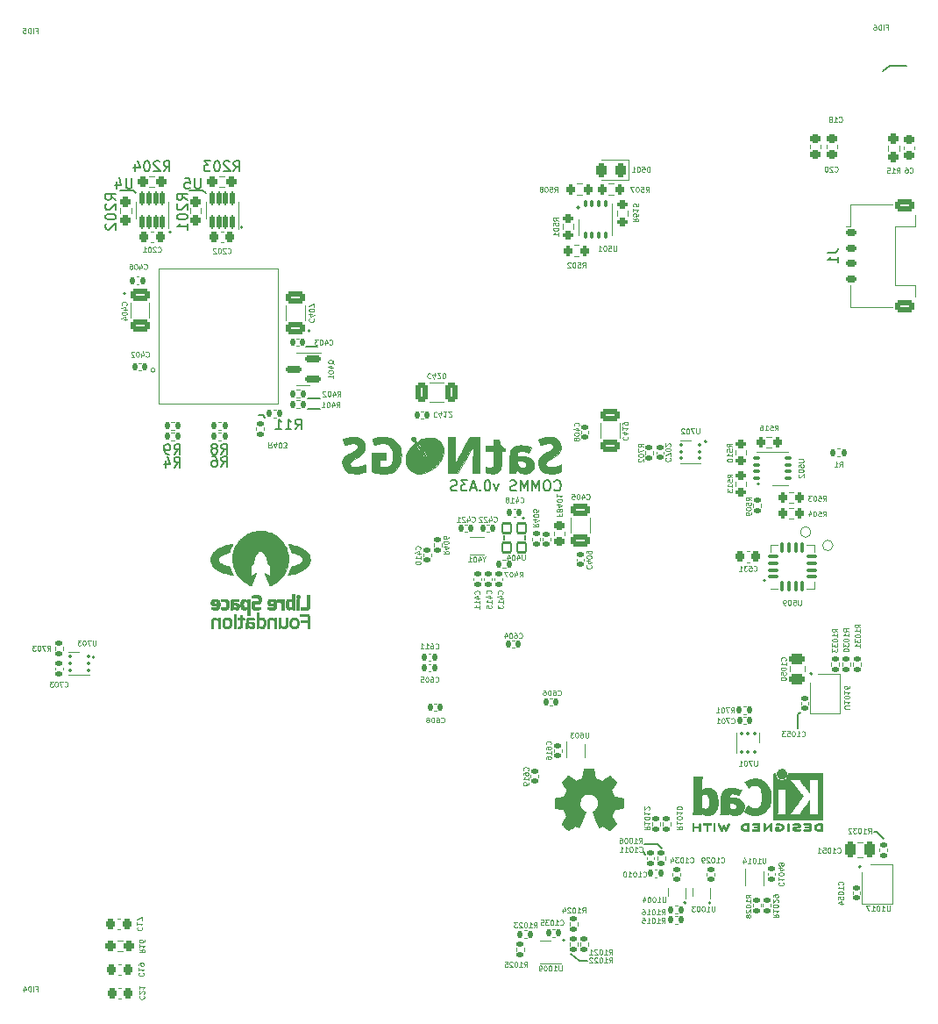
<source format=gbr>
%TF.GenerationSoftware,KiCad,Pcbnew,7.0.5*%
%TF.CreationDate,2024-04-22T16:47:12+03:00*%
%TF.ProjectId,satnogs-comms,7361746e-6f67-4732-9d63-6f6d6d732e6b,rev?*%
%TF.SameCoordinates,PX4eb9cf0PY82ce540*%
%TF.FileFunction,Legend,Bot*%
%TF.FilePolarity,Positive*%
%FSLAX46Y46*%
G04 Gerber Fmt 4.6, Leading zero omitted, Abs format (unit mm)*
G04 Created by KiCad (PCBNEW 7.0.5) date 2024-04-22 16:47:12*
%MOMM*%
%LPD*%
G01*
G04 APERTURE LIST*
G04 Aperture macros list*
%AMRoundRect*
0 Rectangle with rounded corners*
0 $1 Rounding radius*
0 $2 $3 $4 $5 $6 $7 $8 $9 X,Y pos of 4 corners*
0 Add a 4 corners polygon primitive as box body*
4,1,4,$2,$3,$4,$5,$6,$7,$8,$9,$2,$3,0*
0 Add four circle primitives for the rounded corners*
1,1,$1+$1,$2,$3*
1,1,$1+$1,$4,$5*
1,1,$1+$1,$6,$7*
1,1,$1+$1,$8,$9*
0 Add four rect primitives between the rounded corners*
20,1,$1+$1,$2,$3,$4,$5,0*
20,1,$1+$1,$4,$5,$6,$7,0*
20,1,$1+$1,$6,$7,$8,$9,0*
20,1,$1+$1,$8,$9,$2,$3,0*%
G04 Aperture macros list end*
%ADD10C,0.200000*%
%ADD11C,0.153000*%
%ADD12C,0.150000*%
%ADD13C,0.100000*%
%ADD14C,0.125000*%
%ADD15C,0.120000*%
%ADD16C,0.010000*%
%ADD17C,0.127000*%
%ADD18C,0.600000*%
%ADD19R,1.524000X1.524000*%
%ADD20C,1.524000*%
%ADD21C,5.600000*%
%ADD22C,3.500000*%
%ADD23RoundRect,0.135000X0.185000X-0.135000X0.185000X0.135000X-0.185000X0.135000X-0.185000X-0.135000X0*%
%ADD24RoundRect,0.135000X-0.135000X-0.185000X0.135000X-0.185000X0.135000X0.185000X-0.135000X0.185000X0*%
%ADD25RoundRect,0.087500X-0.425000X-0.087500X0.425000X-0.087500X0.425000X0.087500X-0.425000X0.087500X0*%
%ADD26RoundRect,0.087500X-0.087500X-0.425000X0.087500X-0.425000X0.087500X0.425000X-0.087500X0.425000X0*%
%ADD27R,2.100000X2.100000*%
%ADD28RoundRect,0.225000X-0.225000X-0.250000X0.225000X-0.250000X0.225000X0.250000X-0.225000X0.250000X0*%
%ADD29RoundRect,0.237500X0.250000X0.237500X-0.250000X0.237500X-0.250000X-0.237500X0.250000X-0.237500X0*%
%ADD30RoundRect,0.237500X0.237500X-0.250000X0.237500X0.250000X-0.237500X0.250000X-0.237500X-0.250000X0*%
%ADD31C,0.240000*%
%ADD32RoundRect,0.200000X-0.200000X-0.275000X0.200000X-0.275000X0.200000X0.275000X-0.200000X0.275000X0*%
%ADD33RoundRect,0.200000X0.275000X-0.200000X0.275000X0.200000X-0.275000X0.200000X-0.275000X-0.200000X0*%
%ADD34RoundRect,0.200000X0.200000X0.275000X-0.200000X0.275000X-0.200000X-0.275000X0.200000X-0.275000X0*%
%ADD35RoundRect,0.075000X-0.075000X0.275000X-0.075000X-0.275000X0.075000X-0.275000X0.075000X0.275000X0*%
%ADD36R,2.300000X1.500000*%
%ADD37RoundRect,0.140000X0.140000X0.170000X-0.140000X0.170000X-0.140000X-0.170000X0.140000X-0.170000X0*%
%ADD38RoundRect,0.140000X-0.140000X-0.170000X0.140000X-0.170000X0.140000X0.170000X-0.140000X0.170000X0*%
%ADD39RoundRect,0.250000X-0.650000X0.325000X-0.650000X-0.325000X0.650000X-0.325000X0.650000X0.325000X0*%
%ADD40RoundRect,0.140000X-0.170000X0.140000X-0.170000X-0.140000X0.170000X-0.140000X0.170000X0.140000X0*%
%ADD41RoundRect,0.140000X0.170000X-0.140000X0.170000X0.140000X-0.170000X0.140000X-0.170000X-0.140000X0*%
%ADD42RoundRect,0.250000X-0.325000X-0.650000X0.325000X-0.650000X0.325000X0.650000X-0.325000X0.650000X0*%
%ADD43RoundRect,0.218750X-0.256250X0.218750X-0.256250X-0.218750X0.256250X-0.218750X0.256250X0.218750X0*%
%ADD44R,1.000000X1.800000*%
%ADD45RoundRect,0.135000X-0.185000X0.135000X-0.185000X-0.135000X0.185000X-0.135000X0.185000X0.135000X0*%
%ADD46RoundRect,0.250000X0.650000X-0.325000X0.650000X0.325000X-0.650000X0.325000X-0.650000X-0.325000X0*%
%ADD47RoundRect,0.243750X0.243750X0.456250X-0.243750X0.456250X-0.243750X-0.456250X0.243750X-0.456250X0*%
%ADD48RoundRect,0.093750X0.093750X0.106250X-0.093750X0.106250X-0.093750X-0.106250X0.093750X-0.106250X0*%
%ADD49R,1.000000X1.600000*%
%ADD50RoundRect,0.093750X0.106250X-0.093750X0.106250X0.093750X-0.106250X0.093750X-0.106250X-0.093750X0*%
%ADD51R,1.600000X1.000000*%
%ADD52R,0.470000X0.560000*%
%ADD53C,1.000000*%
%ADD54R,2.520000X1.700000*%
%ADD55R,0.300000X0.450000*%
%ADD56RoundRect,0.135000X0.135000X0.185000X-0.135000X0.185000X-0.135000X-0.185000X0.135000X-0.185000X0*%
%ADD57RoundRect,0.250000X-0.475000X0.250000X-0.475000X-0.250000X0.475000X-0.250000X0.475000X0.250000X0*%
%ADD58RoundRect,0.200000X-0.275000X0.200000X-0.275000X-0.200000X0.275000X-0.200000X0.275000X0.200000X0*%
%ADD59RoundRect,0.075000X-0.275000X-0.075000X0.275000X-0.075000X0.275000X0.075000X-0.275000X0.075000X0*%
%ADD60R,1.500000X2.300000*%
%ADD61R,0.300000X0.520000*%
%ADD62R,0.300000X0.490000*%
%ADD63R,0.500000X0.300000*%
%ADD64R,1.050000X1.750000*%
%ADD65RoundRect,0.250000X-0.250000X-0.475000X0.250000X-0.475000X0.250000X0.475000X-0.250000X0.475000X0*%
%ADD66RoundRect,0.150000X0.587500X0.150000X-0.587500X0.150000X-0.587500X-0.150000X0.587500X-0.150000X0*%
%ADD67RoundRect,0.150000X-0.350000X0.150000X-0.350000X-0.150000X0.350000X-0.150000X0.350000X0.150000X0*%
%ADD68RoundRect,0.250000X-0.650000X0.375000X-0.650000X-0.375000X0.650000X-0.375000X0.650000X0.375000X0*%
%ADD69RoundRect,0.125000X0.125000X-0.537500X0.125000X0.537500X-0.125000X0.537500X-0.125000X-0.537500X0*%
%ADD70RoundRect,0.237500X-0.237500X0.250000X-0.237500X-0.250000X0.237500X-0.250000X0.237500X0.250000X0*%
%ADD71RoundRect,0.237500X-0.250000X-0.237500X0.250000X-0.237500X0.250000X0.237500X-0.250000X0.237500X0*%
%ADD72C,0.050000*%
%ADD73C,2.000000*%
%ADD74RoundRect,0.225000X-0.250000X0.225000X-0.250000X-0.225000X0.250000X-0.225000X0.250000X0.225000X0*%
%ADD75RoundRect,0.102000X0.400000X-0.450000X0.400000X0.450000X-0.400000X0.450000X-0.400000X-0.450000X0*%
G04 APERTURE END LIST*
D10*
X31550000Y64760000D02*
G75*
G03*
X31550000Y64760000I-100000J0D01*
G01*
X13750000Y68360000D02*
G75*
G03*
X13750000Y68360000I-100000J0D01*
G01*
X57550000Y76660000D02*
G75*
G03*
X57550000Y76660000I-100000J0D01*
G01*
X18150000Y74260000D02*
G75*
G03*
X18150000Y74260000I-100000J0D01*
G01*
X25050000Y74760000D02*
G75*
G03*
X25050000Y74760000I-100000J0D01*
G01*
X69850000Y54060000D02*
G75*
G03*
X69850000Y54060000I-100000J0D01*
G01*
X74950000Y49960000D02*
G75*
G03*
X74950000Y49960000I-100000J0D01*
G01*
X75550000Y40660000D02*
G75*
G03*
X75550000Y40660000I-100000J0D01*
G01*
X80050000Y31660000D02*
G75*
G03*
X80050000Y31660000I-100000J0D01*
G01*
X70250000Y9560000D02*
G75*
G03*
X70250000Y9560000I-100000J0D01*
G01*
X67850000Y9560000D02*
G75*
G03*
X67850000Y9560000I-100000J0D01*
G01*
X84750000Y13060000D02*
G75*
G03*
X84750000Y13060000I-100000J0D01*
G01*
X56150000Y5960000D02*
G75*
G03*
X56150000Y5960000I-100000J0D01*
G01*
X10750000Y33260000D02*
G75*
G03*
X10750000Y33260000I-100000J0D01*
G01*
D11*
X21187500Y78300000D02*
X21512500Y78050000D01*
X65125000Y15200000D02*
X65525000Y14800000D01*
X86969600Y15697200D02*
X86258400Y16408400D01*
X89150000Y90350000D02*
X87550000Y90350000D01*
X19912500Y78300000D02*
X21187500Y78300000D01*
X26550000Y56600000D02*
X27025000Y56600000D01*
X13175000Y78300000D02*
X14450000Y78300000D01*
X63850000Y15200000D02*
X64500000Y15200000D01*
X64500000Y15200000D02*
X65125000Y15200000D01*
X57550000Y3925000D02*
X56750000Y4600000D01*
X14450000Y78300000D02*
X14775000Y78050000D01*
X86258400Y16408400D02*
X86004400Y16408400D01*
X63750000Y14460000D02*
X63925000Y14225000D01*
X32500000Y58275000D02*
X31325000Y58275000D01*
X58325000Y3925000D02*
X57550000Y3925000D01*
X87550000Y90350000D02*
X86900000Y89850000D01*
X27025000Y56600000D02*
X27200000Y56350000D01*
X32225000Y63225000D02*
X31175000Y63225000D01*
X78625000Y26372500D02*
X78625000Y27747500D01*
X78625000Y27747500D02*
X78925000Y27935000D01*
X32500000Y57250000D02*
X31300000Y57250000D01*
D12*
X55165476Y49415420D02*
X55213095Y49367800D01*
X55213095Y49367800D02*
X55355952Y49320181D01*
X55355952Y49320181D02*
X55451190Y49320181D01*
X55451190Y49320181D02*
X55594047Y49367800D01*
X55594047Y49367800D02*
X55689285Y49463039D01*
X55689285Y49463039D02*
X55736904Y49558277D01*
X55736904Y49558277D02*
X55784523Y49748753D01*
X55784523Y49748753D02*
X55784523Y49891610D01*
X55784523Y49891610D02*
X55736904Y50082086D01*
X55736904Y50082086D02*
X55689285Y50177324D01*
X55689285Y50177324D02*
X55594047Y50272562D01*
X55594047Y50272562D02*
X55451190Y50320181D01*
X55451190Y50320181D02*
X55355952Y50320181D01*
X55355952Y50320181D02*
X55213095Y50272562D01*
X55213095Y50272562D02*
X55165476Y50224943D01*
X54546428Y50320181D02*
X54355952Y50320181D01*
X54355952Y50320181D02*
X54260714Y50272562D01*
X54260714Y50272562D02*
X54165476Y50177324D01*
X54165476Y50177324D02*
X54117857Y49986848D01*
X54117857Y49986848D02*
X54117857Y49653515D01*
X54117857Y49653515D02*
X54165476Y49463039D01*
X54165476Y49463039D02*
X54260714Y49367800D01*
X54260714Y49367800D02*
X54355952Y49320181D01*
X54355952Y49320181D02*
X54546428Y49320181D01*
X54546428Y49320181D02*
X54641666Y49367800D01*
X54641666Y49367800D02*
X54736904Y49463039D01*
X54736904Y49463039D02*
X54784523Y49653515D01*
X54784523Y49653515D02*
X54784523Y49986848D01*
X54784523Y49986848D02*
X54736904Y50177324D01*
X54736904Y50177324D02*
X54641666Y50272562D01*
X54641666Y50272562D02*
X54546428Y50320181D01*
X53689285Y49320181D02*
X53689285Y50320181D01*
X53689285Y50320181D02*
X53355952Y49605896D01*
X53355952Y49605896D02*
X53022619Y50320181D01*
X53022619Y50320181D02*
X53022619Y49320181D01*
X52546428Y49320181D02*
X52546428Y50320181D01*
X52546428Y50320181D02*
X52213095Y49605896D01*
X52213095Y49605896D02*
X51879762Y50320181D01*
X51879762Y50320181D02*
X51879762Y49320181D01*
X51451190Y49367800D02*
X51308333Y49320181D01*
X51308333Y49320181D02*
X51070238Y49320181D01*
X51070238Y49320181D02*
X50975000Y49367800D01*
X50975000Y49367800D02*
X50927381Y49415420D01*
X50927381Y49415420D02*
X50879762Y49510658D01*
X50879762Y49510658D02*
X50879762Y49605896D01*
X50879762Y49605896D02*
X50927381Y49701134D01*
X50927381Y49701134D02*
X50975000Y49748753D01*
X50975000Y49748753D02*
X51070238Y49796372D01*
X51070238Y49796372D02*
X51260714Y49843991D01*
X51260714Y49843991D02*
X51355952Y49891610D01*
X51355952Y49891610D02*
X51403571Y49939229D01*
X51403571Y49939229D02*
X51451190Y50034467D01*
X51451190Y50034467D02*
X51451190Y50129705D01*
X51451190Y50129705D02*
X51403571Y50224943D01*
X51403571Y50224943D02*
X51355952Y50272562D01*
X51355952Y50272562D02*
X51260714Y50320181D01*
X51260714Y50320181D02*
X51022619Y50320181D01*
X51022619Y50320181D02*
X50879762Y50272562D01*
X49784523Y49986848D02*
X49546428Y49320181D01*
X49546428Y49320181D02*
X49308333Y49986848D01*
X48736904Y50320181D02*
X48641666Y50320181D01*
X48641666Y50320181D02*
X48546428Y50272562D01*
X48546428Y50272562D02*
X48498809Y50224943D01*
X48498809Y50224943D02*
X48451190Y50129705D01*
X48451190Y50129705D02*
X48403571Y49939229D01*
X48403571Y49939229D02*
X48403571Y49701134D01*
X48403571Y49701134D02*
X48451190Y49510658D01*
X48451190Y49510658D02*
X48498809Y49415420D01*
X48498809Y49415420D02*
X48546428Y49367800D01*
X48546428Y49367800D02*
X48641666Y49320181D01*
X48641666Y49320181D02*
X48736904Y49320181D01*
X48736904Y49320181D02*
X48832142Y49367800D01*
X48832142Y49367800D02*
X48879761Y49415420D01*
X48879761Y49415420D02*
X48927380Y49510658D01*
X48927380Y49510658D02*
X48974999Y49701134D01*
X48974999Y49701134D02*
X48974999Y49939229D01*
X48974999Y49939229D02*
X48927380Y50129705D01*
X48927380Y50129705D02*
X48879761Y50224943D01*
X48879761Y50224943D02*
X48832142Y50272562D01*
X48832142Y50272562D02*
X48736904Y50320181D01*
X47974999Y49415420D02*
X47927380Y49367800D01*
X47927380Y49367800D02*
X47974999Y49320181D01*
X47974999Y49320181D02*
X48022618Y49367800D01*
X48022618Y49367800D02*
X47974999Y49415420D01*
X47974999Y49415420D02*
X47974999Y49320181D01*
X47546428Y49605896D02*
X47070238Y49605896D01*
X47641666Y49320181D02*
X47308333Y50320181D01*
X47308333Y50320181D02*
X46975000Y49320181D01*
X46736904Y50320181D02*
X46117857Y50320181D01*
X46117857Y50320181D02*
X46451190Y49939229D01*
X46451190Y49939229D02*
X46308333Y49939229D01*
X46308333Y49939229D02*
X46213095Y49891610D01*
X46213095Y49891610D02*
X46165476Y49843991D01*
X46165476Y49843991D02*
X46117857Y49748753D01*
X46117857Y49748753D02*
X46117857Y49510658D01*
X46117857Y49510658D02*
X46165476Y49415420D01*
X46165476Y49415420D02*
X46213095Y49367800D01*
X46213095Y49367800D02*
X46308333Y49320181D01*
X46308333Y49320181D02*
X46594047Y49320181D01*
X46594047Y49320181D02*
X46689285Y49367800D01*
X46689285Y49367800D02*
X46736904Y49415420D01*
X45736904Y49367800D02*
X45594047Y49320181D01*
X45594047Y49320181D02*
X45355952Y49320181D01*
X45355952Y49320181D02*
X45260714Y49367800D01*
X45260714Y49367800D02*
X45213095Y49415420D01*
X45213095Y49415420D02*
X45165476Y49510658D01*
X45165476Y49510658D02*
X45165476Y49605896D01*
X45165476Y49605896D02*
X45213095Y49701134D01*
X45213095Y49701134D02*
X45260714Y49748753D01*
X45260714Y49748753D02*
X45355952Y49796372D01*
X45355952Y49796372D02*
X45546428Y49843991D01*
X45546428Y49843991D02*
X45641666Y49891610D01*
X45641666Y49891610D02*
X45689285Y49939229D01*
X45689285Y49939229D02*
X45736904Y50034467D01*
X45736904Y50034467D02*
X45736904Y50129705D01*
X45736904Y50129705D02*
X45689285Y50224943D01*
X45689285Y50224943D02*
X45641666Y50272562D01*
X45641666Y50272562D02*
X45546428Y50320181D01*
X45546428Y50320181D02*
X45308333Y50320181D01*
X45308333Y50320181D02*
X45165476Y50272562D01*
D13*
%TO.C,R406*%
X44423890Y43515477D02*
X44661985Y43348811D01*
X44423890Y43229763D02*
X44923890Y43229763D01*
X44923890Y43229763D02*
X44923890Y43420239D01*
X44923890Y43420239D02*
X44900080Y43467858D01*
X44900080Y43467858D02*
X44876271Y43491668D01*
X44876271Y43491668D02*
X44828652Y43515477D01*
X44828652Y43515477D02*
X44757223Y43515477D01*
X44757223Y43515477D02*
X44709604Y43491668D01*
X44709604Y43491668D02*
X44685795Y43467858D01*
X44685795Y43467858D02*
X44661985Y43420239D01*
X44661985Y43420239D02*
X44661985Y43229763D01*
X44757223Y43944049D02*
X44423890Y43944049D01*
X44947700Y43825001D02*
X44590557Y43705954D01*
X44590557Y43705954D02*
X44590557Y44015477D01*
X44923890Y44301191D02*
X44923890Y44348810D01*
X44923890Y44348810D02*
X44900080Y44396429D01*
X44900080Y44396429D02*
X44876271Y44420239D01*
X44876271Y44420239D02*
X44828652Y44444048D01*
X44828652Y44444048D02*
X44733414Y44467858D01*
X44733414Y44467858D02*
X44614366Y44467858D01*
X44614366Y44467858D02*
X44519128Y44444048D01*
X44519128Y44444048D02*
X44471509Y44420239D01*
X44471509Y44420239D02*
X44447700Y44396429D01*
X44447700Y44396429D02*
X44423890Y44348810D01*
X44423890Y44348810D02*
X44423890Y44301191D01*
X44423890Y44301191D02*
X44447700Y44253572D01*
X44447700Y44253572D02*
X44471509Y44229763D01*
X44471509Y44229763D02*
X44519128Y44205953D01*
X44519128Y44205953D02*
X44614366Y44182144D01*
X44614366Y44182144D02*
X44733414Y44182144D01*
X44733414Y44182144D02*
X44828652Y44205953D01*
X44828652Y44205953D02*
X44876271Y44229763D01*
X44876271Y44229763D02*
X44900080Y44253572D01*
X44900080Y44253572D02*
X44923890Y44301191D01*
X44923890Y44896429D02*
X44923890Y44801191D01*
X44923890Y44801191D02*
X44900080Y44753572D01*
X44900080Y44753572D02*
X44876271Y44729762D01*
X44876271Y44729762D02*
X44804842Y44682143D01*
X44804842Y44682143D02*
X44709604Y44658334D01*
X44709604Y44658334D02*
X44519128Y44658334D01*
X44519128Y44658334D02*
X44471509Y44682143D01*
X44471509Y44682143D02*
X44447700Y44705953D01*
X44447700Y44705953D02*
X44423890Y44753572D01*
X44423890Y44753572D02*
X44423890Y44848810D01*
X44423890Y44848810D02*
X44447700Y44896429D01*
X44447700Y44896429D02*
X44471509Y44920238D01*
X44471509Y44920238D02*
X44519128Y44944048D01*
X44519128Y44944048D02*
X44638176Y44944048D01*
X44638176Y44944048D02*
X44685795Y44920238D01*
X44685795Y44920238D02*
X44709604Y44896429D01*
X44709604Y44896429D02*
X44733414Y44848810D01*
X44733414Y44848810D02*
X44733414Y44753572D01*
X44733414Y44753572D02*
X44709604Y44705953D01*
X44709604Y44705953D02*
X44685795Y44682143D01*
X44685795Y44682143D02*
X44638176Y44658334D01*
%TO.C,R407*%
X51784523Y41008891D02*
X51951189Y41246986D01*
X52070237Y41008891D02*
X52070237Y41508891D01*
X52070237Y41508891D02*
X51879761Y41508891D01*
X51879761Y41508891D02*
X51832142Y41485081D01*
X51832142Y41485081D02*
X51808332Y41461272D01*
X51808332Y41461272D02*
X51784523Y41413653D01*
X51784523Y41413653D02*
X51784523Y41342224D01*
X51784523Y41342224D02*
X51808332Y41294605D01*
X51808332Y41294605D02*
X51832142Y41270796D01*
X51832142Y41270796D02*
X51879761Y41246986D01*
X51879761Y41246986D02*
X52070237Y41246986D01*
X51355951Y41342224D02*
X51355951Y41008891D01*
X51474999Y41532700D02*
X51594046Y41175558D01*
X51594046Y41175558D02*
X51284523Y41175558D01*
X50998809Y41508891D02*
X50951190Y41508891D01*
X50951190Y41508891D02*
X50903571Y41485081D01*
X50903571Y41485081D02*
X50879761Y41461272D01*
X50879761Y41461272D02*
X50855952Y41413653D01*
X50855952Y41413653D02*
X50832142Y41318415D01*
X50832142Y41318415D02*
X50832142Y41199367D01*
X50832142Y41199367D02*
X50855952Y41104129D01*
X50855952Y41104129D02*
X50879761Y41056510D01*
X50879761Y41056510D02*
X50903571Y41032700D01*
X50903571Y41032700D02*
X50951190Y41008891D01*
X50951190Y41008891D02*
X50998809Y41008891D01*
X50998809Y41008891D02*
X51046428Y41032700D01*
X51046428Y41032700D02*
X51070237Y41056510D01*
X51070237Y41056510D02*
X51094047Y41104129D01*
X51094047Y41104129D02*
X51117856Y41199367D01*
X51117856Y41199367D02*
X51117856Y41318415D01*
X51117856Y41318415D02*
X51094047Y41413653D01*
X51094047Y41413653D02*
X51070237Y41461272D01*
X51070237Y41461272D02*
X51046428Y41485081D01*
X51046428Y41485081D02*
X50998809Y41508891D01*
X50665476Y41508891D02*
X50332143Y41508891D01*
X50332143Y41508891D02*
X50546428Y41008891D01*
%TO.C,U509*%
X78986642Y38773891D02*
X78986642Y38369129D01*
X78986642Y38369129D02*
X78962832Y38321510D01*
X78962832Y38321510D02*
X78939023Y38297700D01*
X78939023Y38297700D02*
X78891404Y38273891D01*
X78891404Y38273891D02*
X78796166Y38273891D01*
X78796166Y38273891D02*
X78748547Y38297700D01*
X78748547Y38297700D02*
X78724737Y38321510D01*
X78724737Y38321510D02*
X78700928Y38369129D01*
X78700928Y38369129D02*
X78700928Y38773891D01*
X78224737Y38773891D02*
X78462832Y38773891D01*
X78462832Y38773891D02*
X78486641Y38535796D01*
X78486641Y38535796D02*
X78462832Y38559605D01*
X78462832Y38559605D02*
X78415213Y38583415D01*
X78415213Y38583415D02*
X78296165Y38583415D01*
X78296165Y38583415D02*
X78248546Y38559605D01*
X78248546Y38559605D02*
X78224737Y38535796D01*
X78224737Y38535796D02*
X78200927Y38488177D01*
X78200927Y38488177D02*
X78200927Y38369129D01*
X78200927Y38369129D02*
X78224737Y38321510D01*
X78224737Y38321510D02*
X78248546Y38297700D01*
X78248546Y38297700D02*
X78296165Y38273891D01*
X78296165Y38273891D02*
X78415213Y38273891D01*
X78415213Y38273891D02*
X78462832Y38297700D01*
X78462832Y38297700D02*
X78486641Y38321510D01*
X77891404Y38773891D02*
X77843785Y38773891D01*
X77843785Y38773891D02*
X77796166Y38750081D01*
X77796166Y38750081D02*
X77772356Y38726272D01*
X77772356Y38726272D02*
X77748547Y38678653D01*
X77748547Y38678653D02*
X77724737Y38583415D01*
X77724737Y38583415D02*
X77724737Y38464367D01*
X77724737Y38464367D02*
X77748547Y38369129D01*
X77748547Y38369129D02*
X77772356Y38321510D01*
X77772356Y38321510D02*
X77796166Y38297700D01*
X77796166Y38297700D02*
X77843785Y38273891D01*
X77843785Y38273891D02*
X77891404Y38273891D01*
X77891404Y38273891D02*
X77939023Y38297700D01*
X77939023Y38297700D02*
X77962832Y38321510D01*
X77962832Y38321510D02*
X77986642Y38369129D01*
X77986642Y38369129D02*
X78010451Y38464367D01*
X78010451Y38464367D02*
X78010451Y38583415D01*
X78010451Y38583415D02*
X77986642Y38678653D01*
X77986642Y38678653D02*
X77962832Y38726272D01*
X77962832Y38726272D02*
X77939023Y38750081D01*
X77939023Y38750081D02*
X77891404Y38773891D01*
X77486642Y38273891D02*
X77391404Y38273891D01*
X77391404Y38273891D02*
X77343785Y38297700D01*
X77343785Y38297700D02*
X77319976Y38321510D01*
X77319976Y38321510D02*
X77272357Y38392939D01*
X77272357Y38392939D02*
X77248547Y38488177D01*
X77248547Y38488177D02*
X77248547Y38678653D01*
X77248547Y38678653D02*
X77272357Y38726272D01*
X77272357Y38726272D02*
X77296166Y38750081D01*
X77296166Y38750081D02*
X77343785Y38773891D01*
X77343785Y38773891D02*
X77439023Y38773891D01*
X77439023Y38773891D02*
X77486642Y38750081D01*
X77486642Y38750081D02*
X77510452Y38726272D01*
X77510452Y38726272D02*
X77534261Y38678653D01*
X77534261Y38678653D02*
X77534261Y38559605D01*
X77534261Y38559605D02*
X77510452Y38511986D01*
X77510452Y38511986D02*
X77486642Y38488177D01*
X77486642Y38488177D02*
X77439023Y38464367D01*
X77439023Y38464367D02*
X77343785Y38464367D01*
X77343785Y38464367D02*
X77296166Y38488177D01*
X77296166Y38488177D02*
X77272357Y38511986D01*
X77272357Y38511986D02*
X77248547Y38559605D01*
%TO.C,C201*%
X16859523Y72396510D02*
X16883332Y72372700D01*
X16883332Y72372700D02*
X16954761Y72348891D01*
X16954761Y72348891D02*
X17002380Y72348891D01*
X17002380Y72348891D02*
X17073808Y72372700D01*
X17073808Y72372700D02*
X17121427Y72420320D01*
X17121427Y72420320D02*
X17145237Y72467939D01*
X17145237Y72467939D02*
X17169046Y72563177D01*
X17169046Y72563177D02*
X17169046Y72634605D01*
X17169046Y72634605D02*
X17145237Y72729843D01*
X17145237Y72729843D02*
X17121427Y72777462D01*
X17121427Y72777462D02*
X17073808Y72825081D01*
X17073808Y72825081D02*
X17002380Y72848891D01*
X17002380Y72848891D02*
X16954761Y72848891D01*
X16954761Y72848891D02*
X16883332Y72825081D01*
X16883332Y72825081D02*
X16859523Y72801272D01*
X16669046Y72801272D02*
X16645237Y72825081D01*
X16645237Y72825081D02*
X16597618Y72848891D01*
X16597618Y72848891D02*
X16478570Y72848891D01*
X16478570Y72848891D02*
X16430951Y72825081D01*
X16430951Y72825081D02*
X16407142Y72801272D01*
X16407142Y72801272D02*
X16383332Y72753653D01*
X16383332Y72753653D02*
X16383332Y72706034D01*
X16383332Y72706034D02*
X16407142Y72634605D01*
X16407142Y72634605D02*
X16692856Y72348891D01*
X16692856Y72348891D02*
X16383332Y72348891D01*
X16073809Y72848891D02*
X16026190Y72848891D01*
X16026190Y72848891D02*
X15978571Y72825081D01*
X15978571Y72825081D02*
X15954761Y72801272D01*
X15954761Y72801272D02*
X15930952Y72753653D01*
X15930952Y72753653D02*
X15907142Y72658415D01*
X15907142Y72658415D02*
X15907142Y72539367D01*
X15907142Y72539367D02*
X15930952Y72444129D01*
X15930952Y72444129D02*
X15954761Y72396510D01*
X15954761Y72396510D02*
X15978571Y72372700D01*
X15978571Y72372700D02*
X16026190Y72348891D01*
X16026190Y72348891D02*
X16073809Y72348891D01*
X16073809Y72348891D02*
X16121428Y72372700D01*
X16121428Y72372700D02*
X16145237Y72396510D01*
X16145237Y72396510D02*
X16169047Y72444129D01*
X16169047Y72444129D02*
X16192856Y72539367D01*
X16192856Y72539367D02*
X16192856Y72658415D01*
X16192856Y72658415D02*
X16169047Y72753653D01*
X16169047Y72753653D02*
X16145237Y72801272D01*
X16145237Y72801272D02*
X16121428Y72825081D01*
X16121428Y72825081D02*
X16073809Y72848891D01*
X15430952Y72348891D02*
X15716666Y72348891D01*
X15573809Y72348891D02*
X15573809Y72848891D01*
X15573809Y72848891D02*
X15621428Y72777462D01*
X15621428Y72777462D02*
X15669047Y72729843D01*
X15669047Y72729843D02*
X15716666Y72706034D01*
D12*
%TO.C,R203*%
X24177547Y80147781D02*
X24510880Y80623972D01*
X24748975Y80147781D02*
X24748975Y81147781D01*
X24748975Y81147781D02*
X24368023Y81147781D01*
X24368023Y81147781D02*
X24272785Y81100162D01*
X24272785Y81100162D02*
X24225166Y81052543D01*
X24225166Y81052543D02*
X24177547Y80957305D01*
X24177547Y80957305D02*
X24177547Y80814448D01*
X24177547Y80814448D02*
X24225166Y80719210D01*
X24225166Y80719210D02*
X24272785Y80671591D01*
X24272785Y80671591D02*
X24368023Y80623972D01*
X24368023Y80623972D02*
X24748975Y80623972D01*
X23796594Y81052543D02*
X23748975Y81100162D01*
X23748975Y81100162D02*
X23653737Y81147781D01*
X23653737Y81147781D02*
X23415642Y81147781D01*
X23415642Y81147781D02*
X23320404Y81100162D01*
X23320404Y81100162D02*
X23272785Y81052543D01*
X23272785Y81052543D02*
X23225166Y80957305D01*
X23225166Y80957305D02*
X23225166Y80862067D01*
X23225166Y80862067D02*
X23272785Y80719210D01*
X23272785Y80719210D02*
X23844213Y80147781D01*
X23844213Y80147781D02*
X23225166Y80147781D01*
X22606118Y81147781D02*
X22510880Y81147781D01*
X22510880Y81147781D02*
X22415642Y81100162D01*
X22415642Y81100162D02*
X22368023Y81052543D01*
X22368023Y81052543D02*
X22320404Y80957305D01*
X22320404Y80957305D02*
X22272785Y80766829D01*
X22272785Y80766829D02*
X22272785Y80528734D01*
X22272785Y80528734D02*
X22320404Y80338258D01*
X22320404Y80338258D02*
X22368023Y80243020D01*
X22368023Y80243020D02*
X22415642Y80195400D01*
X22415642Y80195400D02*
X22510880Y80147781D01*
X22510880Y80147781D02*
X22606118Y80147781D01*
X22606118Y80147781D02*
X22701356Y80195400D01*
X22701356Y80195400D02*
X22748975Y80243020D01*
X22748975Y80243020D02*
X22796594Y80338258D01*
X22796594Y80338258D02*
X22844213Y80528734D01*
X22844213Y80528734D02*
X22844213Y80766829D01*
X22844213Y80766829D02*
X22796594Y80957305D01*
X22796594Y80957305D02*
X22748975Y81052543D01*
X22748975Y81052543D02*
X22701356Y81100162D01*
X22701356Y81100162D02*
X22606118Y81147781D01*
X21939451Y81147781D02*
X21320404Y81147781D01*
X21320404Y81147781D02*
X21653737Y80766829D01*
X21653737Y80766829D02*
X21510880Y80766829D01*
X21510880Y80766829D02*
X21415642Y80719210D01*
X21415642Y80719210D02*
X21368023Y80671591D01*
X21368023Y80671591D02*
X21320404Y80576353D01*
X21320404Y80576353D02*
X21320404Y80338258D01*
X21320404Y80338258D02*
X21368023Y80243020D01*
X21368023Y80243020D02*
X21415642Y80195400D01*
X21415642Y80195400D02*
X21510880Y80147781D01*
X21510880Y80147781D02*
X21796594Y80147781D01*
X21796594Y80147781D02*
X21891832Y80195400D01*
X21891832Y80195400D02*
X21939451Y80243020D01*
%TO.C,R201*%
X19704819Y77379048D02*
X19228628Y77712381D01*
X19704819Y77950476D02*
X18704819Y77950476D01*
X18704819Y77950476D02*
X18704819Y77569524D01*
X18704819Y77569524D02*
X18752438Y77474286D01*
X18752438Y77474286D02*
X18800057Y77426667D01*
X18800057Y77426667D02*
X18895295Y77379048D01*
X18895295Y77379048D02*
X19038152Y77379048D01*
X19038152Y77379048D02*
X19133390Y77426667D01*
X19133390Y77426667D02*
X19181009Y77474286D01*
X19181009Y77474286D02*
X19228628Y77569524D01*
X19228628Y77569524D02*
X19228628Y77950476D01*
X18800057Y76998095D02*
X18752438Y76950476D01*
X18752438Y76950476D02*
X18704819Y76855238D01*
X18704819Y76855238D02*
X18704819Y76617143D01*
X18704819Y76617143D02*
X18752438Y76521905D01*
X18752438Y76521905D02*
X18800057Y76474286D01*
X18800057Y76474286D02*
X18895295Y76426667D01*
X18895295Y76426667D02*
X18990533Y76426667D01*
X18990533Y76426667D02*
X19133390Y76474286D01*
X19133390Y76474286D02*
X19704819Y77045714D01*
X19704819Y77045714D02*
X19704819Y76426667D01*
X18704819Y75807619D02*
X18704819Y75712381D01*
X18704819Y75712381D02*
X18752438Y75617143D01*
X18752438Y75617143D02*
X18800057Y75569524D01*
X18800057Y75569524D02*
X18895295Y75521905D01*
X18895295Y75521905D02*
X19085771Y75474286D01*
X19085771Y75474286D02*
X19323866Y75474286D01*
X19323866Y75474286D02*
X19514342Y75521905D01*
X19514342Y75521905D02*
X19609580Y75569524D01*
X19609580Y75569524D02*
X19657200Y75617143D01*
X19657200Y75617143D02*
X19704819Y75712381D01*
X19704819Y75712381D02*
X19704819Y75807619D01*
X19704819Y75807619D02*
X19657200Y75902857D01*
X19657200Y75902857D02*
X19609580Y75950476D01*
X19609580Y75950476D02*
X19514342Y75998095D01*
X19514342Y75998095D02*
X19323866Y76045714D01*
X19323866Y76045714D02*
X19085771Y76045714D01*
X19085771Y76045714D02*
X18895295Y75998095D01*
X18895295Y75998095D02*
X18800057Y75950476D01*
X18800057Y75950476D02*
X18752438Y75902857D01*
X18752438Y75902857D02*
X18704819Y75807619D01*
X19704819Y74521905D02*
X19704819Y75093333D01*
X19704819Y74807619D02*
X18704819Y74807619D01*
X18704819Y74807619D02*
X18847676Y74902857D01*
X18847676Y74902857D02*
X18942914Y74998095D01*
X18942914Y74998095D02*
X18990533Y75093333D01*
%TO.C,R204*%
X17421047Y80147781D02*
X17754380Y80623972D01*
X17992475Y80147781D02*
X17992475Y81147781D01*
X17992475Y81147781D02*
X17611523Y81147781D01*
X17611523Y81147781D02*
X17516285Y81100162D01*
X17516285Y81100162D02*
X17468666Y81052543D01*
X17468666Y81052543D02*
X17421047Y80957305D01*
X17421047Y80957305D02*
X17421047Y80814448D01*
X17421047Y80814448D02*
X17468666Y80719210D01*
X17468666Y80719210D02*
X17516285Y80671591D01*
X17516285Y80671591D02*
X17611523Y80623972D01*
X17611523Y80623972D02*
X17992475Y80623972D01*
X17040094Y81052543D02*
X16992475Y81100162D01*
X16992475Y81100162D02*
X16897237Y81147781D01*
X16897237Y81147781D02*
X16659142Y81147781D01*
X16659142Y81147781D02*
X16563904Y81100162D01*
X16563904Y81100162D02*
X16516285Y81052543D01*
X16516285Y81052543D02*
X16468666Y80957305D01*
X16468666Y80957305D02*
X16468666Y80862067D01*
X16468666Y80862067D02*
X16516285Y80719210D01*
X16516285Y80719210D02*
X17087713Y80147781D01*
X17087713Y80147781D02*
X16468666Y80147781D01*
X15849618Y81147781D02*
X15754380Y81147781D01*
X15754380Y81147781D02*
X15659142Y81100162D01*
X15659142Y81100162D02*
X15611523Y81052543D01*
X15611523Y81052543D02*
X15563904Y80957305D01*
X15563904Y80957305D02*
X15516285Y80766829D01*
X15516285Y80766829D02*
X15516285Y80528734D01*
X15516285Y80528734D02*
X15563904Y80338258D01*
X15563904Y80338258D02*
X15611523Y80243020D01*
X15611523Y80243020D02*
X15659142Y80195400D01*
X15659142Y80195400D02*
X15754380Y80147781D01*
X15754380Y80147781D02*
X15849618Y80147781D01*
X15849618Y80147781D02*
X15944856Y80195400D01*
X15944856Y80195400D02*
X15992475Y80243020D01*
X15992475Y80243020D02*
X16040094Y80338258D01*
X16040094Y80338258D02*
X16087713Y80528734D01*
X16087713Y80528734D02*
X16087713Y80766829D01*
X16087713Y80766829D02*
X16040094Y80957305D01*
X16040094Y80957305D02*
X15992475Y81052543D01*
X15992475Y81052543D02*
X15944856Y81100162D01*
X15944856Y81100162D02*
X15849618Y81147781D01*
X14659142Y80814448D02*
X14659142Y80147781D01*
X14897237Y81195400D02*
X15135332Y80481115D01*
X15135332Y80481115D02*
X14516285Y80481115D01*
%TO.C,R202*%
X12804819Y77379048D02*
X12328628Y77712381D01*
X12804819Y77950476D02*
X11804819Y77950476D01*
X11804819Y77950476D02*
X11804819Y77569524D01*
X11804819Y77569524D02*
X11852438Y77474286D01*
X11852438Y77474286D02*
X11900057Y77426667D01*
X11900057Y77426667D02*
X11995295Y77379048D01*
X11995295Y77379048D02*
X12138152Y77379048D01*
X12138152Y77379048D02*
X12233390Y77426667D01*
X12233390Y77426667D02*
X12281009Y77474286D01*
X12281009Y77474286D02*
X12328628Y77569524D01*
X12328628Y77569524D02*
X12328628Y77950476D01*
X11900057Y76998095D02*
X11852438Y76950476D01*
X11852438Y76950476D02*
X11804819Y76855238D01*
X11804819Y76855238D02*
X11804819Y76617143D01*
X11804819Y76617143D02*
X11852438Y76521905D01*
X11852438Y76521905D02*
X11900057Y76474286D01*
X11900057Y76474286D02*
X11995295Y76426667D01*
X11995295Y76426667D02*
X12090533Y76426667D01*
X12090533Y76426667D02*
X12233390Y76474286D01*
X12233390Y76474286D02*
X12804819Y77045714D01*
X12804819Y77045714D02*
X12804819Y76426667D01*
X11804819Y75807619D02*
X11804819Y75712381D01*
X11804819Y75712381D02*
X11852438Y75617143D01*
X11852438Y75617143D02*
X11900057Y75569524D01*
X11900057Y75569524D02*
X11995295Y75521905D01*
X11995295Y75521905D02*
X12185771Y75474286D01*
X12185771Y75474286D02*
X12423866Y75474286D01*
X12423866Y75474286D02*
X12614342Y75521905D01*
X12614342Y75521905D02*
X12709580Y75569524D01*
X12709580Y75569524D02*
X12757200Y75617143D01*
X12757200Y75617143D02*
X12804819Y75712381D01*
X12804819Y75712381D02*
X12804819Y75807619D01*
X12804819Y75807619D02*
X12757200Y75902857D01*
X12757200Y75902857D02*
X12709580Y75950476D01*
X12709580Y75950476D02*
X12614342Y75998095D01*
X12614342Y75998095D02*
X12423866Y76045714D01*
X12423866Y76045714D02*
X12185771Y76045714D01*
X12185771Y76045714D02*
X11995295Y75998095D01*
X11995295Y75998095D02*
X11900057Y75950476D01*
X11900057Y75950476D02*
X11852438Y75902857D01*
X11852438Y75902857D02*
X11804819Y75807619D01*
X11900057Y75093333D02*
X11852438Y75045714D01*
X11852438Y75045714D02*
X11804819Y74950476D01*
X11804819Y74950476D02*
X11804819Y74712381D01*
X11804819Y74712381D02*
X11852438Y74617143D01*
X11852438Y74617143D02*
X11900057Y74569524D01*
X11900057Y74569524D02*
X11995295Y74521905D01*
X11995295Y74521905D02*
X12090533Y74521905D01*
X12090533Y74521905D02*
X12233390Y74569524D01*
X12233390Y74569524D02*
X12804819Y75140952D01*
X12804819Y75140952D02*
X12804819Y74521905D01*
D13*
%TO.C,C202*%
X23609523Y72271510D02*
X23633332Y72247700D01*
X23633332Y72247700D02*
X23704761Y72223891D01*
X23704761Y72223891D02*
X23752380Y72223891D01*
X23752380Y72223891D02*
X23823808Y72247700D01*
X23823808Y72247700D02*
X23871427Y72295320D01*
X23871427Y72295320D02*
X23895237Y72342939D01*
X23895237Y72342939D02*
X23919046Y72438177D01*
X23919046Y72438177D02*
X23919046Y72509605D01*
X23919046Y72509605D02*
X23895237Y72604843D01*
X23895237Y72604843D02*
X23871427Y72652462D01*
X23871427Y72652462D02*
X23823808Y72700081D01*
X23823808Y72700081D02*
X23752380Y72723891D01*
X23752380Y72723891D02*
X23704761Y72723891D01*
X23704761Y72723891D02*
X23633332Y72700081D01*
X23633332Y72700081D02*
X23609523Y72676272D01*
X23419046Y72676272D02*
X23395237Y72700081D01*
X23395237Y72700081D02*
X23347618Y72723891D01*
X23347618Y72723891D02*
X23228570Y72723891D01*
X23228570Y72723891D02*
X23180951Y72700081D01*
X23180951Y72700081D02*
X23157142Y72676272D01*
X23157142Y72676272D02*
X23133332Y72628653D01*
X23133332Y72628653D02*
X23133332Y72581034D01*
X23133332Y72581034D02*
X23157142Y72509605D01*
X23157142Y72509605D02*
X23442856Y72223891D01*
X23442856Y72223891D02*
X23133332Y72223891D01*
X22823809Y72723891D02*
X22776190Y72723891D01*
X22776190Y72723891D02*
X22728571Y72700081D01*
X22728571Y72700081D02*
X22704761Y72676272D01*
X22704761Y72676272D02*
X22680952Y72628653D01*
X22680952Y72628653D02*
X22657142Y72533415D01*
X22657142Y72533415D02*
X22657142Y72414367D01*
X22657142Y72414367D02*
X22680952Y72319129D01*
X22680952Y72319129D02*
X22704761Y72271510D01*
X22704761Y72271510D02*
X22728571Y72247700D01*
X22728571Y72247700D02*
X22776190Y72223891D01*
X22776190Y72223891D02*
X22823809Y72223891D01*
X22823809Y72223891D02*
X22871428Y72247700D01*
X22871428Y72247700D02*
X22895237Y72271510D01*
X22895237Y72271510D02*
X22919047Y72319129D01*
X22919047Y72319129D02*
X22942856Y72414367D01*
X22942856Y72414367D02*
X22942856Y72533415D01*
X22942856Y72533415D02*
X22919047Y72628653D01*
X22919047Y72628653D02*
X22895237Y72676272D01*
X22895237Y72676272D02*
X22871428Y72700081D01*
X22871428Y72700081D02*
X22823809Y72723891D01*
X22466666Y72676272D02*
X22442857Y72700081D01*
X22442857Y72700081D02*
X22395238Y72723891D01*
X22395238Y72723891D02*
X22276190Y72723891D01*
X22276190Y72723891D02*
X22228571Y72700081D01*
X22228571Y72700081D02*
X22204762Y72676272D01*
X22204762Y72676272D02*
X22180952Y72628653D01*
X22180952Y72628653D02*
X22180952Y72581034D01*
X22180952Y72581034D02*
X22204762Y72509605D01*
X22204762Y72509605D02*
X22490476Y72223891D01*
X22490476Y72223891D02*
X22180952Y72223891D01*
%TO.C,R508*%
X55159523Y78150919D02*
X55326189Y78389014D01*
X55445237Y78150919D02*
X55445237Y78650919D01*
X55445237Y78650919D02*
X55254761Y78650919D01*
X55254761Y78650919D02*
X55207142Y78627109D01*
X55207142Y78627109D02*
X55183332Y78603300D01*
X55183332Y78603300D02*
X55159523Y78555681D01*
X55159523Y78555681D02*
X55159523Y78484252D01*
X55159523Y78484252D02*
X55183332Y78436633D01*
X55183332Y78436633D02*
X55207142Y78412824D01*
X55207142Y78412824D02*
X55254761Y78389014D01*
X55254761Y78389014D02*
X55445237Y78389014D01*
X54707142Y78650919D02*
X54945237Y78650919D01*
X54945237Y78650919D02*
X54969046Y78412824D01*
X54969046Y78412824D02*
X54945237Y78436633D01*
X54945237Y78436633D02*
X54897618Y78460443D01*
X54897618Y78460443D02*
X54778570Y78460443D01*
X54778570Y78460443D02*
X54730951Y78436633D01*
X54730951Y78436633D02*
X54707142Y78412824D01*
X54707142Y78412824D02*
X54683332Y78365205D01*
X54683332Y78365205D02*
X54683332Y78246157D01*
X54683332Y78246157D02*
X54707142Y78198538D01*
X54707142Y78198538D02*
X54730951Y78174728D01*
X54730951Y78174728D02*
X54778570Y78150919D01*
X54778570Y78150919D02*
X54897618Y78150919D01*
X54897618Y78150919D02*
X54945237Y78174728D01*
X54945237Y78174728D02*
X54969046Y78198538D01*
X54373809Y78650919D02*
X54326190Y78650919D01*
X54326190Y78650919D02*
X54278571Y78627109D01*
X54278571Y78627109D02*
X54254761Y78603300D01*
X54254761Y78603300D02*
X54230952Y78555681D01*
X54230952Y78555681D02*
X54207142Y78460443D01*
X54207142Y78460443D02*
X54207142Y78341395D01*
X54207142Y78341395D02*
X54230952Y78246157D01*
X54230952Y78246157D02*
X54254761Y78198538D01*
X54254761Y78198538D02*
X54278571Y78174728D01*
X54278571Y78174728D02*
X54326190Y78150919D01*
X54326190Y78150919D02*
X54373809Y78150919D01*
X54373809Y78150919D02*
X54421428Y78174728D01*
X54421428Y78174728D02*
X54445237Y78198538D01*
X54445237Y78198538D02*
X54469047Y78246157D01*
X54469047Y78246157D02*
X54492856Y78341395D01*
X54492856Y78341395D02*
X54492856Y78460443D01*
X54492856Y78460443D02*
X54469047Y78555681D01*
X54469047Y78555681D02*
X54445237Y78603300D01*
X54445237Y78603300D02*
X54421428Y78627109D01*
X54421428Y78627109D02*
X54373809Y78650919D01*
X53921428Y78436633D02*
X53969047Y78460443D01*
X53969047Y78460443D02*
X53992857Y78484252D01*
X53992857Y78484252D02*
X54016666Y78531871D01*
X54016666Y78531871D02*
X54016666Y78555681D01*
X54016666Y78555681D02*
X53992857Y78603300D01*
X53992857Y78603300D02*
X53969047Y78627109D01*
X53969047Y78627109D02*
X53921428Y78650919D01*
X53921428Y78650919D02*
X53826190Y78650919D01*
X53826190Y78650919D02*
X53778571Y78627109D01*
X53778571Y78627109D02*
X53754762Y78603300D01*
X53754762Y78603300D02*
X53730952Y78555681D01*
X53730952Y78555681D02*
X53730952Y78531871D01*
X53730952Y78531871D02*
X53754762Y78484252D01*
X53754762Y78484252D02*
X53778571Y78460443D01*
X53778571Y78460443D02*
X53826190Y78436633D01*
X53826190Y78436633D02*
X53921428Y78436633D01*
X53921428Y78436633D02*
X53969047Y78412824D01*
X53969047Y78412824D02*
X53992857Y78389014D01*
X53992857Y78389014D02*
X54016666Y78341395D01*
X54016666Y78341395D02*
X54016666Y78246157D01*
X54016666Y78246157D02*
X53992857Y78198538D01*
X53992857Y78198538D02*
X53969047Y78174728D01*
X53969047Y78174728D02*
X53921428Y78150919D01*
X53921428Y78150919D02*
X53826190Y78150919D01*
X53826190Y78150919D02*
X53778571Y78174728D01*
X53778571Y78174728D02*
X53754762Y78198538D01*
X53754762Y78198538D02*
X53730952Y78246157D01*
X53730952Y78246157D02*
X53730952Y78341395D01*
X53730952Y78341395D02*
X53754762Y78389014D01*
X53754762Y78389014D02*
X53778571Y78412824D01*
X53778571Y78412824D02*
X53826190Y78436633D01*
%TO.C,R501*%
X55551109Y75362524D02*
X55313014Y75529190D01*
X55551109Y75648238D02*
X55051109Y75648238D01*
X55051109Y75648238D02*
X55051109Y75457762D01*
X55051109Y75457762D02*
X55074919Y75410143D01*
X55074919Y75410143D02*
X55098728Y75386333D01*
X55098728Y75386333D02*
X55146347Y75362524D01*
X55146347Y75362524D02*
X55217776Y75362524D01*
X55217776Y75362524D02*
X55265395Y75386333D01*
X55265395Y75386333D02*
X55289204Y75410143D01*
X55289204Y75410143D02*
X55313014Y75457762D01*
X55313014Y75457762D02*
X55313014Y75648238D01*
X55051109Y74910143D02*
X55051109Y75148238D01*
X55051109Y75148238D02*
X55289204Y75172047D01*
X55289204Y75172047D02*
X55265395Y75148238D01*
X55265395Y75148238D02*
X55241585Y75100619D01*
X55241585Y75100619D02*
X55241585Y74981571D01*
X55241585Y74981571D02*
X55265395Y74933952D01*
X55265395Y74933952D02*
X55289204Y74910143D01*
X55289204Y74910143D02*
X55336823Y74886333D01*
X55336823Y74886333D02*
X55455871Y74886333D01*
X55455871Y74886333D02*
X55503490Y74910143D01*
X55503490Y74910143D02*
X55527300Y74933952D01*
X55527300Y74933952D02*
X55551109Y74981571D01*
X55551109Y74981571D02*
X55551109Y75100619D01*
X55551109Y75100619D02*
X55527300Y75148238D01*
X55527300Y75148238D02*
X55503490Y75172047D01*
X55051109Y74576810D02*
X55051109Y74529191D01*
X55051109Y74529191D02*
X55074919Y74481572D01*
X55074919Y74481572D02*
X55098728Y74457762D01*
X55098728Y74457762D02*
X55146347Y74433953D01*
X55146347Y74433953D02*
X55241585Y74410143D01*
X55241585Y74410143D02*
X55360633Y74410143D01*
X55360633Y74410143D02*
X55455871Y74433953D01*
X55455871Y74433953D02*
X55503490Y74457762D01*
X55503490Y74457762D02*
X55527300Y74481572D01*
X55527300Y74481572D02*
X55551109Y74529191D01*
X55551109Y74529191D02*
X55551109Y74576810D01*
X55551109Y74576810D02*
X55527300Y74624429D01*
X55527300Y74624429D02*
X55503490Y74648238D01*
X55503490Y74648238D02*
X55455871Y74672048D01*
X55455871Y74672048D02*
X55360633Y74695857D01*
X55360633Y74695857D02*
X55241585Y74695857D01*
X55241585Y74695857D02*
X55146347Y74672048D01*
X55146347Y74672048D02*
X55098728Y74648238D01*
X55098728Y74648238D02*
X55074919Y74624429D01*
X55074919Y74624429D02*
X55051109Y74576810D01*
X55551109Y73933953D02*
X55551109Y74219667D01*
X55551109Y74076810D02*
X55051109Y74076810D01*
X55051109Y74076810D02*
X55122538Y74124429D01*
X55122538Y74124429D02*
X55170157Y74172048D01*
X55170157Y74172048D02*
X55193966Y74219667D01*
%TO.C,R502*%
X57859523Y70848891D02*
X58026189Y71086986D01*
X58145237Y70848891D02*
X58145237Y71348891D01*
X58145237Y71348891D02*
X57954761Y71348891D01*
X57954761Y71348891D02*
X57907142Y71325081D01*
X57907142Y71325081D02*
X57883332Y71301272D01*
X57883332Y71301272D02*
X57859523Y71253653D01*
X57859523Y71253653D02*
X57859523Y71182224D01*
X57859523Y71182224D02*
X57883332Y71134605D01*
X57883332Y71134605D02*
X57907142Y71110796D01*
X57907142Y71110796D02*
X57954761Y71086986D01*
X57954761Y71086986D02*
X58145237Y71086986D01*
X57407142Y71348891D02*
X57645237Y71348891D01*
X57645237Y71348891D02*
X57669046Y71110796D01*
X57669046Y71110796D02*
X57645237Y71134605D01*
X57645237Y71134605D02*
X57597618Y71158415D01*
X57597618Y71158415D02*
X57478570Y71158415D01*
X57478570Y71158415D02*
X57430951Y71134605D01*
X57430951Y71134605D02*
X57407142Y71110796D01*
X57407142Y71110796D02*
X57383332Y71063177D01*
X57383332Y71063177D02*
X57383332Y70944129D01*
X57383332Y70944129D02*
X57407142Y70896510D01*
X57407142Y70896510D02*
X57430951Y70872700D01*
X57430951Y70872700D02*
X57478570Y70848891D01*
X57478570Y70848891D02*
X57597618Y70848891D01*
X57597618Y70848891D02*
X57645237Y70872700D01*
X57645237Y70872700D02*
X57669046Y70896510D01*
X57073809Y71348891D02*
X57026190Y71348891D01*
X57026190Y71348891D02*
X56978571Y71325081D01*
X56978571Y71325081D02*
X56954761Y71301272D01*
X56954761Y71301272D02*
X56930952Y71253653D01*
X56930952Y71253653D02*
X56907142Y71158415D01*
X56907142Y71158415D02*
X56907142Y71039367D01*
X56907142Y71039367D02*
X56930952Y70944129D01*
X56930952Y70944129D02*
X56954761Y70896510D01*
X56954761Y70896510D02*
X56978571Y70872700D01*
X56978571Y70872700D02*
X57026190Y70848891D01*
X57026190Y70848891D02*
X57073809Y70848891D01*
X57073809Y70848891D02*
X57121428Y70872700D01*
X57121428Y70872700D02*
X57145237Y70896510D01*
X57145237Y70896510D02*
X57169047Y70944129D01*
X57169047Y70944129D02*
X57192856Y71039367D01*
X57192856Y71039367D02*
X57192856Y71158415D01*
X57192856Y71158415D02*
X57169047Y71253653D01*
X57169047Y71253653D02*
X57145237Y71301272D01*
X57145237Y71301272D02*
X57121428Y71325081D01*
X57121428Y71325081D02*
X57073809Y71348891D01*
X56716666Y71301272D02*
X56692857Y71325081D01*
X56692857Y71325081D02*
X56645238Y71348891D01*
X56645238Y71348891D02*
X56526190Y71348891D01*
X56526190Y71348891D02*
X56478571Y71325081D01*
X56478571Y71325081D02*
X56454762Y71301272D01*
X56454762Y71301272D02*
X56430952Y71253653D01*
X56430952Y71253653D02*
X56430952Y71206034D01*
X56430952Y71206034D02*
X56454762Y71134605D01*
X56454762Y71134605D02*
X56740476Y70848891D01*
X56740476Y70848891D02*
X56430952Y70848891D01*
%TO.C,R507*%
X63984523Y78148891D02*
X64151189Y78386986D01*
X64270237Y78148891D02*
X64270237Y78648891D01*
X64270237Y78648891D02*
X64079761Y78648891D01*
X64079761Y78648891D02*
X64032142Y78625081D01*
X64032142Y78625081D02*
X64008332Y78601272D01*
X64008332Y78601272D02*
X63984523Y78553653D01*
X63984523Y78553653D02*
X63984523Y78482224D01*
X63984523Y78482224D02*
X64008332Y78434605D01*
X64008332Y78434605D02*
X64032142Y78410796D01*
X64032142Y78410796D02*
X64079761Y78386986D01*
X64079761Y78386986D02*
X64270237Y78386986D01*
X63532142Y78648891D02*
X63770237Y78648891D01*
X63770237Y78648891D02*
X63794046Y78410796D01*
X63794046Y78410796D02*
X63770237Y78434605D01*
X63770237Y78434605D02*
X63722618Y78458415D01*
X63722618Y78458415D02*
X63603570Y78458415D01*
X63603570Y78458415D02*
X63555951Y78434605D01*
X63555951Y78434605D02*
X63532142Y78410796D01*
X63532142Y78410796D02*
X63508332Y78363177D01*
X63508332Y78363177D02*
X63508332Y78244129D01*
X63508332Y78244129D02*
X63532142Y78196510D01*
X63532142Y78196510D02*
X63555951Y78172700D01*
X63555951Y78172700D02*
X63603570Y78148891D01*
X63603570Y78148891D02*
X63722618Y78148891D01*
X63722618Y78148891D02*
X63770237Y78172700D01*
X63770237Y78172700D02*
X63794046Y78196510D01*
X63198809Y78648891D02*
X63151190Y78648891D01*
X63151190Y78648891D02*
X63103571Y78625081D01*
X63103571Y78625081D02*
X63079761Y78601272D01*
X63079761Y78601272D02*
X63055952Y78553653D01*
X63055952Y78553653D02*
X63032142Y78458415D01*
X63032142Y78458415D02*
X63032142Y78339367D01*
X63032142Y78339367D02*
X63055952Y78244129D01*
X63055952Y78244129D02*
X63079761Y78196510D01*
X63079761Y78196510D02*
X63103571Y78172700D01*
X63103571Y78172700D02*
X63151190Y78148891D01*
X63151190Y78148891D02*
X63198809Y78148891D01*
X63198809Y78148891D02*
X63246428Y78172700D01*
X63246428Y78172700D02*
X63270237Y78196510D01*
X63270237Y78196510D02*
X63294047Y78244129D01*
X63294047Y78244129D02*
X63317856Y78339367D01*
X63317856Y78339367D02*
X63317856Y78458415D01*
X63317856Y78458415D02*
X63294047Y78553653D01*
X63294047Y78553653D02*
X63270237Y78601272D01*
X63270237Y78601272D02*
X63246428Y78625081D01*
X63246428Y78625081D02*
X63198809Y78648891D01*
X62865476Y78648891D02*
X62532143Y78648891D01*
X62532143Y78648891D02*
X62746428Y78148891D01*
%TO.C,U501*%
X61157142Y72948891D02*
X61157142Y72544129D01*
X61157142Y72544129D02*
X61133332Y72496510D01*
X61133332Y72496510D02*
X61109523Y72472700D01*
X61109523Y72472700D02*
X61061904Y72448891D01*
X61061904Y72448891D02*
X60966666Y72448891D01*
X60966666Y72448891D02*
X60919047Y72472700D01*
X60919047Y72472700D02*
X60895237Y72496510D01*
X60895237Y72496510D02*
X60871428Y72544129D01*
X60871428Y72544129D02*
X60871428Y72948891D01*
X60395237Y72948891D02*
X60633332Y72948891D01*
X60633332Y72948891D02*
X60657141Y72710796D01*
X60657141Y72710796D02*
X60633332Y72734605D01*
X60633332Y72734605D02*
X60585713Y72758415D01*
X60585713Y72758415D02*
X60466665Y72758415D01*
X60466665Y72758415D02*
X60419046Y72734605D01*
X60419046Y72734605D02*
X60395237Y72710796D01*
X60395237Y72710796D02*
X60371427Y72663177D01*
X60371427Y72663177D02*
X60371427Y72544129D01*
X60371427Y72544129D02*
X60395237Y72496510D01*
X60395237Y72496510D02*
X60419046Y72472700D01*
X60419046Y72472700D02*
X60466665Y72448891D01*
X60466665Y72448891D02*
X60585713Y72448891D01*
X60585713Y72448891D02*
X60633332Y72472700D01*
X60633332Y72472700D02*
X60657141Y72496510D01*
X60061904Y72948891D02*
X60014285Y72948891D01*
X60014285Y72948891D02*
X59966666Y72925081D01*
X59966666Y72925081D02*
X59942856Y72901272D01*
X59942856Y72901272D02*
X59919047Y72853653D01*
X59919047Y72853653D02*
X59895237Y72758415D01*
X59895237Y72758415D02*
X59895237Y72639367D01*
X59895237Y72639367D02*
X59919047Y72544129D01*
X59919047Y72544129D02*
X59942856Y72496510D01*
X59942856Y72496510D02*
X59966666Y72472700D01*
X59966666Y72472700D02*
X60014285Y72448891D01*
X60014285Y72448891D02*
X60061904Y72448891D01*
X60061904Y72448891D02*
X60109523Y72472700D01*
X60109523Y72472700D02*
X60133332Y72496510D01*
X60133332Y72496510D02*
X60157142Y72544129D01*
X60157142Y72544129D02*
X60180951Y72639367D01*
X60180951Y72639367D02*
X60180951Y72758415D01*
X60180951Y72758415D02*
X60157142Y72853653D01*
X60157142Y72853653D02*
X60133332Y72901272D01*
X60133332Y72901272D02*
X60109523Y72925081D01*
X60109523Y72925081D02*
X60061904Y72948891D01*
X59419047Y72448891D02*
X59704761Y72448891D01*
X59561904Y72448891D02*
X59561904Y72948891D01*
X59561904Y72948891D02*
X59609523Y72877462D01*
X59609523Y72877462D02*
X59657142Y72829843D01*
X59657142Y72829843D02*
X59704761Y72806034D01*
%TO.C,R515*%
X62748890Y75590477D02*
X62986985Y75423811D01*
X62748890Y75304763D02*
X63248890Y75304763D01*
X63248890Y75304763D02*
X63248890Y75495239D01*
X63248890Y75495239D02*
X63225080Y75542858D01*
X63225080Y75542858D02*
X63201271Y75566668D01*
X63201271Y75566668D02*
X63153652Y75590477D01*
X63153652Y75590477D02*
X63082223Y75590477D01*
X63082223Y75590477D02*
X63034604Y75566668D01*
X63034604Y75566668D02*
X63010795Y75542858D01*
X63010795Y75542858D02*
X62986985Y75495239D01*
X62986985Y75495239D02*
X62986985Y75304763D01*
X63248890Y76042858D02*
X63248890Y75804763D01*
X63248890Y75804763D02*
X63010795Y75780954D01*
X63010795Y75780954D02*
X63034604Y75804763D01*
X63034604Y75804763D02*
X63058414Y75852382D01*
X63058414Y75852382D02*
X63058414Y75971430D01*
X63058414Y75971430D02*
X63034604Y76019049D01*
X63034604Y76019049D02*
X63010795Y76042858D01*
X63010795Y76042858D02*
X62963176Y76066668D01*
X62963176Y76066668D02*
X62844128Y76066668D01*
X62844128Y76066668D02*
X62796509Y76042858D01*
X62796509Y76042858D02*
X62772700Y76019049D01*
X62772700Y76019049D02*
X62748890Y75971430D01*
X62748890Y75971430D02*
X62748890Y75852382D01*
X62748890Y75852382D02*
X62772700Y75804763D01*
X62772700Y75804763D02*
X62796509Y75780954D01*
X62748890Y76542858D02*
X62748890Y76257144D01*
X62748890Y76400001D02*
X63248890Y76400001D01*
X63248890Y76400001D02*
X63177461Y76352382D01*
X63177461Y76352382D02*
X63129842Y76304763D01*
X63129842Y76304763D02*
X63106033Y76257144D01*
X63248890Y76995238D02*
X63248890Y76757143D01*
X63248890Y76757143D02*
X63010795Y76733334D01*
X63010795Y76733334D02*
X63034604Y76757143D01*
X63034604Y76757143D02*
X63058414Y76804762D01*
X63058414Y76804762D02*
X63058414Y76923810D01*
X63058414Y76923810D02*
X63034604Y76971429D01*
X63034604Y76971429D02*
X63010795Y76995238D01*
X63010795Y76995238D02*
X62963176Y77019048D01*
X62963176Y77019048D02*
X62844128Y77019048D01*
X62844128Y77019048D02*
X62796509Y76995238D01*
X62796509Y76995238D02*
X62772700Y76971429D01*
X62772700Y76971429D02*
X62748890Y76923810D01*
X62748890Y76923810D02*
X62748890Y76804762D01*
X62748890Y76804762D02*
X62772700Y76757143D01*
X62772700Y76757143D02*
X62796509Y76733334D01*
%TO.C,C402*%
X15709523Y62296510D02*
X15733332Y62272700D01*
X15733332Y62272700D02*
X15804761Y62248891D01*
X15804761Y62248891D02*
X15852380Y62248891D01*
X15852380Y62248891D02*
X15923808Y62272700D01*
X15923808Y62272700D02*
X15971427Y62320320D01*
X15971427Y62320320D02*
X15995237Y62367939D01*
X15995237Y62367939D02*
X16019046Y62463177D01*
X16019046Y62463177D02*
X16019046Y62534605D01*
X16019046Y62534605D02*
X15995237Y62629843D01*
X15995237Y62629843D02*
X15971427Y62677462D01*
X15971427Y62677462D02*
X15923808Y62725081D01*
X15923808Y62725081D02*
X15852380Y62748891D01*
X15852380Y62748891D02*
X15804761Y62748891D01*
X15804761Y62748891D02*
X15733332Y62725081D01*
X15733332Y62725081D02*
X15709523Y62701272D01*
X15280951Y62582224D02*
X15280951Y62248891D01*
X15399999Y62772700D02*
X15519046Y62415558D01*
X15519046Y62415558D02*
X15209523Y62415558D01*
X14923809Y62748891D02*
X14876190Y62748891D01*
X14876190Y62748891D02*
X14828571Y62725081D01*
X14828571Y62725081D02*
X14804761Y62701272D01*
X14804761Y62701272D02*
X14780952Y62653653D01*
X14780952Y62653653D02*
X14757142Y62558415D01*
X14757142Y62558415D02*
X14757142Y62439367D01*
X14757142Y62439367D02*
X14780952Y62344129D01*
X14780952Y62344129D02*
X14804761Y62296510D01*
X14804761Y62296510D02*
X14828571Y62272700D01*
X14828571Y62272700D02*
X14876190Y62248891D01*
X14876190Y62248891D02*
X14923809Y62248891D01*
X14923809Y62248891D02*
X14971428Y62272700D01*
X14971428Y62272700D02*
X14995237Y62296510D01*
X14995237Y62296510D02*
X15019047Y62344129D01*
X15019047Y62344129D02*
X15042856Y62439367D01*
X15042856Y62439367D02*
X15042856Y62558415D01*
X15042856Y62558415D02*
X15019047Y62653653D01*
X15019047Y62653653D02*
X14995237Y62701272D01*
X14995237Y62701272D02*
X14971428Y62725081D01*
X14971428Y62725081D02*
X14923809Y62748891D01*
X14566666Y62701272D02*
X14542857Y62725081D01*
X14542857Y62725081D02*
X14495238Y62748891D01*
X14495238Y62748891D02*
X14376190Y62748891D01*
X14376190Y62748891D02*
X14328571Y62725081D01*
X14328571Y62725081D02*
X14304762Y62701272D01*
X14304762Y62701272D02*
X14280952Y62653653D01*
X14280952Y62653653D02*
X14280952Y62606034D01*
X14280952Y62606034D02*
X14304762Y62534605D01*
X14304762Y62534605D02*
X14590476Y62248891D01*
X14590476Y62248891D02*
X14280952Y62248891D01*
%TO.C,C403*%
X33434523Y63446510D02*
X33458332Y63422700D01*
X33458332Y63422700D02*
X33529761Y63398891D01*
X33529761Y63398891D02*
X33577380Y63398891D01*
X33577380Y63398891D02*
X33648808Y63422700D01*
X33648808Y63422700D02*
X33696427Y63470320D01*
X33696427Y63470320D02*
X33720237Y63517939D01*
X33720237Y63517939D02*
X33744046Y63613177D01*
X33744046Y63613177D02*
X33744046Y63684605D01*
X33744046Y63684605D02*
X33720237Y63779843D01*
X33720237Y63779843D02*
X33696427Y63827462D01*
X33696427Y63827462D02*
X33648808Y63875081D01*
X33648808Y63875081D02*
X33577380Y63898891D01*
X33577380Y63898891D02*
X33529761Y63898891D01*
X33529761Y63898891D02*
X33458332Y63875081D01*
X33458332Y63875081D02*
X33434523Y63851272D01*
X33005951Y63732224D02*
X33005951Y63398891D01*
X33124999Y63922700D02*
X33244046Y63565558D01*
X33244046Y63565558D02*
X32934523Y63565558D01*
X32648809Y63898891D02*
X32601190Y63898891D01*
X32601190Y63898891D02*
X32553571Y63875081D01*
X32553571Y63875081D02*
X32529761Y63851272D01*
X32529761Y63851272D02*
X32505952Y63803653D01*
X32505952Y63803653D02*
X32482142Y63708415D01*
X32482142Y63708415D02*
X32482142Y63589367D01*
X32482142Y63589367D02*
X32505952Y63494129D01*
X32505952Y63494129D02*
X32529761Y63446510D01*
X32529761Y63446510D02*
X32553571Y63422700D01*
X32553571Y63422700D02*
X32601190Y63398891D01*
X32601190Y63398891D02*
X32648809Y63398891D01*
X32648809Y63398891D02*
X32696428Y63422700D01*
X32696428Y63422700D02*
X32720237Y63446510D01*
X32720237Y63446510D02*
X32744047Y63494129D01*
X32744047Y63494129D02*
X32767856Y63589367D01*
X32767856Y63589367D02*
X32767856Y63708415D01*
X32767856Y63708415D02*
X32744047Y63803653D01*
X32744047Y63803653D02*
X32720237Y63851272D01*
X32720237Y63851272D02*
X32696428Y63875081D01*
X32696428Y63875081D02*
X32648809Y63898891D01*
X32315476Y63898891D02*
X32005952Y63898891D01*
X32005952Y63898891D02*
X32172619Y63708415D01*
X32172619Y63708415D02*
X32101190Y63708415D01*
X32101190Y63708415D02*
X32053571Y63684605D01*
X32053571Y63684605D02*
X32029762Y63660796D01*
X32029762Y63660796D02*
X32005952Y63613177D01*
X32005952Y63613177D02*
X32005952Y63494129D01*
X32005952Y63494129D02*
X32029762Y63446510D01*
X32029762Y63446510D02*
X32053571Y63422700D01*
X32053571Y63422700D02*
X32101190Y63398891D01*
X32101190Y63398891D02*
X32244047Y63398891D01*
X32244047Y63398891D02*
X32291666Y63422700D01*
X32291666Y63422700D02*
X32315476Y63446510D01*
%TO.C,C404*%
X13803490Y67234524D02*
X13827300Y67258333D01*
X13827300Y67258333D02*
X13851109Y67329762D01*
X13851109Y67329762D02*
X13851109Y67377381D01*
X13851109Y67377381D02*
X13827300Y67448809D01*
X13827300Y67448809D02*
X13779680Y67496428D01*
X13779680Y67496428D02*
X13732061Y67520238D01*
X13732061Y67520238D02*
X13636823Y67544047D01*
X13636823Y67544047D02*
X13565395Y67544047D01*
X13565395Y67544047D02*
X13470157Y67520238D01*
X13470157Y67520238D02*
X13422538Y67496428D01*
X13422538Y67496428D02*
X13374919Y67448809D01*
X13374919Y67448809D02*
X13351109Y67377381D01*
X13351109Y67377381D02*
X13351109Y67329762D01*
X13351109Y67329762D02*
X13374919Y67258333D01*
X13374919Y67258333D02*
X13398728Y67234524D01*
X13517776Y66805952D02*
X13851109Y66805952D01*
X13327300Y66925000D02*
X13684442Y67044047D01*
X13684442Y67044047D02*
X13684442Y66734524D01*
X13351109Y66448810D02*
X13351109Y66401191D01*
X13351109Y66401191D02*
X13374919Y66353572D01*
X13374919Y66353572D02*
X13398728Y66329762D01*
X13398728Y66329762D02*
X13446347Y66305953D01*
X13446347Y66305953D02*
X13541585Y66282143D01*
X13541585Y66282143D02*
X13660633Y66282143D01*
X13660633Y66282143D02*
X13755871Y66305953D01*
X13755871Y66305953D02*
X13803490Y66329762D01*
X13803490Y66329762D02*
X13827300Y66353572D01*
X13827300Y66353572D02*
X13851109Y66401191D01*
X13851109Y66401191D02*
X13851109Y66448810D01*
X13851109Y66448810D02*
X13827300Y66496429D01*
X13827300Y66496429D02*
X13803490Y66520238D01*
X13803490Y66520238D02*
X13755871Y66544048D01*
X13755871Y66544048D02*
X13660633Y66567857D01*
X13660633Y66567857D02*
X13541585Y66567857D01*
X13541585Y66567857D02*
X13446347Y66544048D01*
X13446347Y66544048D02*
X13398728Y66520238D01*
X13398728Y66520238D02*
X13374919Y66496429D01*
X13374919Y66496429D02*
X13351109Y66448810D01*
X13517776Y65853572D02*
X13851109Y65853572D01*
X13327300Y65972620D02*
X13684442Y66091667D01*
X13684442Y66091667D02*
X13684442Y65782144D01*
%TO.C,C408*%
X57503490Y55584524D02*
X57527300Y55608333D01*
X57527300Y55608333D02*
X57551109Y55679762D01*
X57551109Y55679762D02*
X57551109Y55727381D01*
X57551109Y55727381D02*
X57527300Y55798809D01*
X57527300Y55798809D02*
X57479680Y55846428D01*
X57479680Y55846428D02*
X57432061Y55870238D01*
X57432061Y55870238D02*
X57336823Y55894047D01*
X57336823Y55894047D02*
X57265395Y55894047D01*
X57265395Y55894047D02*
X57170157Y55870238D01*
X57170157Y55870238D02*
X57122538Y55846428D01*
X57122538Y55846428D02*
X57074919Y55798809D01*
X57074919Y55798809D02*
X57051109Y55727381D01*
X57051109Y55727381D02*
X57051109Y55679762D01*
X57051109Y55679762D02*
X57074919Y55608333D01*
X57074919Y55608333D02*
X57098728Y55584524D01*
X57217776Y55155952D02*
X57551109Y55155952D01*
X57027300Y55275000D02*
X57384442Y55394047D01*
X57384442Y55394047D02*
X57384442Y55084524D01*
X57051109Y54798810D02*
X57051109Y54751191D01*
X57051109Y54751191D02*
X57074919Y54703572D01*
X57074919Y54703572D02*
X57098728Y54679762D01*
X57098728Y54679762D02*
X57146347Y54655953D01*
X57146347Y54655953D02*
X57241585Y54632143D01*
X57241585Y54632143D02*
X57360633Y54632143D01*
X57360633Y54632143D02*
X57455871Y54655953D01*
X57455871Y54655953D02*
X57503490Y54679762D01*
X57503490Y54679762D02*
X57527300Y54703572D01*
X57527300Y54703572D02*
X57551109Y54751191D01*
X57551109Y54751191D02*
X57551109Y54798810D01*
X57551109Y54798810D02*
X57527300Y54846429D01*
X57527300Y54846429D02*
X57503490Y54870238D01*
X57503490Y54870238D02*
X57455871Y54894048D01*
X57455871Y54894048D02*
X57360633Y54917857D01*
X57360633Y54917857D02*
X57241585Y54917857D01*
X57241585Y54917857D02*
X57146347Y54894048D01*
X57146347Y54894048D02*
X57098728Y54870238D01*
X57098728Y54870238D02*
X57074919Y54846429D01*
X57074919Y54846429D02*
X57051109Y54798810D01*
X57265395Y54346429D02*
X57241585Y54394048D01*
X57241585Y54394048D02*
X57217776Y54417858D01*
X57217776Y54417858D02*
X57170157Y54441667D01*
X57170157Y54441667D02*
X57146347Y54441667D01*
X57146347Y54441667D02*
X57098728Y54417858D01*
X57098728Y54417858D02*
X57074919Y54394048D01*
X57074919Y54394048D02*
X57051109Y54346429D01*
X57051109Y54346429D02*
X57051109Y54251191D01*
X57051109Y54251191D02*
X57074919Y54203572D01*
X57074919Y54203572D02*
X57098728Y54179763D01*
X57098728Y54179763D02*
X57146347Y54155953D01*
X57146347Y54155953D02*
X57170157Y54155953D01*
X57170157Y54155953D02*
X57217776Y54179763D01*
X57217776Y54179763D02*
X57241585Y54203572D01*
X57241585Y54203572D02*
X57265395Y54251191D01*
X57265395Y54251191D02*
X57265395Y54346429D01*
X57265395Y54346429D02*
X57289204Y54394048D01*
X57289204Y54394048D02*
X57313014Y54417858D01*
X57313014Y54417858D02*
X57360633Y54441667D01*
X57360633Y54441667D02*
X57455871Y54441667D01*
X57455871Y54441667D02*
X57503490Y54417858D01*
X57503490Y54417858D02*
X57527300Y54394048D01*
X57527300Y54394048D02*
X57551109Y54346429D01*
X57551109Y54346429D02*
X57551109Y54251191D01*
X57551109Y54251191D02*
X57527300Y54203572D01*
X57527300Y54203572D02*
X57503490Y54179763D01*
X57503490Y54179763D02*
X57455871Y54155953D01*
X57455871Y54155953D02*
X57360633Y54155953D01*
X57360633Y54155953D02*
X57313014Y54179763D01*
X57313014Y54179763D02*
X57289204Y54203572D01*
X57289204Y54203572D02*
X57265395Y54251191D01*
%TO.C,C406*%
X15534523Y70746510D02*
X15558332Y70722700D01*
X15558332Y70722700D02*
X15629761Y70698891D01*
X15629761Y70698891D02*
X15677380Y70698891D01*
X15677380Y70698891D02*
X15748808Y70722700D01*
X15748808Y70722700D02*
X15796427Y70770320D01*
X15796427Y70770320D02*
X15820237Y70817939D01*
X15820237Y70817939D02*
X15844046Y70913177D01*
X15844046Y70913177D02*
X15844046Y70984605D01*
X15844046Y70984605D02*
X15820237Y71079843D01*
X15820237Y71079843D02*
X15796427Y71127462D01*
X15796427Y71127462D02*
X15748808Y71175081D01*
X15748808Y71175081D02*
X15677380Y71198891D01*
X15677380Y71198891D02*
X15629761Y71198891D01*
X15629761Y71198891D02*
X15558332Y71175081D01*
X15558332Y71175081D02*
X15534523Y71151272D01*
X15105951Y71032224D02*
X15105951Y70698891D01*
X15224999Y71222700D02*
X15344046Y70865558D01*
X15344046Y70865558D02*
X15034523Y70865558D01*
X14748809Y71198891D02*
X14701190Y71198891D01*
X14701190Y71198891D02*
X14653571Y71175081D01*
X14653571Y71175081D02*
X14629761Y71151272D01*
X14629761Y71151272D02*
X14605952Y71103653D01*
X14605952Y71103653D02*
X14582142Y71008415D01*
X14582142Y71008415D02*
X14582142Y70889367D01*
X14582142Y70889367D02*
X14605952Y70794129D01*
X14605952Y70794129D02*
X14629761Y70746510D01*
X14629761Y70746510D02*
X14653571Y70722700D01*
X14653571Y70722700D02*
X14701190Y70698891D01*
X14701190Y70698891D02*
X14748809Y70698891D01*
X14748809Y70698891D02*
X14796428Y70722700D01*
X14796428Y70722700D02*
X14820237Y70746510D01*
X14820237Y70746510D02*
X14844047Y70794129D01*
X14844047Y70794129D02*
X14867856Y70889367D01*
X14867856Y70889367D02*
X14867856Y71008415D01*
X14867856Y71008415D02*
X14844047Y71103653D01*
X14844047Y71103653D02*
X14820237Y71151272D01*
X14820237Y71151272D02*
X14796428Y71175081D01*
X14796428Y71175081D02*
X14748809Y71198891D01*
X14153571Y71198891D02*
X14248809Y71198891D01*
X14248809Y71198891D02*
X14296428Y71175081D01*
X14296428Y71175081D02*
X14320238Y71151272D01*
X14320238Y71151272D02*
X14367857Y71079843D01*
X14367857Y71079843D02*
X14391666Y70984605D01*
X14391666Y70984605D02*
X14391666Y70794129D01*
X14391666Y70794129D02*
X14367857Y70746510D01*
X14367857Y70746510D02*
X14344047Y70722700D01*
X14344047Y70722700D02*
X14296428Y70698891D01*
X14296428Y70698891D02*
X14201190Y70698891D01*
X14201190Y70698891D02*
X14153571Y70722700D01*
X14153571Y70722700D02*
X14129762Y70746510D01*
X14129762Y70746510D02*
X14105952Y70794129D01*
X14105952Y70794129D02*
X14105952Y70913177D01*
X14105952Y70913177D02*
X14129762Y70960796D01*
X14129762Y70960796D02*
X14153571Y70984605D01*
X14153571Y70984605D02*
X14201190Y71008415D01*
X14201190Y71008415D02*
X14296428Y71008415D01*
X14296428Y71008415D02*
X14344047Y70984605D01*
X14344047Y70984605D02*
X14367857Y70960796D01*
X14367857Y70960796D02*
X14391666Y70913177D01*
%TO.C,C407*%
X31496509Y65925077D02*
X31472700Y65901268D01*
X31472700Y65901268D02*
X31448890Y65829839D01*
X31448890Y65829839D02*
X31448890Y65782220D01*
X31448890Y65782220D02*
X31472700Y65710792D01*
X31472700Y65710792D02*
X31520319Y65663173D01*
X31520319Y65663173D02*
X31567938Y65639363D01*
X31567938Y65639363D02*
X31663176Y65615554D01*
X31663176Y65615554D02*
X31734604Y65615554D01*
X31734604Y65615554D02*
X31829842Y65639363D01*
X31829842Y65639363D02*
X31877461Y65663173D01*
X31877461Y65663173D02*
X31925080Y65710792D01*
X31925080Y65710792D02*
X31948890Y65782220D01*
X31948890Y65782220D02*
X31948890Y65829839D01*
X31948890Y65829839D02*
X31925080Y65901268D01*
X31925080Y65901268D02*
X31901271Y65925077D01*
X31782223Y66353649D02*
X31448890Y66353649D01*
X31972700Y66234601D02*
X31615557Y66115554D01*
X31615557Y66115554D02*
X31615557Y66425077D01*
X31948890Y66710791D02*
X31948890Y66758410D01*
X31948890Y66758410D02*
X31925080Y66806029D01*
X31925080Y66806029D02*
X31901271Y66829839D01*
X31901271Y66829839D02*
X31853652Y66853648D01*
X31853652Y66853648D02*
X31758414Y66877458D01*
X31758414Y66877458D02*
X31639366Y66877458D01*
X31639366Y66877458D02*
X31544128Y66853648D01*
X31544128Y66853648D02*
X31496509Y66829839D01*
X31496509Y66829839D02*
X31472700Y66806029D01*
X31472700Y66806029D02*
X31448890Y66758410D01*
X31448890Y66758410D02*
X31448890Y66710791D01*
X31448890Y66710791D02*
X31472700Y66663172D01*
X31472700Y66663172D02*
X31496509Y66639363D01*
X31496509Y66639363D02*
X31544128Y66615553D01*
X31544128Y66615553D02*
X31639366Y66591744D01*
X31639366Y66591744D02*
X31758414Y66591744D01*
X31758414Y66591744D02*
X31853652Y66615553D01*
X31853652Y66615553D02*
X31901271Y66639363D01*
X31901271Y66639363D02*
X31925080Y66663172D01*
X31925080Y66663172D02*
X31948890Y66710791D01*
X31948890Y67044124D02*
X31948890Y67377457D01*
X31948890Y67377457D02*
X31448890Y67163172D01*
%TO.C,C409*%
X58296509Y42112477D02*
X58272700Y42088668D01*
X58272700Y42088668D02*
X58248890Y42017239D01*
X58248890Y42017239D02*
X58248890Y41969620D01*
X58248890Y41969620D02*
X58272700Y41898192D01*
X58272700Y41898192D02*
X58320319Y41850573D01*
X58320319Y41850573D02*
X58367938Y41826763D01*
X58367938Y41826763D02*
X58463176Y41802954D01*
X58463176Y41802954D02*
X58534604Y41802954D01*
X58534604Y41802954D02*
X58629842Y41826763D01*
X58629842Y41826763D02*
X58677461Y41850573D01*
X58677461Y41850573D02*
X58725080Y41898192D01*
X58725080Y41898192D02*
X58748890Y41969620D01*
X58748890Y41969620D02*
X58748890Y42017239D01*
X58748890Y42017239D02*
X58725080Y42088668D01*
X58725080Y42088668D02*
X58701271Y42112477D01*
X58582223Y42541049D02*
X58248890Y42541049D01*
X58772700Y42422001D02*
X58415557Y42302954D01*
X58415557Y42302954D02*
X58415557Y42612477D01*
X58748890Y42898191D02*
X58748890Y42945810D01*
X58748890Y42945810D02*
X58725080Y42993429D01*
X58725080Y42993429D02*
X58701271Y43017239D01*
X58701271Y43017239D02*
X58653652Y43041048D01*
X58653652Y43041048D02*
X58558414Y43064858D01*
X58558414Y43064858D02*
X58439366Y43064858D01*
X58439366Y43064858D02*
X58344128Y43041048D01*
X58344128Y43041048D02*
X58296509Y43017239D01*
X58296509Y43017239D02*
X58272700Y42993429D01*
X58272700Y42993429D02*
X58248890Y42945810D01*
X58248890Y42945810D02*
X58248890Y42898191D01*
X58248890Y42898191D02*
X58272700Y42850572D01*
X58272700Y42850572D02*
X58296509Y42826763D01*
X58296509Y42826763D02*
X58344128Y42802953D01*
X58344128Y42802953D02*
X58439366Y42779144D01*
X58439366Y42779144D02*
X58558414Y42779144D01*
X58558414Y42779144D02*
X58653652Y42802953D01*
X58653652Y42802953D02*
X58701271Y42826763D01*
X58701271Y42826763D02*
X58725080Y42850572D01*
X58725080Y42850572D02*
X58748890Y42898191D01*
X58248890Y43302953D02*
X58248890Y43398191D01*
X58248890Y43398191D02*
X58272700Y43445810D01*
X58272700Y43445810D02*
X58296509Y43469619D01*
X58296509Y43469619D02*
X58367938Y43517238D01*
X58367938Y43517238D02*
X58463176Y43541048D01*
X58463176Y43541048D02*
X58653652Y43541048D01*
X58653652Y43541048D02*
X58701271Y43517238D01*
X58701271Y43517238D02*
X58725080Y43493429D01*
X58725080Y43493429D02*
X58748890Y43445810D01*
X58748890Y43445810D02*
X58748890Y43350572D01*
X58748890Y43350572D02*
X58725080Y43302953D01*
X58725080Y43302953D02*
X58701271Y43279143D01*
X58701271Y43279143D02*
X58653652Y43255334D01*
X58653652Y43255334D02*
X58534604Y43255334D01*
X58534604Y43255334D02*
X58486985Y43279143D01*
X58486985Y43279143D02*
X58463176Y43302953D01*
X58463176Y43302953D02*
X58439366Y43350572D01*
X58439366Y43350572D02*
X58439366Y43445810D01*
X58439366Y43445810D02*
X58463176Y43493429D01*
X58463176Y43493429D02*
X58486985Y43517238D01*
X58486985Y43517238D02*
X58534604Y43541048D01*
%TO.C,C410*%
X42178490Y43659524D02*
X42202300Y43683333D01*
X42202300Y43683333D02*
X42226109Y43754762D01*
X42226109Y43754762D02*
X42226109Y43802381D01*
X42226109Y43802381D02*
X42202300Y43873809D01*
X42202300Y43873809D02*
X42154680Y43921428D01*
X42154680Y43921428D02*
X42107061Y43945238D01*
X42107061Y43945238D02*
X42011823Y43969047D01*
X42011823Y43969047D02*
X41940395Y43969047D01*
X41940395Y43969047D02*
X41845157Y43945238D01*
X41845157Y43945238D02*
X41797538Y43921428D01*
X41797538Y43921428D02*
X41749919Y43873809D01*
X41749919Y43873809D02*
X41726109Y43802381D01*
X41726109Y43802381D02*
X41726109Y43754762D01*
X41726109Y43754762D02*
X41749919Y43683333D01*
X41749919Y43683333D02*
X41773728Y43659524D01*
X41892776Y43230952D02*
X42226109Y43230952D01*
X41702300Y43350000D02*
X42059442Y43469047D01*
X42059442Y43469047D02*
X42059442Y43159524D01*
X42226109Y42707143D02*
X42226109Y42992857D01*
X42226109Y42850000D02*
X41726109Y42850000D01*
X41726109Y42850000D02*
X41797538Y42897619D01*
X41797538Y42897619D02*
X41845157Y42945238D01*
X41845157Y42945238D02*
X41868966Y42992857D01*
X41726109Y42397620D02*
X41726109Y42350001D01*
X41726109Y42350001D02*
X41749919Y42302382D01*
X41749919Y42302382D02*
X41773728Y42278572D01*
X41773728Y42278572D02*
X41821347Y42254763D01*
X41821347Y42254763D02*
X41916585Y42230953D01*
X41916585Y42230953D02*
X42035633Y42230953D01*
X42035633Y42230953D02*
X42130871Y42254763D01*
X42130871Y42254763D02*
X42178490Y42278572D01*
X42178490Y42278572D02*
X42202300Y42302382D01*
X42202300Y42302382D02*
X42226109Y42350001D01*
X42226109Y42350001D02*
X42226109Y42397620D01*
X42226109Y42397620D02*
X42202300Y42445239D01*
X42202300Y42445239D02*
X42178490Y42469048D01*
X42178490Y42469048D02*
X42130871Y42492858D01*
X42130871Y42492858D02*
X42035633Y42516667D01*
X42035633Y42516667D02*
X41916585Y42516667D01*
X41916585Y42516667D02*
X41821347Y42492858D01*
X41821347Y42492858D02*
X41773728Y42469048D01*
X41773728Y42469048D02*
X41749919Y42445239D01*
X41749919Y42445239D02*
X41726109Y42397620D01*
%TO.C,C412*%
X43798076Y56877291D02*
X43774267Y56901100D01*
X43774267Y56901100D02*
X43702838Y56924910D01*
X43702838Y56924910D02*
X43655219Y56924910D01*
X43655219Y56924910D02*
X43583791Y56901100D01*
X43583791Y56901100D02*
X43536172Y56853481D01*
X43536172Y56853481D02*
X43512362Y56805862D01*
X43512362Y56805862D02*
X43488553Y56710624D01*
X43488553Y56710624D02*
X43488553Y56639196D01*
X43488553Y56639196D02*
X43512362Y56543958D01*
X43512362Y56543958D02*
X43536172Y56496339D01*
X43536172Y56496339D02*
X43583791Y56448720D01*
X43583791Y56448720D02*
X43655219Y56424910D01*
X43655219Y56424910D02*
X43702838Y56424910D01*
X43702838Y56424910D02*
X43774267Y56448720D01*
X43774267Y56448720D02*
X43798076Y56472529D01*
X44226648Y56591577D02*
X44226648Y56924910D01*
X44107600Y56401100D02*
X43988553Y56758243D01*
X43988553Y56758243D02*
X44298076Y56758243D01*
X44750457Y56924910D02*
X44464743Y56924910D01*
X44607600Y56924910D02*
X44607600Y56424910D01*
X44607600Y56424910D02*
X44559981Y56496339D01*
X44559981Y56496339D02*
X44512362Y56543958D01*
X44512362Y56543958D02*
X44464743Y56567767D01*
X44940933Y56472529D02*
X44964742Y56448720D01*
X44964742Y56448720D02*
X45012361Y56424910D01*
X45012361Y56424910D02*
X45131409Y56424910D01*
X45131409Y56424910D02*
X45179028Y56448720D01*
X45179028Y56448720D02*
X45202837Y56472529D01*
X45202837Y56472529D02*
X45226647Y56520148D01*
X45226647Y56520148D02*
X45226647Y56567767D01*
X45226647Y56567767D02*
X45202837Y56639196D01*
X45202837Y56639196D02*
X44917123Y56924910D01*
X44917123Y56924910D02*
X45226647Y56924910D01*
%TO.C,C419*%
X61796509Y54540477D02*
X61772700Y54516668D01*
X61772700Y54516668D02*
X61748890Y54445239D01*
X61748890Y54445239D02*
X61748890Y54397620D01*
X61748890Y54397620D02*
X61772700Y54326192D01*
X61772700Y54326192D02*
X61820319Y54278573D01*
X61820319Y54278573D02*
X61867938Y54254763D01*
X61867938Y54254763D02*
X61963176Y54230954D01*
X61963176Y54230954D02*
X62034604Y54230954D01*
X62034604Y54230954D02*
X62129842Y54254763D01*
X62129842Y54254763D02*
X62177461Y54278573D01*
X62177461Y54278573D02*
X62225080Y54326192D01*
X62225080Y54326192D02*
X62248890Y54397620D01*
X62248890Y54397620D02*
X62248890Y54445239D01*
X62248890Y54445239D02*
X62225080Y54516668D01*
X62225080Y54516668D02*
X62201271Y54540477D01*
X62082223Y54969049D02*
X61748890Y54969049D01*
X62272700Y54850001D02*
X61915557Y54730954D01*
X61915557Y54730954D02*
X61915557Y55040477D01*
X61748890Y55492858D02*
X61748890Y55207144D01*
X61748890Y55350001D02*
X62248890Y55350001D01*
X62248890Y55350001D02*
X62177461Y55302382D01*
X62177461Y55302382D02*
X62129842Y55254763D01*
X62129842Y55254763D02*
X62106033Y55207144D01*
X61748890Y55730953D02*
X61748890Y55826191D01*
X61748890Y55826191D02*
X61772700Y55873810D01*
X61772700Y55873810D02*
X61796509Y55897619D01*
X61796509Y55897619D02*
X61867938Y55945238D01*
X61867938Y55945238D02*
X61963176Y55969048D01*
X61963176Y55969048D02*
X62153652Y55969048D01*
X62153652Y55969048D02*
X62201271Y55945238D01*
X62201271Y55945238D02*
X62225080Y55921429D01*
X62225080Y55921429D02*
X62248890Y55873810D01*
X62248890Y55873810D02*
X62248890Y55778572D01*
X62248890Y55778572D02*
X62225080Y55730953D01*
X62225080Y55730953D02*
X62201271Y55707143D01*
X62201271Y55707143D02*
X62153652Y55683334D01*
X62153652Y55683334D02*
X62034604Y55683334D01*
X62034604Y55683334D02*
X61986985Y55707143D01*
X61986985Y55707143D02*
X61963176Y55730953D01*
X61963176Y55730953D02*
X61939366Y55778572D01*
X61939366Y55778572D02*
X61939366Y55873810D01*
X61939366Y55873810D02*
X61963176Y55921429D01*
X61963176Y55921429D02*
X61986985Y55945238D01*
X61986985Y55945238D02*
X62034604Y55969048D01*
%TO.C,C420*%
X43192276Y60613491D02*
X43168467Y60637300D01*
X43168467Y60637300D02*
X43097038Y60661110D01*
X43097038Y60661110D02*
X43049419Y60661110D01*
X43049419Y60661110D02*
X42977991Y60637300D01*
X42977991Y60637300D02*
X42930372Y60589681D01*
X42930372Y60589681D02*
X42906562Y60542062D01*
X42906562Y60542062D02*
X42882753Y60446824D01*
X42882753Y60446824D02*
X42882753Y60375396D01*
X42882753Y60375396D02*
X42906562Y60280158D01*
X42906562Y60280158D02*
X42930372Y60232539D01*
X42930372Y60232539D02*
X42977991Y60184920D01*
X42977991Y60184920D02*
X43049419Y60161110D01*
X43049419Y60161110D02*
X43097038Y60161110D01*
X43097038Y60161110D02*
X43168467Y60184920D01*
X43168467Y60184920D02*
X43192276Y60208729D01*
X43620848Y60327777D02*
X43620848Y60661110D01*
X43501800Y60137300D02*
X43382753Y60494443D01*
X43382753Y60494443D02*
X43692276Y60494443D01*
X43858943Y60208729D02*
X43882752Y60184920D01*
X43882752Y60184920D02*
X43930371Y60161110D01*
X43930371Y60161110D02*
X44049419Y60161110D01*
X44049419Y60161110D02*
X44097038Y60184920D01*
X44097038Y60184920D02*
X44120847Y60208729D01*
X44120847Y60208729D02*
X44144657Y60256348D01*
X44144657Y60256348D02*
X44144657Y60303967D01*
X44144657Y60303967D02*
X44120847Y60375396D01*
X44120847Y60375396D02*
X43835133Y60661110D01*
X43835133Y60661110D02*
X44144657Y60661110D01*
X44454180Y60161110D02*
X44501799Y60161110D01*
X44501799Y60161110D02*
X44549418Y60184920D01*
X44549418Y60184920D02*
X44573228Y60208729D01*
X44573228Y60208729D02*
X44597037Y60256348D01*
X44597037Y60256348D02*
X44620847Y60351586D01*
X44620847Y60351586D02*
X44620847Y60470634D01*
X44620847Y60470634D02*
X44597037Y60565872D01*
X44597037Y60565872D02*
X44573228Y60613491D01*
X44573228Y60613491D02*
X44549418Y60637300D01*
X44549418Y60637300D02*
X44501799Y60661110D01*
X44501799Y60661110D02*
X44454180Y60661110D01*
X44454180Y60661110D02*
X44406561Y60637300D01*
X44406561Y60637300D02*
X44382752Y60613491D01*
X44382752Y60613491D02*
X44358942Y60565872D01*
X44358942Y60565872D02*
X44335133Y60470634D01*
X44335133Y60470634D02*
X44335133Y60351586D01*
X44335133Y60351586D02*
X44358942Y60256348D01*
X44358942Y60256348D02*
X44382752Y60208729D01*
X44382752Y60208729D02*
X44406561Y60184920D01*
X44406561Y60184920D02*
X44454180Y60161110D01*
%TO.C,FB401*%
X55660795Y47032145D02*
X55660795Y46865478D01*
X55398890Y46865478D02*
X55898890Y46865478D01*
X55898890Y46865478D02*
X55898890Y47103573D01*
X55660795Y47460716D02*
X55636985Y47532144D01*
X55636985Y47532144D02*
X55613176Y47555954D01*
X55613176Y47555954D02*
X55565557Y47579763D01*
X55565557Y47579763D02*
X55494128Y47579763D01*
X55494128Y47579763D02*
X55446509Y47555954D01*
X55446509Y47555954D02*
X55422700Y47532144D01*
X55422700Y47532144D02*
X55398890Y47484525D01*
X55398890Y47484525D02*
X55398890Y47294049D01*
X55398890Y47294049D02*
X55898890Y47294049D01*
X55898890Y47294049D02*
X55898890Y47460716D01*
X55898890Y47460716D02*
X55875080Y47508335D01*
X55875080Y47508335D02*
X55851271Y47532144D01*
X55851271Y47532144D02*
X55803652Y47555954D01*
X55803652Y47555954D02*
X55756033Y47555954D01*
X55756033Y47555954D02*
X55708414Y47532144D01*
X55708414Y47532144D02*
X55684604Y47508335D01*
X55684604Y47508335D02*
X55660795Y47460716D01*
X55660795Y47460716D02*
X55660795Y47294049D01*
X55732223Y48008335D02*
X55398890Y48008335D01*
X55922700Y47889287D02*
X55565557Y47770240D01*
X55565557Y47770240D02*
X55565557Y48079763D01*
X55898890Y48365477D02*
X55898890Y48413096D01*
X55898890Y48413096D02*
X55875080Y48460715D01*
X55875080Y48460715D02*
X55851271Y48484525D01*
X55851271Y48484525D02*
X55803652Y48508334D01*
X55803652Y48508334D02*
X55708414Y48532144D01*
X55708414Y48532144D02*
X55589366Y48532144D01*
X55589366Y48532144D02*
X55494128Y48508334D01*
X55494128Y48508334D02*
X55446509Y48484525D01*
X55446509Y48484525D02*
X55422700Y48460715D01*
X55422700Y48460715D02*
X55398890Y48413096D01*
X55398890Y48413096D02*
X55398890Y48365477D01*
X55398890Y48365477D02*
X55422700Y48317858D01*
X55422700Y48317858D02*
X55446509Y48294049D01*
X55446509Y48294049D02*
X55494128Y48270239D01*
X55494128Y48270239D02*
X55589366Y48246430D01*
X55589366Y48246430D02*
X55708414Y48246430D01*
X55708414Y48246430D02*
X55803652Y48270239D01*
X55803652Y48270239D02*
X55851271Y48294049D01*
X55851271Y48294049D02*
X55875080Y48317858D01*
X55875080Y48317858D02*
X55898890Y48365477D01*
X55398890Y49008334D02*
X55398890Y48722620D01*
X55398890Y48865477D02*
X55898890Y48865477D01*
X55898890Y48865477D02*
X55827461Y48817858D01*
X55827461Y48817858D02*
X55779842Y48770239D01*
X55779842Y48770239D02*
X55756033Y48722620D01*
%TO.C,R403*%
X27850676Y53975110D02*
X27684010Y53737015D01*
X27564962Y53975110D02*
X27564962Y53475110D01*
X27564962Y53475110D02*
X27755438Y53475110D01*
X27755438Y53475110D02*
X27803057Y53498920D01*
X27803057Y53498920D02*
X27826867Y53522729D01*
X27826867Y53522729D02*
X27850676Y53570348D01*
X27850676Y53570348D02*
X27850676Y53641777D01*
X27850676Y53641777D02*
X27826867Y53689396D01*
X27826867Y53689396D02*
X27803057Y53713205D01*
X27803057Y53713205D02*
X27755438Y53737015D01*
X27755438Y53737015D02*
X27564962Y53737015D01*
X28279248Y53641777D02*
X28279248Y53975110D01*
X28160200Y53451300D02*
X28041153Y53808443D01*
X28041153Y53808443D02*
X28350676Y53808443D01*
X28636390Y53475110D02*
X28684009Y53475110D01*
X28684009Y53475110D02*
X28731628Y53498920D01*
X28731628Y53498920D02*
X28755438Y53522729D01*
X28755438Y53522729D02*
X28779247Y53570348D01*
X28779247Y53570348D02*
X28803057Y53665586D01*
X28803057Y53665586D02*
X28803057Y53784634D01*
X28803057Y53784634D02*
X28779247Y53879872D01*
X28779247Y53879872D02*
X28755438Y53927491D01*
X28755438Y53927491D02*
X28731628Y53951300D01*
X28731628Y53951300D02*
X28684009Y53975110D01*
X28684009Y53975110D02*
X28636390Y53975110D01*
X28636390Y53975110D02*
X28588771Y53951300D01*
X28588771Y53951300D02*
X28564962Y53927491D01*
X28564962Y53927491D02*
X28541152Y53879872D01*
X28541152Y53879872D02*
X28517343Y53784634D01*
X28517343Y53784634D02*
X28517343Y53665586D01*
X28517343Y53665586D02*
X28541152Y53570348D01*
X28541152Y53570348D02*
X28564962Y53522729D01*
X28564962Y53522729D02*
X28588771Y53498920D01*
X28588771Y53498920D02*
X28636390Y53475110D01*
X28969723Y53475110D02*
X29279247Y53475110D01*
X29279247Y53475110D02*
X29112580Y53665586D01*
X29112580Y53665586D02*
X29184009Y53665586D01*
X29184009Y53665586D02*
X29231628Y53689396D01*
X29231628Y53689396D02*
X29255437Y53713205D01*
X29255437Y53713205D02*
X29279247Y53760824D01*
X29279247Y53760824D02*
X29279247Y53879872D01*
X29279247Y53879872D02*
X29255437Y53927491D01*
X29255437Y53927491D02*
X29231628Y53951300D01*
X29231628Y53951300D02*
X29184009Y53975110D01*
X29184009Y53975110D02*
X29041152Y53975110D01*
X29041152Y53975110D02*
X28993533Y53951300D01*
X28993533Y53951300D02*
X28969723Y53927491D01*
%TO.C,Y401*%
X48389284Y42696986D02*
X48389284Y42458891D01*
X48555950Y42958891D02*
X48389284Y42696986D01*
X48389284Y42696986D02*
X48222617Y42958891D01*
X47841665Y42792224D02*
X47841665Y42458891D01*
X47960713Y42982700D02*
X48079760Y42625558D01*
X48079760Y42625558D02*
X47770237Y42625558D01*
X47484523Y42958891D02*
X47436904Y42958891D01*
X47436904Y42958891D02*
X47389285Y42935081D01*
X47389285Y42935081D02*
X47365475Y42911272D01*
X47365475Y42911272D02*
X47341666Y42863653D01*
X47341666Y42863653D02*
X47317856Y42768415D01*
X47317856Y42768415D02*
X47317856Y42649367D01*
X47317856Y42649367D02*
X47341666Y42554129D01*
X47341666Y42554129D02*
X47365475Y42506510D01*
X47365475Y42506510D02*
X47389285Y42482700D01*
X47389285Y42482700D02*
X47436904Y42458891D01*
X47436904Y42458891D02*
X47484523Y42458891D01*
X47484523Y42458891D02*
X47532142Y42482700D01*
X47532142Y42482700D02*
X47555951Y42506510D01*
X47555951Y42506510D02*
X47579761Y42554129D01*
X47579761Y42554129D02*
X47603570Y42649367D01*
X47603570Y42649367D02*
X47603570Y42768415D01*
X47603570Y42768415D02*
X47579761Y42863653D01*
X47579761Y42863653D02*
X47555951Y42911272D01*
X47555951Y42911272D02*
X47532142Y42935081D01*
X47532142Y42935081D02*
X47484523Y42958891D01*
X46841666Y42458891D02*
X47127380Y42458891D01*
X46984523Y42458891D02*
X46984523Y42958891D01*
X46984523Y42958891D02*
X47032142Y42887462D01*
X47032142Y42887462D02*
X47079761Y42839843D01*
X47079761Y42839843D02*
X47127380Y42816034D01*
%TO.C,C418*%
X51876523Y48241510D02*
X51900332Y48217700D01*
X51900332Y48217700D02*
X51971761Y48193891D01*
X51971761Y48193891D02*
X52019380Y48193891D01*
X52019380Y48193891D02*
X52090808Y48217700D01*
X52090808Y48217700D02*
X52138427Y48265320D01*
X52138427Y48265320D02*
X52162237Y48312939D01*
X52162237Y48312939D02*
X52186046Y48408177D01*
X52186046Y48408177D02*
X52186046Y48479605D01*
X52186046Y48479605D02*
X52162237Y48574843D01*
X52162237Y48574843D02*
X52138427Y48622462D01*
X52138427Y48622462D02*
X52090808Y48670081D01*
X52090808Y48670081D02*
X52019380Y48693891D01*
X52019380Y48693891D02*
X51971761Y48693891D01*
X51971761Y48693891D02*
X51900332Y48670081D01*
X51900332Y48670081D02*
X51876523Y48646272D01*
X51447951Y48527224D02*
X51447951Y48193891D01*
X51566999Y48717700D02*
X51686046Y48360558D01*
X51686046Y48360558D02*
X51376523Y48360558D01*
X50924142Y48193891D02*
X51209856Y48193891D01*
X51066999Y48193891D02*
X51066999Y48693891D01*
X51066999Y48693891D02*
X51114618Y48622462D01*
X51114618Y48622462D02*
X51162237Y48574843D01*
X51162237Y48574843D02*
X51209856Y48551034D01*
X50638428Y48479605D02*
X50686047Y48503415D01*
X50686047Y48503415D02*
X50709857Y48527224D01*
X50709857Y48527224D02*
X50733666Y48574843D01*
X50733666Y48574843D02*
X50733666Y48598653D01*
X50733666Y48598653D02*
X50709857Y48646272D01*
X50709857Y48646272D02*
X50686047Y48670081D01*
X50686047Y48670081D02*
X50638428Y48693891D01*
X50638428Y48693891D02*
X50543190Y48693891D01*
X50543190Y48693891D02*
X50495571Y48670081D01*
X50495571Y48670081D02*
X50471762Y48646272D01*
X50471762Y48646272D02*
X50447952Y48598653D01*
X50447952Y48598653D02*
X50447952Y48574843D01*
X50447952Y48574843D02*
X50471762Y48527224D01*
X50471762Y48527224D02*
X50495571Y48503415D01*
X50495571Y48503415D02*
X50543190Y48479605D01*
X50543190Y48479605D02*
X50638428Y48479605D01*
X50638428Y48479605D02*
X50686047Y48455796D01*
X50686047Y48455796D02*
X50709857Y48431986D01*
X50709857Y48431986D02*
X50733666Y48384367D01*
X50733666Y48384367D02*
X50733666Y48289129D01*
X50733666Y48289129D02*
X50709857Y48241510D01*
X50709857Y48241510D02*
X50686047Y48217700D01*
X50686047Y48217700D02*
X50638428Y48193891D01*
X50638428Y48193891D02*
X50543190Y48193891D01*
X50543190Y48193891D02*
X50495571Y48217700D01*
X50495571Y48217700D02*
X50471762Y48241510D01*
X50471762Y48241510D02*
X50447952Y48289129D01*
X50447952Y48289129D02*
X50447952Y48384367D01*
X50447952Y48384367D02*
X50471762Y48431986D01*
X50471762Y48431986D02*
X50495571Y48455796D01*
X50495571Y48455796D02*
X50543190Y48479605D01*
%TO.C,C422*%
X49309523Y46371510D02*
X49333332Y46347700D01*
X49333332Y46347700D02*
X49404761Y46323891D01*
X49404761Y46323891D02*
X49452380Y46323891D01*
X49452380Y46323891D02*
X49523808Y46347700D01*
X49523808Y46347700D02*
X49571427Y46395320D01*
X49571427Y46395320D02*
X49595237Y46442939D01*
X49595237Y46442939D02*
X49619046Y46538177D01*
X49619046Y46538177D02*
X49619046Y46609605D01*
X49619046Y46609605D02*
X49595237Y46704843D01*
X49595237Y46704843D02*
X49571427Y46752462D01*
X49571427Y46752462D02*
X49523808Y46800081D01*
X49523808Y46800081D02*
X49452380Y46823891D01*
X49452380Y46823891D02*
X49404761Y46823891D01*
X49404761Y46823891D02*
X49333332Y46800081D01*
X49333332Y46800081D02*
X49309523Y46776272D01*
X48880951Y46657224D02*
X48880951Y46323891D01*
X48999999Y46847700D02*
X49119046Y46490558D01*
X49119046Y46490558D02*
X48809523Y46490558D01*
X48642856Y46776272D02*
X48619047Y46800081D01*
X48619047Y46800081D02*
X48571428Y46823891D01*
X48571428Y46823891D02*
X48452380Y46823891D01*
X48452380Y46823891D02*
X48404761Y46800081D01*
X48404761Y46800081D02*
X48380952Y46776272D01*
X48380952Y46776272D02*
X48357142Y46728653D01*
X48357142Y46728653D02*
X48357142Y46681034D01*
X48357142Y46681034D02*
X48380952Y46609605D01*
X48380952Y46609605D02*
X48666666Y46323891D01*
X48666666Y46323891D02*
X48357142Y46323891D01*
X48166666Y46776272D02*
X48142857Y46800081D01*
X48142857Y46800081D02*
X48095238Y46823891D01*
X48095238Y46823891D02*
X47976190Y46823891D01*
X47976190Y46823891D02*
X47928571Y46800081D01*
X47928571Y46800081D02*
X47904762Y46776272D01*
X47904762Y46776272D02*
X47880952Y46728653D01*
X47880952Y46728653D02*
X47880952Y46681034D01*
X47880952Y46681034D02*
X47904762Y46609605D01*
X47904762Y46609605D02*
X48190476Y46323891D01*
X48190476Y46323891D02*
X47880952Y46323891D01*
%TO.C,R405*%
X53123890Y46115477D02*
X53361985Y45948811D01*
X53123890Y45829763D02*
X53623890Y45829763D01*
X53623890Y45829763D02*
X53623890Y46020239D01*
X53623890Y46020239D02*
X53600080Y46067858D01*
X53600080Y46067858D02*
X53576271Y46091668D01*
X53576271Y46091668D02*
X53528652Y46115477D01*
X53528652Y46115477D02*
X53457223Y46115477D01*
X53457223Y46115477D02*
X53409604Y46091668D01*
X53409604Y46091668D02*
X53385795Y46067858D01*
X53385795Y46067858D02*
X53361985Y46020239D01*
X53361985Y46020239D02*
X53361985Y45829763D01*
X53457223Y46544049D02*
X53123890Y46544049D01*
X53647700Y46425001D02*
X53290557Y46305954D01*
X53290557Y46305954D02*
X53290557Y46615477D01*
X53623890Y46901191D02*
X53623890Y46948810D01*
X53623890Y46948810D02*
X53600080Y46996429D01*
X53600080Y46996429D02*
X53576271Y47020239D01*
X53576271Y47020239D02*
X53528652Y47044048D01*
X53528652Y47044048D02*
X53433414Y47067858D01*
X53433414Y47067858D02*
X53314366Y47067858D01*
X53314366Y47067858D02*
X53219128Y47044048D01*
X53219128Y47044048D02*
X53171509Y47020239D01*
X53171509Y47020239D02*
X53147700Y46996429D01*
X53147700Y46996429D02*
X53123890Y46948810D01*
X53123890Y46948810D02*
X53123890Y46901191D01*
X53123890Y46901191D02*
X53147700Y46853572D01*
X53147700Y46853572D02*
X53171509Y46829763D01*
X53171509Y46829763D02*
X53219128Y46805953D01*
X53219128Y46805953D02*
X53314366Y46782144D01*
X53314366Y46782144D02*
X53433414Y46782144D01*
X53433414Y46782144D02*
X53528652Y46805953D01*
X53528652Y46805953D02*
X53576271Y46829763D01*
X53576271Y46829763D02*
X53600080Y46853572D01*
X53600080Y46853572D02*
X53623890Y46901191D01*
X53623890Y47520238D02*
X53623890Y47282143D01*
X53623890Y47282143D02*
X53385795Y47258334D01*
X53385795Y47258334D02*
X53409604Y47282143D01*
X53409604Y47282143D02*
X53433414Y47329762D01*
X53433414Y47329762D02*
X53433414Y47448810D01*
X53433414Y47448810D02*
X53409604Y47496429D01*
X53409604Y47496429D02*
X53385795Y47520238D01*
X53385795Y47520238D02*
X53338176Y47544048D01*
X53338176Y47544048D02*
X53219128Y47544048D01*
X53219128Y47544048D02*
X53171509Y47520238D01*
X53171509Y47520238D02*
X53147700Y47496429D01*
X53147700Y47496429D02*
X53123890Y47448810D01*
X53123890Y47448810D02*
X53123890Y47329762D01*
X53123890Y47329762D02*
X53147700Y47282143D01*
X53147700Y47282143D02*
X53171509Y47258334D01*
%TO.C,C405*%
X58259523Y48546510D02*
X58283332Y48522700D01*
X58283332Y48522700D02*
X58354761Y48498891D01*
X58354761Y48498891D02*
X58402380Y48498891D01*
X58402380Y48498891D02*
X58473808Y48522700D01*
X58473808Y48522700D02*
X58521427Y48570320D01*
X58521427Y48570320D02*
X58545237Y48617939D01*
X58545237Y48617939D02*
X58569046Y48713177D01*
X58569046Y48713177D02*
X58569046Y48784605D01*
X58569046Y48784605D02*
X58545237Y48879843D01*
X58545237Y48879843D02*
X58521427Y48927462D01*
X58521427Y48927462D02*
X58473808Y48975081D01*
X58473808Y48975081D02*
X58402380Y48998891D01*
X58402380Y48998891D02*
X58354761Y48998891D01*
X58354761Y48998891D02*
X58283332Y48975081D01*
X58283332Y48975081D02*
X58259523Y48951272D01*
X57830951Y48832224D02*
X57830951Y48498891D01*
X57949999Y49022700D02*
X58069046Y48665558D01*
X58069046Y48665558D02*
X57759523Y48665558D01*
X57473809Y48998891D02*
X57426190Y48998891D01*
X57426190Y48998891D02*
X57378571Y48975081D01*
X57378571Y48975081D02*
X57354761Y48951272D01*
X57354761Y48951272D02*
X57330952Y48903653D01*
X57330952Y48903653D02*
X57307142Y48808415D01*
X57307142Y48808415D02*
X57307142Y48689367D01*
X57307142Y48689367D02*
X57330952Y48594129D01*
X57330952Y48594129D02*
X57354761Y48546510D01*
X57354761Y48546510D02*
X57378571Y48522700D01*
X57378571Y48522700D02*
X57426190Y48498891D01*
X57426190Y48498891D02*
X57473809Y48498891D01*
X57473809Y48498891D02*
X57521428Y48522700D01*
X57521428Y48522700D02*
X57545237Y48546510D01*
X57545237Y48546510D02*
X57569047Y48594129D01*
X57569047Y48594129D02*
X57592856Y48689367D01*
X57592856Y48689367D02*
X57592856Y48808415D01*
X57592856Y48808415D02*
X57569047Y48903653D01*
X57569047Y48903653D02*
X57545237Y48951272D01*
X57545237Y48951272D02*
X57521428Y48975081D01*
X57521428Y48975081D02*
X57473809Y48998891D01*
X56854762Y48998891D02*
X57092857Y48998891D01*
X57092857Y48998891D02*
X57116666Y48760796D01*
X57116666Y48760796D02*
X57092857Y48784605D01*
X57092857Y48784605D02*
X57045238Y48808415D01*
X57045238Y48808415D02*
X56926190Y48808415D01*
X56926190Y48808415D02*
X56878571Y48784605D01*
X56878571Y48784605D02*
X56854762Y48760796D01*
X56854762Y48760796D02*
X56830952Y48713177D01*
X56830952Y48713177D02*
X56830952Y48594129D01*
X56830952Y48594129D02*
X56854762Y48546510D01*
X56854762Y48546510D02*
X56878571Y48522700D01*
X56878571Y48522700D02*
X56926190Y48498891D01*
X56926190Y48498891D02*
X57045238Y48498891D01*
X57045238Y48498891D02*
X57092857Y48522700D01*
X57092857Y48522700D02*
X57116666Y48546510D01*
%TO.C,C411*%
X47903490Y39359524D02*
X47927300Y39383333D01*
X47927300Y39383333D02*
X47951109Y39454762D01*
X47951109Y39454762D02*
X47951109Y39502381D01*
X47951109Y39502381D02*
X47927300Y39573809D01*
X47927300Y39573809D02*
X47879680Y39621428D01*
X47879680Y39621428D02*
X47832061Y39645238D01*
X47832061Y39645238D02*
X47736823Y39669047D01*
X47736823Y39669047D02*
X47665395Y39669047D01*
X47665395Y39669047D02*
X47570157Y39645238D01*
X47570157Y39645238D02*
X47522538Y39621428D01*
X47522538Y39621428D02*
X47474919Y39573809D01*
X47474919Y39573809D02*
X47451109Y39502381D01*
X47451109Y39502381D02*
X47451109Y39454762D01*
X47451109Y39454762D02*
X47474919Y39383333D01*
X47474919Y39383333D02*
X47498728Y39359524D01*
X47617776Y38930952D02*
X47951109Y38930952D01*
X47427300Y39050000D02*
X47784442Y39169047D01*
X47784442Y39169047D02*
X47784442Y38859524D01*
X47951109Y38407143D02*
X47951109Y38692857D01*
X47951109Y38550000D02*
X47451109Y38550000D01*
X47451109Y38550000D02*
X47522538Y38597619D01*
X47522538Y38597619D02*
X47570157Y38645238D01*
X47570157Y38645238D02*
X47593966Y38692857D01*
X47951109Y37930953D02*
X47951109Y38216667D01*
X47951109Y38073810D02*
X47451109Y38073810D01*
X47451109Y38073810D02*
X47522538Y38121429D01*
X47522538Y38121429D02*
X47570157Y38169048D01*
X47570157Y38169048D02*
X47593966Y38216667D01*
%TO.C,C421*%
X47184523Y46371510D02*
X47208332Y46347700D01*
X47208332Y46347700D02*
X47279761Y46323891D01*
X47279761Y46323891D02*
X47327380Y46323891D01*
X47327380Y46323891D02*
X47398808Y46347700D01*
X47398808Y46347700D02*
X47446427Y46395320D01*
X47446427Y46395320D02*
X47470237Y46442939D01*
X47470237Y46442939D02*
X47494046Y46538177D01*
X47494046Y46538177D02*
X47494046Y46609605D01*
X47494046Y46609605D02*
X47470237Y46704843D01*
X47470237Y46704843D02*
X47446427Y46752462D01*
X47446427Y46752462D02*
X47398808Y46800081D01*
X47398808Y46800081D02*
X47327380Y46823891D01*
X47327380Y46823891D02*
X47279761Y46823891D01*
X47279761Y46823891D02*
X47208332Y46800081D01*
X47208332Y46800081D02*
X47184523Y46776272D01*
X46755951Y46657224D02*
X46755951Y46323891D01*
X46874999Y46847700D02*
X46994046Y46490558D01*
X46994046Y46490558D02*
X46684523Y46490558D01*
X46517856Y46776272D02*
X46494047Y46800081D01*
X46494047Y46800081D02*
X46446428Y46823891D01*
X46446428Y46823891D02*
X46327380Y46823891D01*
X46327380Y46823891D02*
X46279761Y46800081D01*
X46279761Y46800081D02*
X46255952Y46776272D01*
X46255952Y46776272D02*
X46232142Y46728653D01*
X46232142Y46728653D02*
X46232142Y46681034D01*
X46232142Y46681034D02*
X46255952Y46609605D01*
X46255952Y46609605D02*
X46541666Y46323891D01*
X46541666Y46323891D02*
X46232142Y46323891D01*
X45755952Y46323891D02*
X46041666Y46323891D01*
X45898809Y46323891D02*
X45898809Y46823891D01*
X45898809Y46823891D02*
X45946428Y46752462D01*
X45946428Y46752462D02*
X45994047Y46704843D01*
X45994047Y46704843D02*
X46041666Y46681034D01*
%TO.C,C413*%
X50128490Y39384524D02*
X50152300Y39408333D01*
X50152300Y39408333D02*
X50176109Y39479762D01*
X50176109Y39479762D02*
X50176109Y39527381D01*
X50176109Y39527381D02*
X50152300Y39598809D01*
X50152300Y39598809D02*
X50104680Y39646428D01*
X50104680Y39646428D02*
X50057061Y39670238D01*
X50057061Y39670238D02*
X49961823Y39694047D01*
X49961823Y39694047D02*
X49890395Y39694047D01*
X49890395Y39694047D02*
X49795157Y39670238D01*
X49795157Y39670238D02*
X49747538Y39646428D01*
X49747538Y39646428D02*
X49699919Y39598809D01*
X49699919Y39598809D02*
X49676109Y39527381D01*
X49676109Y39527381D02*
X49676109Y39479762D01*
X49676109Y39479762D02*
X49699919Y39408333D01*
X49699919Y39408333D02*
X49723728Y39384524D01*
X49842776Y38955952D02*
X50176109Y38955952D01*
X49652300Y39075000D02*
X50009442Y39194047D01*
X50009442Y39194047D02*
X50009442Y38884524D01*
X50176109Y38432143D02*
X50176109Y38717857D01*
X50176109Y38575000D02*
X49676109Y38575000D01*
X49676109Y38575000D02*
X49747538Y38622619D01*
X49747538Y38622619D02*
X49795157Y38670238D01*
X49795157Y38670238D02*
X49818966Y38717857D01*
X49676109Y38265477D02*
X49676109Y37955953D01*
X49676109Y37955953D02*
X49866585Y38122620D01*
X49866585Y38122620D02*
X49866585Y38051191D01*
X49866585Y38051191D02*
X49890395Y38003572D01*
X49890395Y38003572D02*
X49914204Y37979763D01*
X49914204Y37979763D02*
X49961823Y37955953D01*
X49961823Y37955953D02*
X50080871Y37955953D01*
X50080871Y37955953D02*
X50128490Y37979763D01*
X50128490Y37979763D02*
X50152300Y38003572D01*
X50152300Y38003572D02*
X50176109Y38051191D01*
X50176109Y38051191D02*
X50176109Y38194048D01*
X50176109Y38194048D02*
X50152300Y38241667D01*
X50152300Y38241667D02*
X50128490Y38265477D01*
%TO.C,C415*%
X49028490Y39409524D02*
X49052300Y39433333D01*
X49052300Y39433333D02*
X49076109Y39504762D01*
X49076109Y39504762D02*
X49076109Y39552381D01*
X49076109Y39552381D02*
X49052300Y39623809D01*
X49052300Y39623809D02*
X49004680Y39671428D01*
X49004680Y39671428D02*
X48957061Y39695238D01*
X48957061Y39695238D02*
X48861823Y39719047D01*
X48861823Y39719047D02*
X48790395Y39719047D01*
X48790395Y39719047D02*
X48695157Y39695238D01*
X48695157Y39695238D02*
X48647538Y39671428D01*
X48647538Y39671428D02*
X48599919Y39623809D01*
X48599919Y39623809D02*
X48576109Y39552381D01*
X48576109Y39552381D02*
X48576109Y39504762D01*
X48576109Y39504762D02*
X48599919Y39433333D01*
X48599919Y39433333D02*
X48623728Y39409524D01*
X48742776Y38980952D02*
X49076109Y38980952D01*
X48552300Y39100000D02*
X48909442Y39219047D01*
X48909442Y39219047D02*
X48909442Y38909524D01*
X49076109Y38457143D02*
X49076109Y38742857D01*
X49076109Y38600000D02*
X48576109Y38600000D01*
X48576109Y38600000D02*
X48647538Y38647619D01*
X48647538Y38647619D02*
X48695157Y38695238D01*
X48695157Y38695238D02*
X48718966Y38742857D01*
X48576109Y38004763D02*
X48576109Y38242858D01*
X48576109Y38242858D02*
X48814204Y38266667D01*
X48814204Y38266667D02*
X48790395Y38242858D01*
X48790395Y38242858D02*
X48766585Y38195239D01*
X48766585Y38195239D02*
X48766585Y38076191D01*
X48766585Y38076191D02*
X48790395Y38028572D01*
X48790395Y38028572D02*
X48814204Y38004763D01*
X48814204Y38004763D02*
X48861823Y37980953D01*
X48861823Y37980953D02*
X48980871Y37980953D01*
X48980871Y37980953D02*
X49028490Y38004763D01*
X49028490Y38004763D02*
X49052300Y38028572D01*
X49052300Y38028572D02*
X49076109Y38076191D01*
X49076109Y38076191D02*
X49076109Y38195239D01*
X49076109Y38195239D02*
X49052300Y38242858D01*
X49052300Y38242858D02*
X49028490Y38266667D01*
%TO.C,C531*%
X74409523Y41621510D02*
X74433332Y41597700D01*
X74433332Y41597700D02*
X74504761Y41573891D01*
X74504761Y41573891D02*
X74552380Y41573891D01*
X74552380Y41573891D02*
X74623808Y41597700D01*
X74623808Y41597700D02*
X74671427Y41645320D01*
X74671427Y41645320D02*
X74695237Y41692939D01*
X74695237Y41692939D02*
X74719046Y41788177D01*
X74719046Y41788177D02*
X74719046Y41859605D01*
X74719046Y41859605D02*
X74695237Y41954843D01*
X74695237Y41954843D02*
X74671427Y42002462D01*
X74671427Y42002462D02*
X74623808Y42050081D01*
X74623808Y42050081D02*
X74552380Y42073891D01*
X74552380Y42073891D02*
X74504761Y42073891D01*
X74504761Y42073891D02*
X74433332Y42050081D01*
X74433332Y42050081D02*
X74409523Y42026272D01*
X73957142Y42073891D02*
X74195237Y42073891D01*
X74195237Y42073891D02*
X74219046Y41835796D01*
X74219046Y41835796D02*
X74195237Y41859605D01*
X74195237Y41859605D02*
X74147618Y41883415D01*
X74147618Y41883415D02*
X74028570Y41883415D01*
X74028570Y41883415D02*
X73980951Y41859605D01*
X73980951Y41859605D02*
X73957142Y41835796D01*
X73957142Y41835796D02*
X73933332Y41788177D01*
X73933332Y41788177D02*
X73933332Y41669129D01*
X73933332Y41669129D02*
X73957142Y41621510D01*
X73957142Y41621510D02*
X73980951Y41597700D01*
X73980951Y41597700D02*
X74028570Y41573891D01*
X74028570Y41573891D02*
X74147618Y41573891D01*
X74147618Y41573891D02*
X74195237Y41597700D01*
X74195237Y41597700D02*
X74219046Y41621510D01*
X73766666Y42073891D02*
X73457142Y42073891D01*
X73457142Y42073891D02*
X73623809Y41883415D01*
X73623809Y41883415D02*
X73552380Y41883415D01*
X73552380Y41883415D02*
X73504761Y41859605D01*
X73504761Y41859605D02*
X73480952Y41835796D01*
X73480952Y41835796D02*
X73457142Y41788177D01*
X73457142Y41788177D02*
X73457142Y41669129D01*
X73457142Y41669129D02*
X73480952Y41621510D01*
X73480952Y41621510D02*
X73504761Y41597700D01*
X73504761Y41597700D02*
X73552380Y41573891D01*
X73552380Y41573891D02*
X73695237Y41573891D01*
X73695237Y41573891D02*
X73742856Y41597700D01*
X73742856Y41597700D02*
X73766666Y41621510D01*
X72980952Y41573891D02*
X73266666Y41573891D01*
X73123809Y41573891D02*
X73123809Y42073891D01*
X73123809Y42073891D02*
X73171428Y42002462D01*
X73171428Y42002462D02*
X73219047Y41954843D01*
X73219047Y41954843D02*
X73266666Y41931034D01*
%TO.C,D501*%
X64370237Y80073891D02*
X64370237Y80573891D01*
X64370237Y80573891D02*
X64251189Y80573891D01*
X64251189Y80573891D02*
X64179761Y80550081D01*
X64179761Y80550081D02*
X64132142Y80502462D01*
X64132142Y80502462D02*
X64108332Y80454843D01*
X64108332Y80454843D02*
X64084523Y80359605D01*
X64084523Y80359605D02*
X64084523Y80288177D01*
X64084523Y80288177D02*
X64108332Y80192939D01*
X64108332Y80192939D02*
X64132142Y80145320D01*
X64132142Y80145320D02*
X64179761Y80097700D01*
X64179761Y80097700D02*
X64251189Y80073891D01*
X64251189Y80073891D02*
X64370237Y80073891D01*
X63632142Y80573891D02*
X63870237Y80573891D01*
X63870237Y80573891D02*
X63894046Y80335796D01*
X63894046Y80335796D02*
X63870237Y80359605D01*
X63870237Y80359605D02*
X63822618Y80383415D01*
X63822618Y80383415D02*
X63703570Y80383415D01*
X63703570Y80383415D02*
X63655951Y80359605D01*
X63655951Y80359605D02*
X63632142Y80335796D01*
X63632142Y80335796D02*
X63608332Y80288177D01*
X63608332Y80288177D02*
X63608332Y80169129D01*
X63608332Y80169129D02*
X63632142Y80121510D01*
X63632142Y80121510D02*
X63655951Y80097700D01*
X63655951Y80097700D02*
X63703570Y80073891D01*
X63703570Y80073891D02*
X63822618Y80073891D01*
X63822618Y80073891D02*
X63870237Y80097700D01*
X63870237Y80097700D02*
X63894046Y80121510D01*
X63298809Y80573891D02*
X63251190Y80573891D01*
X63251190Y80573891D02*
X63203571Y80550081D01*
X63203571Y80550081D02*
X63179761Y80526272D01*
X63179761Y80526272D02*
X63155952Y80478653D01*
X63155952Y80478653D02*
X63132142Y80383415D01*
X63132142Y80383415D02*
X63132142Y80264367D01*
X63132142Y80264367D02*
X63155952Y80169129D01*
X63155952Y80169129D02*
X63179761Y80121510D01*
X63179761Y80121510D02*
X63203571Y80097700D01*
X63203571Y80097700D02*
X63251190Y80073891D01*
X63251190Y80073891D02*
X63298809Y80073891D01*
X63298809Y80073891D02*
X63346428Y80097700D01*
X63346428Y80097700D02*
X63370237Y80121510D01*
X63370237Y80121510D02*
X63394047Y80169129D01*
X63394047Y80169129D02*
X63417856Y80264367D01*
X63417856Y80264367D02*
X63417856Y80383415D01*
X63417856Y80383415D02*
X63394047Y80478653D01*
X63394047Y80478653D02*
X63370237Y80526272D01*
X63370237Y80526272D02*
X63346428Y80550081D01*
X63346428Y80550081D02*
X63298809Y80573891D01*
X62655952Y80073891D02*
X62941666Y80073891D01*
X62798809Y80073891D02*
X62798809Y80573891D01*
X62798809Y80573891D02*
X62846428Y80502462D01*
X62846428Y80502462D02*
X62894047Y80454843D01*
X62894047Y80454843D02*
X62941666Y80431034D01*
%TO.C,C1035*%
X55722618Y7446510D02*
X55746427Y7422700D01*
X55746427Y7422700D02*
X55817856Y7398891D01*
X55817856Y7398891D02*
X55865475Y7398891D01*
X55865475Y7398891D02*
X55936903Y7422700D01*
X55936903Y7422700D02*
X55984522Y7470320D01*
X55984522Y7470320D02*
X56008332Y7517939D01*
X56008332Y7517939D02*
X56032141Y7613177D01*
X56032141Y7613177D02*
X56032141Y7684605D01*
X56032141Y7684605D02*
X56008332Y7779843D01*
X56008332Y7779843D02*
X55984522Y7827462D01*
X55984522Y7827462D02*
X55936903Y7875081D01*
X55936903Y7875081D02*
X55865475Y7898891D01*
X55865475Y7898891D02*
X55817856Y7898891D01*
X55817856Y7898891D02*
X55746427Y7875081D01*
X55746427Y7875081D02*
X55722618Y7851272D01*
X55246427Y7398891D02*
X55532141Y7398891D01*
X55389284Y7398891D02*
X55389284Y7898891D01*
X55389284Y7898891D02*
X55436903Y7827462D01*
X55436903Y7827462D02*
X55484522Y7779843D01*
X55484522Y7779843D02*
X55532141Y7756034D01*
X54936904Y7898891D02*
X54889285Y7898891D01*
X54889285Y7898891D02*
X54841666Y7875081D01*
X54841666Y7875081D02*
X54817856Y7851272D01*
X54817856Y7851272D02*
X54794047Y7803653D01*
X54794047Y7803653D02*
X54770237Y7708415D01*
X54770237Y7708415D02*
X54770237Y7589367D01*
X54770237Y7589367D02*
X54794047Y7494129D01*
X54794047Y7494129D02*
X54817856Y7446510D01*
X54817856Y7446510D02*
X54841666Y7422700D01*
X54841666Y7422700D02*
X54889285Y7398891D01*
X54889285Y7398891D02*
X54936904Y7398891D01*
X54936904Y7398891D02*
X54984523Y7422700D01*
X54984523Y7422700D02*
X55008332Y7446510D01*
X55008332Y7446510D02*
X55032142Y7494129D01*
X55032142Y7494129D02*
X55055951Y7589367D01*
X55055951Y7589367D02*
X55055951Y7708415D01*
X55055951Y7708415D02*
X55032142Y7803653D01*
X55032142Y7803653D02*
X55008332Y7851272D01*
X55008332Y7851272D02*
X54984523Y7875081D01*
X54984523Y7875081D02*
X54936904Y7898891D01*
X54603571Y7898891D02*
X54294047Y7898891D01*
X54294047Y7898891D02*
X54460714Y7708415D01*
X54460714Y7708415D02*
X54389285Y7708415D01*
X54389285Y7708415D02*
X54341666Y7684605D01*
X54341666Y7684605D02*
X54317857Y7660796D01*
X54317857Y7660796D02*
X54294047Y7613177D01*
X54294047Y7613177D02*
X54294047Y7494129D01*
X54294047Y7494129D02*
X54317857Y7446510D01*
X54317857Y7446510D02*
X54341666Y7422700D01*
X54341666Y7422700D02*
X54389285Y7398891D01*
X54389285Y7398891D02*
X54532142Y7398891D01*
X54532142Y7398891D02*
X54579761Y7422700D01*
X54579761Y7422700D02*
X54603571Y7446510D01*
X53841667Y7898891D02*
X54079762Y7898891D01*
X54079762Y7898891D02*
X54103571Y7660796D01*
X54103571Y7660796D02*
X54079762Y7684605D01*
X54079762Y7684605D02*
X54032143Y7708415D01*
X54032143Y7708415D02*
X53913095Y7708415D01*
X53913095Y7708415D02*
X53865476Y7684605D01*
X53865476Y7684605D02*
X53841667Y7660796D01*
X53841667Y7660796D02*
X53817857Y7613177D01*
X53817857Y7613177D02*
X53817857Y7494129D01*
X53817857Y7494129D02*
X53841667Y7446510D01*
X53841667Y7446510D02*
X53865476Y7422700D01*
X53865476Y7422700D02*
X53913095Y7398891D01*
X53913095Y7398891D02*
X54032143Y7398891D01*
X54032143Y7398891D02*
X54079762Y7422700D01*
X54079762Y7422700D02*
X54103571Y7446510D01*
%TO.C,R1023*%
X53172618Y7173891D02*
X53339284Y7411986D01*
X53458332Y7173891D02*
X53458332Y7673891D01*
X53458332Y7673891D02*
X53267856Y7673891D01*
X53267856Y7673891D02*
X53220237Y7650081D01*
X53220237Y7650081D02*
X53196427Y7626272D01*
X53196427Y7626272D02*
X53172618Y7578653D01*
X53172618Y7578653D02*
X53172618Y7507224D01*
X53172618Y7507224D02*
X53196427Y7459605D01*
X53196427Y7459605D02*
X53220237Y7435796D01*
X53220237Y7435796D02*
X53267856Y7411986D01*
X53267856Y7411986D02*
X53458332Y7411986D01*
X52696427Y7173891D02*
X52982141Y7173891D01*
X52839284Y7173891D02*
X52839284Y7673891D01*
X52839284Y7673891D02*
X52886903Y7602462D01*
X52886903Y7602462D02*
X52934522Y7554843D01*
X52934522Y7554843D02*
X52982141Y7531034D01*
X52386904Y7673891D02*
X52339285Y7673891D01*
X52339285Y7673891D02*
X52291666Y7650081D01*
X52291666Y7650081D02*
X52267856Y7626272D01*
X52267856Y7626272D02*
X52244047Y7578653D01*
X52244047Y7578653D02*
X52220237Y7483415D01*
X52220237Y7483415D02*
X52220237Y7364367D01*
X52220237Y7364367D02*
X52244047Y7269129D01*
X52244047Y7269129D02*
X52267856Y7221510D01*
X52267856Y7221510D02*
X52291666Y7197700D01*
X52291666Y7197700D02*
X52339285Y7173891D01*
X52339285Y7173891D02*
X52386904Y7173891D01*
X52386904Y7173891D02*
X52434523Y7197700D01*
X52434523Y7197700D02*
X52458332Y7221510D01*
X52458332Y7221510D02*
X52482142Y7269129D01*
X52482142Y7269129D02*
X52505951Y7364367D01*
X52505951Y7364367D02*
X52505951Y7483415D01*
X52505951Y7483415D02*
X52482142Y7578653D01*
X52482142Y7578653D02*
X52458332Y7626272D01*
X52458332Y7626272D02*
X52434523Y7650081D01*
X52434523Y7650081D02*
X52386904Y7673891D01*
X52029761Y7626272D02*
X52005952Y7650081D01*
X52005952Y7650081D02*
X51958333Y7673891D01*
X51958333Y7673891D02*
X51839285Y7673891D01*
X51839285Y7673891D02*
X51791666Y7650081D01*
X51791666Y7650081D02*
X51767857Y7626272D01*
X51767857Y7626272D02*
X51744047Y7578653D01*
X51744047Y7578653D02*
X51744047Y7531034D01*
X51744047Y7531034D02*
X51767857Y7459605D01*
X51767857Y7459605D02*
X52053571Y7173891D01*
X52053571Y7173891D02*
X51744047Y7173891D01*
X51577381Y7673891D02*
X51267857Y7673891D01*
X51267857Y7673891D02*
X51434524Y7483415D01*
X51434524Y7483415D02*
X51363095Y7483415D01*
X51363095Y7483415D02*
X51315476Y7459605D01*
X51315476Y7459605D02*
X51291667Y7435796D01*
X51291667Y7435796D02*
X51267857Y7388177D01*
X51267857Y7388177D02*
X51267857Y7269129D01*
X51267857Y7269129D02*
X51291667Y7221510D01*
X51291667Y7221510D02*
X51315476Y7197700D01*
X51315476Y7197700D02*
X51363095Y7173891D01*
X51363095Y7173891D02*
X51505952Y7173891D01*
X51505952Y7173891D02*
X51553571Y7197700D01*
X51553571Y7197700D02*
X51577381Y7221510D01*
%TO.C,R1025*%
X52247618Y3373891D02*
X52414284Y3611986D01*
X52533332Y3373891D02*
X52533332Y3873891D01*
X52533332Y3873891D02*
X52342856Y3873891D01*
X52342856Y3873891D02*
X52295237Y3850081D01*
X52295237Y3850081D02*
X52271427Y3826272D01*
X52271427Y3826272D02*
X52247618Y3778653D01*
X52247618Y3778653D02*
X52247618Y3707224D01*
X52247618Y3707224D02*
X52271427Y3659605D01*
X52271427Y3659605D02*
X52295237Y3635796D01*
X52295237Y3635796D02*
X52342856Y3611986D01*
X52342856Y3611986D02*
X52533332Y3611986D01*
X51771427Y3373891D02*
X52057141Y3373891D01*
X51914284Y3373891D02*
X51914284Y3873891D01*
X51914284Y3873891D02*
X51961903Y3802462D01*
X51961903Y3802462D02*
X52009522Y3754843D01*
X52009522Y3754843D02*
X52057141Y3731034D01*
X51461904Y3873891D02*
X51414285Y3873891D01*
X51414285Y3873891D02*
X51366666Y3850081D01*
X51366666Y3850081D02*
X51342856Y3826272D01*
X51342856Y3826272D02*
X51319047Y3778653D01*
X51319047Y3778653D02*
X51295237Y3683415D01*
X51295237Y3683415D02*
X51295237Y3564367D01*
X51295237Y3564367D02*
X51319047Y3469129D01*
X51319047Y3469129D02*
X51342856Y3421510D01*
X51342856Y3421510D02*
X51366666Y3397700D01*
X51366666Y3397700D02*
X51414285Y3373891D01*
X51414285Y3373891D02*
X51461904Y3373891D01*
X51461904Y3373891D02*
X51509523Y3397700D01*
X51509523Y3397700D02*
X51533332Y3421510D01*
X51533332Y3421510D02*
X51557142Y3469129D01*
X51557142Y3469129D02*
X51580951Y3564367D01*
X51580951Y3564367D02*
X51580951Y3683415D01*
X51580951Y3683415D02*
X51557142Y3778653D01*
X51557142Y3778653D02*
X51533332Y3826272D01*
X51533332Y3826272D02*
X51509523Y3850081D01*
X51509523Y3850081D02*
X51461904Y3873891D01*
X51104761Y3826272D02*
X51080952Y3850081D01*
X51080952Y3850081D02*
X51033333Y3873891D01*
X51033333Y3873891D02*
X50914285Y3873891D01*
X50914285Y3873891D02*
X50866666Y3850081D01*
X50866666Y3850081D02*
X50842857Y3826272D01*
X50842857Y3826272D02*
X50819047Y3778653D01*
X50819047Y3778653D02*
X50819047Y3731034D01*
X50819047Y3731034D02*
X50842857Y3659605D01*
X50842857Y3659605D02*
X51128571Y3373891D01*
X51128571Y3373891D02*
X50819047Y3373891D01*
X50366667Y3873891D02*
X50604762Y3873891D01*
X50604762Y3873891D02*
X50628571Y3635796D01*
X50628571Y3635796D02*
X50604762Y3659605D01*
X50604762Y3659605D02*
X50557143Y3683415D01*
X50557143Y3683415D02*
X50438095Y3683415D01*
X50438095Y3683415D02*
X50390476Y3659605D01*
X50390476Y3659605D02*
X50366667Y3635796D01*
X50366667Y3635796D02*
X50342857Y3588177D01*
X50342857Y3588177D02*
X50342857Y3469129D01*
X50342857Y3469129D02*
X50366667Y3421510D01*
X50366667Y3421510D02*
X50390476Y3397700D01*
X50390476Y3397700D02*
X50438095Y3373891D01*
X50438095Y3373891D02*
X50557143Y3373891D01*
X50557143Y3373891D02*
X50604762Y3397700D01*
X50604762Y3397700D02*
X50628571Y3421510D01*
%TO.C,R1028*%
X74126109Y10047619D02*
X73888014Y10214285D01*
X74126109Y10333333D02*
X73626109Y10333333D01*
X73626109Y10333333D02*
X73626109Y10142857D01*
X73626109Y10142857D02*
X73649919Y10095238D01*
X73649919Y10095238D02*
X73673728Y10071428D01*
X73673728Y10071428D02*
X73721347Y10047619D01*
X73721347Y10047619D02*
X73792776Y10047619D01*
X73792776Y10047619D02*
X73840395Y10071428D01*
X73840395Y10071428D02*
X73864204Y10095238D01*
X73864204Y10095238D02*
X73888014Y10142857D01*
X73888014Y10142857D02*
X73888014Y10333333D01*
X74126109Y9571428D02*
X74126109Y9857142D01*
X74126109Y9714285D02*
X73626109Y9714285D01*
X73626109Y9714285D02*
X73697538Y9761904D01*
X73697538Y9761904D02*
X73745157Y9809523D01*
X73745157Y9809523D02*
X73768966Y9857142D01*
X73626109Y9261905D02*
X73626109Y9214286D01*
X73626109Y9214286D02*
X73649919Y9166667D01*
X73649919Y9166667D02*
X73673728Y9142857D01*
X73673728Y9142857D02*
X73721347Y9119048D01*
X73721347Y9119048D02*
X73816585Y9095238D01*
X73816585Y9095238D02*
X73935633Y9095238D01*
X73935633Y9095238D02*
X74030871Y9119048D01*
X74030871Y9119048D02*
X74078490Y9142857D01*
X74078490Y9142857D02*
X74102300Y9166667D01*
X74102300Y9166667D02*
X74126109Y9214286D01*
X74126109Y9214286D02*
X74126109Y9261905D01*
X74126109Y9261905D02*
X74102300Y9309524D01*
X74102300Y9309524D02*
X74078490Y9333333D01*
X74078490Y9333333D02*
X74030871Y9357143D01*
X74030871Y9357143D02*
X73935633Y9380952D01*
X73935633Y9380952D02*
X73816585Y9380952D01*
X73816585Y9380952D02*
X73721347Y9357143D01*
X73721347Y9357143D02*
X73673728Y9333333D01*
X73673728Y9333333D02*
X73649919Y9309524D01*
X73649919Y9309524D02*
X73626109Y9261905D01*
X73673728Y8904762D02*
X73649919Y8880953D01*
X73649919Y8880953D02*
X73626109Y8833334D01*
X73626109Y8833334D02*
X73626109Y8714286D01*
X73626109Y8714286D02*
X73649919Y8666667D01*
X73649919Y8666667D02*
X73673728Y8642858D01*
X73673728Y8642858D02*
X73721347Y8619048D01*
X73721347Y8619048D02*
X73768966Y8619048D01*
X73768966Y8619048D02*
X73840395Y8642858D01*
X73840395Y8642858D02*
X74126109Y8928572D01*
X74126109Y8928572D02*
X74126109Y8619048D01*
X73840395Y8333334D02*
X73816585Y8380953D01*
X73816585Y8380953D02*
X73792776Y8404763D01*
X73792776Y8404763D02*
X73745157Y8428572D01*
X73745157Y8428572D02*
X73721347Y8428572D01*
X73721347Y8428572D02*
X73673728Y8404763D01*
X73673728Y8404763D02*
X73649919Y8380953D01*
X73649919Y8380953D02*
X73626109Y8333334D01*
X73626109Y8333334D02*
X73626109Y8238096D01*
X73626109Y8238096D02*
X73649919Y8190477D01*
X73649919Y8190477D02*
X73673728Y8166668D01*
X73673728Y8166668D02*
X73721347Y8142858D01*
X73721347Y8142858D02*
X73745157Y8142858D01*
X73745157Y8142858D02*
X73792776Y8166668D01*
X73792776Y8166668D02*
X73816585Y8190477D01*
X73816585Y8190477D02*
X73840395Y8238096D01*
X73840395Y8238096D02*
X73840395Y8333334D01*
X73840395Y8333334D02*
X73864204Y8380953D01*
X73864204Y8380953D02*
X73888014Y8404763D01*
X73888014Y8404763D02*
X73935633Y8428572D01*
X73935633Y8428572D02*
X74030871Y8428572D01*
X74030871Y8428572D02*
X74078490Y8404763D01*
X74078490Y8404763D02*
X74102300Y8380953D01*
X74102300Y8380953D02*
X74126109Y8333334D01*
X74126109Y8333334D02*
X74126109Y8238096D01*
X74126109Y8238096D02*
X74102300Y8190477D01*
X74102300Y8190477D02*
X74078490Y8166668D01*
X74078490Y8166668D02*
X74030871Y8142858D01*
X74030871Y8142858D02*
X73935633Y8142858D01*
X73935633Y8142858D02*
X73888014Y8166668D01*
X73888014Y8166668D02*
X73864204Y8190477D01*
X73864204Y8190477D02*
X73840395Y8238096D01*
%TO.C,R1029*%
X76273890Y8452382D02*
X76511985Y8285716D01*
X76273890Y8166668D02*
X76773890Y8166668D01*
X76773890Y8166668D02*
X76773890Y8357144D01*
X76773890Y8357144D02*
X76750080Y8404763D01*
X76750080Y8404763D02*
X76726271Y8428573D01*
X76726271Y8428573D02*
X76678652Y8452382D01*
X76678652Y8452382D02*
X76607223Y8452382D01*
X76607223Y8452382D02*
X76559604Y8428573D01*
X76559604Y8428573D02*
X76535795Y8404763D01*
X76535795Y8404763D02*
X76511985Y8357144D01*
X76511985Y8357144D02*
X76511985Y8166668D01*
X76273890Y8928573D02*
X76273890Y8642859D01*
X76273890Y8785716D02*
X76773890Y8785716D01*
X76773890Y8785716D02*
X76702461Y8738097D01*
X76702461Y8738097D02*
X76654842Y8690478D01*
X76654842Y8690478D02*
X76631033Y8642859D01*
X76773890Y9238096D02*
X76773890Y9285715D01*
X76773890Y9285715D02*
X76750080Y9333334D01*
X76750080Y9333334D02*
X76726271Y9357144D01*
X76726271Y9357144D02*
X76678652Y9380953D01*
X76678652Y9380953D02*
X76583414Y9404763D01*
X76583414Y9404763D02*
X76464366Y9404763D01*
X76464366Y9404763D02*
X76369128Y9380953D01*
X76369128Y9380953D02*
X76321509Y9357144D01*
X76321509Y9357144D02*
X76297700Y9333334D01*
X76297700Y9333334D02*
X76273890Y9285715D01*
X76273890Y9285715D02*
X76273890Y9238096D01*
X76273890Y9238096D02*
X76297700Y9190477D01*
X76297700Y9190477D02*
X76321509Y9166668D01*
X76321509Y9166668D02*
X76369128Y9142858D01*
X76369128Y9142858D02*
X76464366Y9119049D01*
X76464366Y9119049D02*
X76583414Y9119049D01*
X76583414Y9119049D02*
X76678652Y9142858D01*
X76678652Y9142858D02*
X76726271Y9166668D01*
X76726271Y9166668D02*
X76750080Y9190477D01*
X76750080Y9190477D02*
X76773890Y9238096D01*
X76726271Y9595239D02*
X76750080Y9619048D01*
X76750080Y9619048D02*
X76773890Y9666667D01*
X76773890Y9666667D02*
X76773890Y9785715D01*
X76773890Y9785715D02*
X76750080Y9833334D01*
X76750080Y9833334D02*
X76726271Y9857143D01*
X76726271Y9857143D02*
X76678652Y9880953D01*
X76678652Y9880953D02*
X76631033Y9880953D01*
X76631033Y9880953D02*
X76559604Y9857143D01*
X76559604Y9857143D02*
X76273890Y9571429D01*
X76273890Y9571429D02*
X76273890Y9880953D01*
X76273890Y10119048D02*
X76273890Y10214286D01*
X76273890Y10214286D02*
X76297700Y10261905D01*
X76297700Y10261905D02*
X76321509Y10285714D01*
X76321509Y10285714D02*
X76392938Y10333333D01*
X76392938Y10333333D02*
X76488176Y10357143D01*
X76488176Y10357143D02*
X76678652Y10357143D01*
X76678652Y10357143D02*
X76726271Y10333333D01*
X76726271Y10333333D02*
X76750080Y10309524D01*
X76750080Y10309524D02*
X76773890Y10261905D01*
X76773890Y10261905D02*
X76773890Y10166667D01*
X76773890Y10166667D02*
X76750080Y10119048D01*
X76750080Y10119048D02*
X76726271Y10095238D01*
X76726271Y10095238D02*
X76678652Y10071429D01*
X76678652Y10071429D02*
X76559604Y10071429D01*
X76559604Y10071429D02*
X76511985Y10095238D01*
X76511985Y10095238D02*
X76488176Y10119048D01*
X76488176Y10119048D02*
X76464366Y10166667D01*
X76464366Y10166667D02*
X76464366Y10261905D01*
X76464366Y10261905D02*
X76488176Y10309524D01*
X76488176Y10309524D02*
X76511985Y10333333D01*
X76511985Y10333333D02*
X76559604Y10357143D01*
%TO.C,R703*%
X6184523Y33883891D02*
X6351189Y34121986D01*
X6470237Y33883891D02*
X6470237Y34383891D01*
X6470237Y34383891D02*
X6279761Y34383891D01*
X6279761Y34383891D02*
X6232142Y34360081D01*
X6232142Y34360081D02*
X6208332Y34336272D01*
X6208332Y34336272D02*
X6184523Y34288653D01*
X6184523Y34288653D02*
X6184523Y34217224D01*
X6184523Y34217224D02*
X6208332Y34169605D01*
X6208332Y34169605D02*
X6232142Y34145796D01*
X6232142Y34145796D02*
X6279761Y34121986D01*
X6279761Y34121986D02*
X6470237Y34121986D01*
X6017856Y34383891D02*
X5684523Y34383891D01*
X5684523Y34383891D02*
X5898808Y33883891D01*
X5398809Y34383891D02*
X5351190Y34383891D01*
X5351190Y34383891D02*
X5303571Y34360081D01*
X5303571Y34360081D02*
X5279761Y34336272D01*
X5279761Y34336272D02*
X5255952Y34288653D01*
X5255952Y34288653D02*
X5232142Y34193415D01*
X5232142Y34193415D02*
X5232142Y34074367D01*
X5232142Y34074367D02*
X5255952Y33979129D01*
X5255952Y33979129D02*
X5279761Y33931510D01*
X5279761Y33931510D02*
X5303571Y33907700D01*
X5303571Y33907700D02*
X5351190Y33883891D01*
X5351190Y33883891D02*
X5398809Y33883891D01*
X5398809Y33883891D02*
X5446428Y33907700D01*
X5446428Y33907700D02*
X5470237Y33931510D01*
X5470237Y33931510D02*
X5494047Y33979129D01*
X5494047Y33979129D02*
X5517856Y34074367D01*
X5517856Y34074367D02*
X5517856Y34193415D01*
X5517856Y34193415D02*
X5494047Y34288653D01*
X5494047Y34288653D02*
X5470237Y34336272D01*
X5470237Y34336272D02*
X5446428Y34360081D01*
X5446428Y34360081D02*
X5398809Y34383891D01*
X5065476Y34383891D02*
X4755952Y34383891D01*
X4755952Y34383891D02*
X4922619Y34193415D01*
X4922619Y34193415D02*
X4851190Y34193415D01*
X4851190Y34193415D02*
X4803571Y34169605D01*
X4803571Y34169605D02*
X4779762Y34145796D01*
X4779762Y34145796D02*
X4755952Y34098177D01*
X4755952Y34098177D02*
X4755952Y33979129D01*
X4755952Y33979129D02*
X4779762Y33931510D01*
X4779762Y33931510D02*
X4803571Y33907700D01*
X4803571Y33907700D02*
X4851190Y33883891D01*
X4851190Y33883891D02*
X4994047Y33883891D01*
X4994047Y33883891D02*
X5041666Y33907700D01*
X5041666Y33907700D02*
X5065476Y33931510D01*
%TO.C,C703*%
X7859523Y30446510D02*
X7883332Y30422700D01*
X7883332Y30422700D02*
X7954761Y30398891D01*
X7954761Y30398891D02*
X8002380Y30398891D01*
X8002380Y30398891D02*
X8073808Y30422700D01*
X8073808Y30422700D02*
X8121427Y30470320D01*
X8121427Y30470320D02*
X8145237Y30517939D01*
X8145237Y30517939D02*
X8169046Y30613177D01*
X8169046Y30613177D02*
X8169046Y30684605D01*
X8169046Y30684605D02*
X8145237Y30779843D01*
X8145237Y30779843D02*
X8121427Y30827462D01*
X8121427Y30827462D02*
X8073808Y30875081D01*
X8073808Y30875081D02*
X8002380Y30898891D01*
X8002380Y30898891D02*
X7954761Y30898891D01*
X7954761Y30898891D02*
X7883332Y30875081D01*
X7883332Y30875081D02*
X7859523Y30851272D01*
X7692856Y30898891D02*
X7359523Y30898891D01*
X7359523Y30898891D02*
X7573808Y30398891D01*
X7073809Y30898891D02*
X7026190Y30898891D01*
X7026190Y30898891D02*
X6978571Y30875081D01*
X6978571Y30875081D02*
X6954761Y30851272D01*
X6954761Y30851272D02*
X6930952Y30803653D01*
X6930952Y30803653D02*
X6907142Y30708415D01*
X6907142Y30708415D02*
X6907142Y30589367D01*
X6907142Y30589367D02*
X6930952Y30494129D01*
X6930952Y30494129D02*
X6954761Y30446510D01*
X6954761Y30446510D02*
X6978571Y30422700D01*
X6978571Y30422700D02*
X7026190Y30398891D01*
X7026190Y30398891D02*
X7073809Y30398891D01*
X7073809Y30398891D02*
X7121428Y30422700D01*
X7121428Y30422700D02*
X7145237Y30446510D01*
X7145237Y30446510D02*
X7169047Y30494129D01*
X7169047Y30494129D02*
X7192856Y30589367D01*
X7192856Y30589367D02*
X7192856Y30708415D01*
X7192856Y30708415D02*
X7169047Y30803653D01*
X7169047Y30803653D02*
X7145237Y30851272D01*
X7145237Y30851272D02*
X7121428Y30875081D01*
X7121428Y30875081D02*
X7073809Y30898891D01*
X6740476Y30898891D02*
X6430952Y30898891D01*
X6430952Y30898891D02*
X6597619Y30708415D01*
X6597619Y30708415D02*
X6526190Y30708415D01*
X6526190Y30708415D02*
X6478571Y30684605D01*
X6478571Y30684605D02*
X6454762Y30660796D01*
X6454762Y30660796D02*
X6430952Y30613177D01*
X6430952Y30613177D02*
X6430952Y30494129D01*
X6430952Y30494129D02*
X6454762Y30446510D01*
X6454762Y30446510D02*
X6478571Y30422700D01*
X6478571Y30422700D02*
X6526190Y30398891D01*
X6526190Y30398891D02*
X6669047Y30398891D01*
X6669047Y30398891D02*
X6716666Y30422700D01*
X6716666Y30422700D02*
X6740476Y30446510D01*
%TO.C,U703*%
X10857142Y34886491D02*
X10857142Y34481729D01*
X10857142Y34481729D02*
X10833332Y34434110D01*
X10833332Y34434110D02*
X10809523Y34410300D01*
X10809523Y34410300D02*
X10761904Y34386491D01*
X10761904Y34386491D02*
X10666666Y34386491D01*
X10666666Y34386491D02*
X10619047Y34410300D01*
X10619047Y34410300D02*
X10595237Y34434110D01*
X10595237Y34434110D02*
X10571428Y34481729D01*
X10571428Y34481729D02*
X10571428Y34886491D01*
X10380951Y34886491D02*
X10047618Y34886491D01*
X10047618Y34886491D02*
X10261903Y34386491D01*
X9761904Y34886491D02*
X9714285Y34886491D01*
X9714285Y34886491D02*
X9666666Y34862681D01*
X9666666Y34862681D02*
X9642856Y34838872D01*
X9642856Y34838872D02*
X9619047Y34791253D01*
X9619047Y34791253D02*
X9595237Y34696015D01*
X9595237Y34696015D02*
X9595237Y34576967D01*
X9595237Y34576967D02*
X9619047Y34481729D01*
X9619047Y34481729D02*
X9642856Y34434110D01*
X9642856Y34434110D02*
X9666666Y34410300D01*
X9666666Y34410300D02*
X9714285Y34386491D01*
X9714285Y34386491D02*
X9761904Y34386491D01*
X9761904Y34386491D02*
X9809523Y34410300D01*
X9809523Y34410300D02*
X9833332Y34434110D01*
X9833332Y34434110D02*
X9857142Y34481729D01*
X9857142Y34481729D02*
X9880951Y34576967D01*
X9880951Y34576967D02*
X9880951Y34696015D01*
X9880951Y34696015D02*
X9857142Y34791253D01*
X9857142Y34791253D02*
X9833332Y34838872D01*
X9833332Y34838872D02*
X9809523Y34862681D01*
X9809523Y34862681D02*
X9761904Y34886491D01*
X9428571Y34886491D02*
X9119047Y34886491D01*
X9119047Y34886491D02*
X9285714Y34696015D01*
X9285714Y34696015D02*
X9214285Y34696015D01*
X9214285Y34696015D02*
X9166666Y34672205D01*
X9166666Y34672205D02*
X9142857Y34648396D01*
X9142857Y34648396D02*
X9119047Y34600777D01*
X9119047Y34600777D02*
X9119047Y34481729D01*
X9119047Y34481729D02*
X9142857Y34434110D01*
X9142857Y34434110D02*
X9166666Y34410300D01*
X9166666Y34410300D02*
X9214285Y34386491D01*
X9214285Y34386491D02*
X9357142Y34386491D01*
X9357142Y34386491D02*
X9404761Y34410300D01*
X9404761Y34410300D02*
X9428571Y34434110D01*
%TO.C,C1011*%
X63372618Y14521510D02*
X63396427Y14497700D01*
X63396427Y14497700D02*
X63467856Y14473891D01*
X63467856Y14473891D02*
X63515475Y14473891D01*
X63515475Y14473891D02*
X63586903Y14497700D01*
X63586903Y14497700D02*
X63634522Y14545320D01*
X63634522Y14545320D02*
X63658332Y14592939D01*
X63658332Y14592939D02*
X63682141Y14688177D01*
X63682141Y14688177D02*
X63682141Y14759605D01*
X63682141Y14759605D02*
X63658332Y14854843D01*
X63658332Y14854843D02*
X63634522Y14902462D01*
X63634522Y14902462D02*
X63586903Y14950081D01*
X63586903Y14950081D02*
X63515475Y14973891D01*
X63515475Y14973891D02*
X63467856Y14973891D01*
X63467856Y14973891D02*
X63396427Y14950081D01*
X63396427Y14950081D02*
X63372618Y14926272D01*
X62896427Y14473891D02*
X63182141Y14473891D01*
X63039284Y14473891D02*
X63039284Y14973891D01*
X63039284Y14973891D02*
X63086903Y14902462D01*
X63086903Y14902462D02*
X63134522Y14854843D01*
X63134522Y14854843D02*
X63182141Y14831034D01*
X62586904Y14973891D02*
X62539285Y14973891D01*
X62539285Y14973891D02*
X62491666Y14950081D01*
X62491666Y14950081D02*
X62467856Y14926272D01*
X62467856Y14926272D02*
X62444047Y14878653D01*
X62444047Y14878653D02*
X62420237Y14783415D01*
X62420237Y14783415D02*
X62420237Y14664367D01*
X62420237Y14664367D02*
X62444047Y14569129D01*
X62444047Y14569129D02*
X62467856Y14521510D01*
X62467856Y14521510D02*
X62491666Y14497700D01*
X62491666Y14497700D02*
X62539285Y14473891D01*
X62539285Y14473891D02*
X62586904Y14473891D01*
X62586904Y14473891D02*
X62634523Y14497700D01*
X62634523Y14497700D02*
X62658332Y14521510D01*
X62658332Y14521510D02*
X62682142Y14569129D01*
X62682142Y14569129D02*
X62705951Y14664367D01*
X62705951Y14664367D02*
X62705951Y14783415D01*
X62705951Y14783415D02*
X62682142Y14878653D01*
X62682142Y14878653D02*
X62658332Y14926272D01*
X62658332Y14926272D02*
X62634523Y14950081D01*
X62634523Y14950081D02*
X62586904Y14973891D01*
X61944047Y14473891D02*
X62229761Y14473891D01*
X62086904Y14473891D02*
X62086904Y14973891D01*
X62086904Y14973891D02*
X62134523Y14902462D01*
X62134523Y14902462D02*
X62182142Y14854843D01*
X62182142Y14854843D02*
X62229761Y14831034D01*
X61467857Y14473891D02*
X61753571Y14473891D01*
X61610714Y14473891D02*
X61610714Y14973891D01*
X61610714Y14973891D02*
X61658333Y14902462D01*
X61658333Y14902462D02*
X61705952Y14854843D01*
X61705952Y14854843D02*
X61753571Y14831034D01*
%TO.C,R1010*%
X66973890Y16952382D02*
X67211985Y16785716D01*
X66973890Y16666668D02*
X67473890Y16666668D01*
X67473890Y16666668D02*
X67473890Y16857144D01*
X67473890Y16857144D02*
X67450080Y16904763D01*
X67450080Y16904763D02*
X67426271Y16928573D01*
X67426271Y16928573D02*
X67378652Y16952382D01*
X67378652Y16952382D02*
X67307223Y16952382D01*
X67307223Y16952382D02*
X67259604Y16928573D01*
X67259604Y16928573D02*
X67235795Y16904763D01*
X67235795Y16904763D02*
X67211985Y16857144D01*
X67211985Y16857144D02*
X67211985Y16666668D01*
X66973890Y17428573D02*
X66973890Y17142859D01*
X66973890Y17285716D02*
X67473890Y17285716D01*
X67473890Y17285716D02*
X67402461Y17238097D01*
X67402461Y17238097D02*
X67354842Y17190478D01*
X67354842Y17190478D02*
X67331033Y17142859D01*
X67473890Y17738096D02*
X67473890Y17785715D01*
X67473890Y17785715D02*
X67450080Y17833334D01*
X67450080Y17833334D02*
X67426271Y17857144D01*
X67426271Y17857144D02*
X67378652Y17880953D01*
X67378652Y17880953D02*
X67283414Y17904763D01*
X67283414Y17904763D02*
X67164366Y17904763D01*
X67164366Y17904763D02*
X67069128Y17880953D01*
X67069128Y17880953D02*
X67021509Y17857144D01*
X67021509Y17857144D02*
X66997700Y17833334D01*
X66997700Y17833334D02*
X66973890Y17785715D01*
X66973890Y17785715D02*
X66973890Y17738096D01*
X66973890Y17738096D02*
X66997700Y17690477D01*
X66997700Y17690477D02*
X67021509Y17666668D01*
X67021509Y17666668D02*
X67069128Y17642858D01*
X67069128Y17642858D02*
X67164366Y17619049D01*
X67164366Y17619049D02*
X67283414Y17619049D01*
X67283414Y17619049D02*
X67378652Y17642858D01*
X67378652Y17642858D02*
X67426271Y17666668D01*
X67426271Y17666668D02*
X67450080Y17690477D01*
X67450080Y17690477D02*
X67473890Y17738096D01*
X66973890Y18380953D02*
X66973890Y18095239D01*
X66973890Y18238096D02*
X67473890Y18238096D01*
X67473890Y18238096D02*
X67402461Y18190477D01*
X67402461Y18190477D02*
X67354842Y18142858D01*
X67354842Y18142858D02*
X67331033Y18095239D01*
X67473890Y18690476D02*
X67473890Y18738095D01*
X67473890Y18738095D02*
X67450080Y18785714D01*
X67450080Y18785714D02*
X67426271Y18809524D01*
X67426271Y18809524D02*
X67378652Y18833333D01*
X67378652Y18833333D02*
X67283414Y18857143D01*
X67283414Y18857143D02*
X67164366Y18857143D01*
X67164366Y18857143D02*
X67069128Y18833333D01*
X67069128Y18833333D02*
X67021509Y18809524D01*
X67021509Y18809524D02*
X66997700Y18785714D01*
X66997700Y18785714D02*
X66973890Y18738095D01*
X66973890Y18738095D02*
X66973890Y18690476D01*
X66973890Y18690476D02*
X66997700Y18642857D01*
X66997700Y18642857D02*
X67021509Y18619048D01*
X67021509Y18619048D02*
X67069128Y18595238D01*
X67069128Y18595238D02*
X67164366Y18571429D01*
X67164366Y18571429D02*
X67283414Y18571429D01*
X67283414Y18571429D02*
X67378652Y18595238D01*
X67378652Y18595238D02*
X67426271Y18619048D01*
X67426271Y18619048D02*
X67450080Y18642857D01*
X67450080Y18642857D02*
X67473890Y18690476D01*
%TO.C,C1010*%
X63722618Y12121510D02*
X63746427Y12097700D01*
X63746427Y12097700D02*
X63817856Y12073891D01*
X63817856Y12073891D02*
X63865475Y12073891D01*
X63865475Y12073891D02*
X63936903Y12097700D01*
X63936903Y12097700D02*
X63984522Y12145320D01*
X63984522Y12145320D02*
X64008332Y12192939D01*
X64008332Y12192939D02*
X64032141Y12288177D01*
X64032141Y12288177D02*
X64032141Y12359605D01*
X64032141Y12359605D02*
X64008332Y12454843D01*
X64008332Y12454843D02*
X63984522Y12502462D01*
X63984522Y12502462D02*
X63936903Y12550081D01*
X63936903Y12550081D02*
X63865475Y12573891D01*
X63865475Y12573891D02*
X63817856Y12573891D01*
X63817856Y12573891D02*
X63746427Y12550081D01*
X63746427Y12550081D02*
X63722618Y12526272D01*
X63246427Y12073891D02*
X63532141Y12073891D01*
X63389284Y12073891D02*
X63389284Y12573891D01*
X63389284Y12573891D02*
X63436903Y12502462D01*
X63436903Y12502462D02*
X63484522Y12454843D01*
X63484522Y12454843D02*
X63532141Y12431034D01*
X62936904Y12573891D02*
X62889285Y12573891D01*
X62889285Y12573891D02*
X62841666Y12550081D01*
X62841666Y12550081D02*
X62817856Y12526272D01*
X62817856Y12526272D02*
X62794047Y12478653D01*
X62794047Y12478653D02*
X62770237Y12383415D01*
X62770237Y12383415D02*
X62770237Y12264367D01*
X62770237Y12264367D02*
X62794047Y12169129D01*
X62794047Y12169129D02*
X62817856Y12121510D01*
X62817856Y12121510D02*
X62841666Y12097700D01*
X62841666Y12097700D02*
X62889285Y12073891D01*
X62889285Y12073891D02*
X62936904Y12073891D01*
X62936904Y12073891D02*
X62984523Y12097700D01*
X62984523Y12097700D02*
X63008332Y12121510D01*
X63008332Y12121510D02*
X63032142Y12169129D01*
X63032142Y12169129D02*
X63055951Y12264367D01*
X63055951Y12264367D02*
X63055951Y12383415D01*
X63055951Y12383415D02*
X63032142Y12478653D01*
X63032142Y12478653D02*
X63008332Y12526272D01*
X63008332Y12526272D02*
X62984523Y12550081D01*
X62984523Y12550081D02*
X62936904Y12573891D01*
X62294047Y12073891D02*
X62579761Y12073891D01*
X62436904Y12073891D02*
X62436904Y12573891D01*
X62436904Y12573891D02*
X62484523Y12502462D01*
X62484523Y12502462D02*
X62532142Y12454843D01*
X62532142Y12454843D02*
X62579761Y12431034D01*
X61984524Y12573891D02*
X61936905Y12573891D01*
X61936905Y12573891D02*
X61889286Y12550081D01*
X61889286Y12550081D02*
X61865476Y12526272D01*
X61865476Y12526272D02*
X61841667Y12478653D01*
X61841667Y12478653D02*
X61817857Y12383415D01*
X61817857Y12383415D02*
X61817857Y12264367D01*
X61817857Y12264367D02*
X61841667Y12169129D01*
X61841667Y12169129D02*
X61865476Y12121510D01*
X61865476Y12121510D02*
X61889286Y12097700D01*
X61889286Y12097700D02*
X61936905Y12073891D01*
X61936905Y12073891D02*
X61984524Y12073891D01*
X61984524Y12073891D02*
X62032143Y12097700D01*
X62032143Y12097700D02*
X62055952Y12121510D01*
X62055952Y12121510D02*
X62079762Y12169129D01*
X62079762Y12169129D02*
X62103571Y12264367D01*
X62103571Y12264367D02*
X62103571Y12383415D01*
X62103571Y12383415D02*
X62079762Y12478653D01*
X62079762Y12478653D02*
X62055952Y12526272D01*
X62055952Y12526272D02*
X62032143Y12550081D01*
X62032143Y12550081D02*
X61984524Y12573891D01*
%TO.C,R1006*%
X63347618Y15323891D02*
X63514284Y15561986D01*
X63633332Y15323891D02*
X63633332Y15823891D01*
X63633332Y15823891D02*
X63442856Y15823891D01*
X63442856Y15823891D02*
X63395237Y15800081D01*
X63395237Y15800081D02*
X63371427Y15776272D01*
X63371427Y15776272D02*
X63347618Y15728653D01*
X63347618Y15728653D02*
X63347618Y15657224D01*
X63347618Y15657224D02*
X63371427Y15609605D01*
X63371427Y15609605D02*
X63395237Y15585796D01*
X63395237Y15585796D02*
X63442856Y15561986D01*
X63442856Y15561986D02*
X63633332Y15561986D01*
X62871427Y15323891D02*
X63157141Y15323891D01*
X63014284Y15323891D02*
X63014284Y15823891D01*
X63014284Y15823891D02*
X63061903Y15752462D01*
X63061903Y15752462D02*
X63109522Y15704843D01*
X63109522Y15704843D02*
X63157141Y15681034D01*
X62561904Y15823891D02*
X62514285Y15823891D01*
X62514285Y15823891D02*
X62466666Y15800081D01*
X62466666Y15800081D02*
X62442856Y15776272D01*
X62442856Y15776272D02*
X62419047Y15728653D01*
X62419047Y15728653D02*
X62395237Y15633415D01*
X62395237Y15633415D02*
X62395237Y15514367D01*
X62395237Y15514367D02*
X62419047Y15419129D01*
X62419047Y15419129D02*
X62442856Y15371510D01*
X62442856Y15371510D02*
X62466666Y15347700D01*
X62466666Y15347700D02*
X62514285Y15323891D01*
X62514285Y15323891D02*
X62561904Y15323891D01*
X62561904Y15323891D02*
X62609523Y15347700D01*
X62609523Y15347700D02*
X62633332Y15371510D01*
X62633332Y15371510D02*
X62657142Y15419129D01*
X62657142Y15419129D02*
X62680951Y15514367D01*
X62680951Y15514367D02*
X62680951Y15633415D01*
X62680951Y15633415D02*
X62657142Y15728653D01*
X62657142Y15728653D02*
X62633332Y15776272D01*
X62633332Y15776272D02*
X62609523Y15800081D01*
X62609523Y15800081D02*
X62561904Y15823891D01*
X62085714Y15823891D02*
X62038095Y15823891D01*
X62038095Y15823891D02*
X61990476Y15800081D01*
X61990476Y15800081D02*
X61966666Y15776272D01*
X61966666Y15776272D02*
X61942857Y15728653D01*
X61942857Y15728653D02*
X61919047Y15633415D01*
X61919047Y15633415D02*
X61919047Y15514367D01*
X61919047Y15514367D02*
X61942857Y15419129D01*
X61942857Y15419129D02*
X61966666Y15371510D01*
X61966666Y15371510D02*
X61990476Y15347700D01*
X61990476Y15347700D02*
X62038095Y15323891D01*
X62038095Y15323891D02*
X62085714Y15323891D01*
X62085714Y15323891D02*
X62133333Y15347700D01*
X62133333Y15347700D02*
X62157142Y15371510D01*
X62157142Y15371510D02*
X62180952Y15419129D01*
X62180952Y15419129D02*
X62204761Y15514367D01*
X62204761Y15514367D02*
X62204761Y15633415D01*
X62204761Y15633415D02*
X62180952Y15728653D01*
X62180952Y15728653D02*
X62157142Y15776272D01*
X62157142Y15776272D02*
X62133333Y15800081D01*
X62133333Y15800081D02*
X62085714Y15823891D01*
X61490476Y15823891D02*
X61585714Y15823891D01*
X61585714Y15823891D02*
X61633333Y15800081D01*
X61633333Y15800081D02*
X61657143Y15776272D01*
X61657143Y15776272D02*
X61704762Y15704843D01*
X61704762Y15704843D02*
X61728571Y15609605D01*
X61728571Y15609605D02*
X61728571Y15419129D01*
X61728571Y15419129D02*
X61704762Y15371510D01*
X61704762Y15371510D02*
X61680952Y15347700D01*
X61680952Y15347700D02*
X61633333Y15323891D01*
X61633333Y15323891D02*
X61538095Y15323891D01*
X61538095Y15323891D02*
X61490476Y15347700D01*
X61490476Y15347700D02*
X61466667Y15371510D01*
X61466667Y15371510D02*
X61442857Y15419129D01*
X61442857Y15419129D02*
X61442857Y15538177D01*
X61442857Y15538177D02*
X61466667Y15585796D01*
X61466667Y15585796D02*
X61490476Y15609605D01*
X61490476Y15609605D02*
X61538095Y15633415D01*
X61538095Y15633415D02*
X61633333Y15633415D01*
X61633333Y15633415D02*
X61680952Y15609605D01*
X61680952Y15609605D02*
X61704762Y15585796D01*
X61704762Y15585796D02*
X61728571Y15538177D01*
%TO.C,R1012*%
X63848890Y16927382D02*
X64086985Y16760716D01*
X63848890Y16641668D02*
X64348890Y16641668D01*
X64348890Y16641668D02*
X64348890Y16832144D01*
X64348890Y16832144D02*
X64325080Y16879763D01*
X64325080Y16879763D02*
X64301271Y16903573D01*
X64301271Y16903573D02*
X64253652Y16927382D01*
X64253652Y16927382D02*
X64182223Y16927382D01*
X64182223Y16927382D02*
X64134604Y16903573D01*
X64134604Y16903573D02*
X64110795Y16879763D01*
X64110795Y16879763D02*
X64086985Y16832144D01*
X64086985Y16832144D02*
X64086985Y16641668D01*
X63848890Y17403573D02*
X63848890Y17117859D01*
X63848890Y17260716D02*
X64348890Y17260716D01*
X64348890Y17260716D02*
X64277461Y17213097D01*
X64277461Y17213097D02*
X64229842Y17165478D01*
X64229842Y17165478D02*
X64206033Y17117859D01*
X64348890Y17713096D02*
X64348890Y17760715D01*
X64348890Y17760715D02*
X64325080Y17808334D01*
X64325080Y17808334D02*
X64301271Y17832144D01*
X64301271Y17832144D02*
X64253652Y17855953D01*
X64253652Y17855953D02*
X64158414Y17879763D01*
X64158414Y17879763D02*
X64039366Y17879763D01*
X64039366Y17879763D02*
X63944128Y17855953D01*
X63944128Y17855953D02*
X63896509Y17832144D01*
X63896509Y17832144D02*
X63872700Y17808334D01*
X63872700Y17808334D02*
X63848890Y17760715D01*
X63848890Y17760715D02*
X63848890Y17713096D01*
X63848890Y17713096D02*
X63872700Y17665477D01*
X63872700Y17665477D02*
X63896509Y17641668D01*
X63896509Y17641668D02*
X63944128Y17617858D01*
X63944128Y17617858D02*
X64039366Y17594049D01*
X64039366Y17594049D02*
X64158414Y17594049D01*
X64158414Y17594049D02*
X64253652Y17617858D01*
X64253652Y17617858D02*
X64301271Y17641668D01*
X64301271Y17641668D02*
X64325080Y17665477D01*
X64325080Y17665477D02*
X64348890Y17713096D01*
X63848890Y18355953D02*
X63848890Y18070239D01*
X63848890Y18213096D02*
X64348890Y18213096D01*
X64348890Y18213096D02*
X64277461Y18165477D01*
X64277461Y18165477D02*
X64229842Y18117858D01*
X64229842Y18117858D02*
X64206033Y18070239D01*
X64301271Y18546429D02*
X64325080Y18570238D01*
X64325080Y18570238D02*
X64348890Y18617857D01*
X64348890Y18617857D02*
X64348890Y18736905D01*
X64348890Y18736905D02*
X64325080Y18784524D01*
X64325080Y18784524D02*
X64301271Y18808333D01*
X64301271Y18808333D02*
X64253652Y18832143D01*
X64253652Y18832143D02*
X64206033Y18832143D01*
X64206033Y18832143D02*
X64134604Y18808333D01*
X64134604Y18808333D02*
X63848890Y18522619D01*
X63848890Y18522619D02*
X63848890Y18832143D01*
%TO.C,U701*%
X74732142Y23273891D02*
X74732142Y22869129D01*
X74732142Y22869129D02*
X74708332Y22821510D01*
X74708332Y22821510D02*
X74684523Y22797700D01*
X74684523Y22797700D02*
X74636904Y22773891D01*
X74636904Y22773891D02*
X74541666Y22773891D01*
X74541666Y22773891D02*
X74494047Y22797700D01*
X74494047Y22797700D02*
X74470237Y22821510D01*
X74470237Y22821510D02*
X74446428Y22869129D01*
X74446428Y22869129D02*
X74446428Y23273891D01*
X74255951Y23273891D02*
X73922618Y23273891D01*
X73922618Y23273891D02*
X74136903Y22773891D01*
X73636904Y23273891D02*
X73589285Y23273891D01*
X73589285Y23273891D02*
X73541666Y23250081D01*
X73541666Y23250081D02*
X73517856Y23226272D01*
X73517856Y23226272D02*
X73494047Y23178653D01*
X73494047Y23178653D02*
X73470237Y23083415D01*
X73470237Y23083415D02*
X73470237Y22964367D01*
X73470237Y22964367D02*
X73494047Y22869129D01*
X73494047Y22869129D02*
X73517856Y22821510D01*
X73517856Y22821510D02*
X73541666Y22797700D01*
X73541666Y22797700D02*
X73589285Y22773891D01*
X73589285Y22773891D02*
X73636904Y22773891D01*
X73636904Y22773891D02*
X73684523Y22797700D01*
X73684523Y22797700D02*
X73708332Y22821510D01*
X73708332Y22821510D02*
X73732142Y22869129D01*
X73732142Y22869129D02*
X73755951Y22964367D01*
X73755951Y22964367D02*
X73755951Y23083415D01*
X73755951Y23083415D02*
X73732142Y23178653D01*
X73732142Y23178653D02*
X73708332Y23226272D01*
X73708332Y23226272D02*
X73684523Y23250081D01*
X73684523Y23250081D02*
X73636904Y23273891D01*
X72994047Y22773891D02*
X73279761Y22773891D01*
X73136904Y22773891D02*
X73136904Y23273891D01*
X73136904Y23273891D02*
X73184523Y23202462D01*
X73184523Y23202462D02*
X73232142Y23154843D01*
X73232142Y23154843D02*
X73279761Y23131034D01*
%TO.C,C701*%
X72259523Y26921510D02*
X72283332Y26897700D01*
X72283332Y26897700D02*
X72354761Y26873891D01*
X72354761Y26873891D02*
X72402380Y26873891D01*
X72402380Y26873891D02*
X72473808Y26897700D01*
X72473808Y26897700D02*
X72521427Y26945320D01*
X72521427Y26945320D02*
X72545237Y26992939D01*
X72545237Y26992939D02*
X72569046Y27088177D01*
X72569046Y27088177D02*
X72569046Y27159605D01*
X72569046Y27159605D02*
X72545237Y27254843D01*
X72545237Y27254843D02*
X72521427Y27302462D01*
X72521427Y27302462D02*
X72473808Y27350081D01*
X72473808Y27350081D02*
X72402380Y27373891D01*
X72402380Y27373891D02*
X72354761Y27373891D01*
X72354761Y27373891D02*
X72283332Y27350081D01*
X72283332Y27350081D02*
X72259523Y27326272D01*
X72092856Y27373891D02*
X71759523Y27373891D01*
X71759523Y27373891D02*
X71973808Y26873891D01*
X71473809Y27373891D02*
X71426190Y27373891D01*
X71426190Y27373891D02*
X71378571Y27350081D01*
X71378571Y27350081D02*
X71354761Y27326272D01*
X71354761Y27326272D02*
X71330952Y27278653D01*
X71330952Y27278653D02*
X71307142Y27183415D01*
X71307142Y27183415D02*
X71307142Y27064367D01*
X71307142Y27064367D02*
X71330952Y26969129D01*
X71330952Y26969129D02*
X71354761Y26921510D01*
X71354761Y26921510D02*
X71378571Y26897700D01*
X71378571Y26897700D02*
X71426190Y26873891D01*
X71426190Y26873891D02*
X71473809Y26873891D01*
X71473809Y26873891D02*
X71521428Y26897700D01*
X71521428Y26897700D02*
X71545237Y26921510D01*
X71545237Y26921510D02*
X71569047Y26969129D01*
X71569047Y26969129D02*
X71592856Y27064367D01*
X71592856Y27064367D02*
X71592856Y27183415D01*
X71592856Y27183415D02*
X71569047Y27278653D01*
X71569047Y27278653D02*
X71545237Y27326272D01*
X71545237Y27326272D02*
X71521428Y27350081D01*
X71521428Y27350081D02*
X71473809Y27373891D01*
X70830952Y26873891D02*
X71116666Y26873891D01*
X70973809Y26873891D02*
X70973809Y27373891D01*
X70973809Y27373891D02*
X71021428Y27302462D01*
X71021428Y27302462D02*
X71069047Y27254843D01*
X71069047Y27254843D02*
X71116666Y27231034D01*
%TO.C,R701*%
X72209523Y27898891D02*
X72376189Y28136986D01*
X72495237Y27898891D02*
X72495237Y28398891D01*
X72495237Y28398891D02*
X72304761Y28398891D01*
X72304761Y28398891D02*
X72257142Y28375081D01*
X72257142Y28375081D02*
X72233332Y28351272D01*
X72233332Y28351272D02*
X72209523Y28303653D01*
X72209523Y28303653D02*
X72209523Y28232224D01*
X72209523Y28232224D02*
X72233332Y28184605D01*
X72233332Y28184605D02*
X72257142Y28160796D01*
X72257142Y28160796D02*
X72304761Y28136986D01*
X72304761Y28136986D02*
X72495237Y28136986D01*
X72042856Y28398891D02*
X71709523Y28398891D01*
X71709523Y28398891D02*
X71923808Y27898891D01*
X71423809Y28398891D02*
X71376190Y28398891D01*
X71376190Y28398891D02*
X71328571Y28375081D01*
X71328571Y28375081D02*
X71304761Y28351272D01*
X71304761Y28351272D02*
X71280952Y28303653D01*
X71280952Y28303653D02*
X71257142Y28208415D01*
X71257142Y28208415D02*
X71257142Y28089367D01*
X71257142Y28089367D02*
X71280952Y27994129D01*
X71280952Y27994129D02*
X71304761Y27946510D01*
X71304761Y27946510D02*
X71328571Y27922700D01*
X71328571Y27922700D02*
X71376190Y27898891D01*
X71376190Y27898891D02*
X71423809Y27898891D01*
X71423809Y27898891D02*
X71471428Y27922700D01*
X71471428Y27922700D02*
X71495237Y27946510D01*
X71495237Y27946510D02*
X71519047Y27994129D01*
X71519047Y27994129D02*
X71542856Y28089367D01*
X71542856Y28089367D02*
X71542856Y28208415D01*
X71542856Y28208415D02*
X71519047Y28303653D01*
X71519047Y28303653D02*
X71495237Y28351272D01*
X71495237Y28351272D02*
X71471428Y28375081D01*
X71471428Y28375081D02*
X71423809Y28398891D01*
X70780952Y27898891D02*
X71066666Y27898891D01*
X70923809Y27898891D02*
X70923809Y28398891D01*
X70923809Y28398891D02*
X70971428Y28327462D01*
X70971428Y28327462D02*
X71019047Y28279843D01*
X71019047Y28279843D02*
X71066666Y28256034D01*
%TO.C,U1017*%
X87545237Y9273891D02*
X87545237Y8869129D01*
X87545237Y8869129D02*
X87521427Y8821510D01*
X87521427Y8821510D02*
X87497618Y8797700D01*
X87497618Y8797700D02*
X87449999Y8773891D01*
X87449999Y8773891D02*
X87354761Y8773891D01*
X87354761Y8773891D02*
X87307142Y8797700D01*
X87307142Y8797700D02*
X87283332Y8821510D01*
X87283332Y8821510D02*
X87259523Y8869129D01*
X87259523Y8869129D02*
X87259523Y9273891D01*
X86759522Y8773891D02*
X87045236Y8773891D01*
X86902379Y8773891D02*
X86902379Y9273891D01*
X86902379Y9273891D02*
X86949998Y9202462D01*
X86949998Y9202462D02*
X86997617Y9154843D01*
X86997617Y9154843D02*
X87045236Y9131034D01*
X86449999Y9273891D02*
X86402380Y9273891D01*
X86402380Y9273891D02*
X86354761Y9250081D01*
X86354761Y9250081D02*
X86330951Y9226272D01*
X86330951Y9226272D02*
X86307142Y9178653D01*
X86307142Y9178653D02*
X86283332Y9083415D01*
X86283332Y9083415D02*
X86283332Y8964367D01*
X86283332Y8964367D02*
X86307142Y8869129D01*
X86307142Y8869129D02*
X86330951Y8821510D01*
X86330951Y8821510D02*
X86354761Y8797700D01*
X86354761Y8797700D02*
X86402380Y8773891D01*
X86402380Y8773891D02*
X86449999Y8773891D01*
X86449999Y8773891D02*
X86497618Y8797700D01*
X86497618Y8797700D02*
X86521427Y8821510D01*
X86521427Y8821510D02*
X86545237Y8869129D01*
X86545237Y8869129D02*
X86569046Y8964367D01*
X86569046Y8964367D02*
X86569046Y9083415D01*
X86569046Y9083415D02*
X86545237Y9178653D01*
X86545237Y9178653D02*
X86521427Y9226272D01*
X86521427Y9226272D02*
X86497618Y9250081D01*
X86497618Y9250081D02*
X86449999Y9273891D01*
X85807142Y8773891D02*
X86092856Y8773891D01*
X85949999Y8773891D02*
X85949999Y9273891D01*
X85949999Y9273891D02*
X85997618Y9202462D01*
X85997618Y9202462D02*
X86045237Y9154843D01*
X86045237Y9154843D02*
X86092856Y9131034D01*
X85640476Y9273891D02*
X85307143Y9273891D01*
X85307143Y9273891D02*
X85521428Y8773891D01*
%TO.C,C1054*%
X83011990Y11307619D02*
X83035800Y11331428D01*
X83035800Y11331428D02*
X83059609Y11402857D01*
X83059609Y11402857D02*
X83059609Y11450476D01*
X83059609Y11450476D02*
X83035800Y11521904D01*
X83035800Y11521904D02*
X82988180Y11569523D01*
X82988180Y11569523D02*
X82940561Y11593333D01*
X82940561Y11593333D02*
X82845323Y11617142D01*
X82845323Y11617142D02*
X82773895Y11617142D01*
X82773895Y11617142D02*
X82678657Y11593333D01*
X82678657Y11593333D02*
X82631038Y11569523D01*
X82631038Y11569523D02*
X82583419Y11521904D01*
X82583419Y11521904D02*
X82559609Y11450476D01*
X82559609Y11450476D02*
X82559609Y11402857D01*
X82559609Y11402857D02*
X82583419Y11331428D01*
X82583419Y11331428D02*
X82607228Y11307619D01*
X83059609Y10831428D02*
X83059609Y11117142D01*
X83059609Y10974285D02*
X82559609Y10974285D01*
X82559609Y10974285D02*
X82631038Y11021904D01*
X82631038Y11021904D02*
X82678657Y11069523D01*
X82678657Y11069523D02*
X82702466Y11117142D01*
X82559609Y10521905D02*
X82559609Y10474286D01*
X82559609Y10474286D02*
X82583419Y10426667D01*
X82583419Y10426667D02*
X82607228Y10402857D01*
X82607228Y10402857D02*
X82654847Y10379048D01*
X82654847Y10379048D02*
X82750085Y10355238D01*
X82750085Y10355238D02*
X82869133Y10355238D01*
X82869133Y10355238D02*
X82964371Y10379048D01*
X82964371Y10379048D02*
X83011990Y10402857D01*
X83011990Y10402857D02*
X83035800Y10426667D01*
X83035800Y10426667D02*
X83059609Y10474286D01*
X83059609Y10474286D02*
X83059609Y10521905D01*
X83059609Y10521905D02*
X83035800Y10569524D01*
X83035800Y10569524D02*
X83011990Y10593333D01*
X83011990Y10593333D02*
X82964371Y10617143D01*
X82964371Y10617143D02*
X82869133Y10640952D01*
X82869133Y10640952D02*
X82750085Y10640952D01*
X82750085Y10640952D02*
X82654847Y10617143D01*
X82654847Y10617143D02*
X82607228Y10593333D01*
X82607228Y10593333D02*
X82583419Y10569524D01*
X82583419Y10569524D02*
X82559609Y10521905D01*
X82559609Y9902858D02*
X82559609Y10140953D01*
X82559609Y10140953D02*
X82797704Y10164762D01*
X82797704Y10164762D02*
X82773895Y10140953D01*
X82773895Y10140953D02*
X82750085Y10093334D01*
X82750085Y10093334D02*
X82750085Y9974286D01*
X82750085Y9974286D02*
X82773895Y9926667D01*
X82773895Y9926667D02*
X82797704Y9902858D01*
X82797704Y9902858D02*
X82845323Y9879048D01*
X82845323Y9879048D02*
X82964371Y9879048D01*
X82964371Y9879048D02*
X83011990Y9902858D01*
X83011990Y9902858D02*
X83035800Y9926667D01*
X83035800Y9926667D02*
X83059609Y9974286D01*
X83059609Y9974286D02*
X83059609Y10093334D01*
X83059609Y10093334D02*
X83035800Y10140953D01*
X83035800Y10140953D02*
X83011990Y10164762D01*
X82726276Y9450477D02*
X83059609Y9450477D01*
X82535800Y9569525D02*
X82892942Y9688572D01*
X82892942Y9688572D02*
X82892942Y9379049D01*
%TO.C,R1032*%
X85447618Y16273891D02*
X85614284Y16511986D01*
X85733332Y16273891D02*
X85733332Y16773891D01*
X85733332Y16773891D02*
X85542856Y16773891D01*
X85542856Y16773891D02*
X85495237Y16750081D01*
X85495237Y16750081D02*
X85471427Y16726272D01*
X85471427Y16726272D02*
X85447618Y16678653D01*
X85447618Y16678653D02*
X85447618Y16607224D01*
X85447618Y16607224D02*
X85471427Y16559605D01*
X85471427Y16559605D02*
X85495237Y16535796D01*
X85495237Y16535796D02*
X85542856Y16511986D01*
X85542856Y16511986D02*
X85733332Y16511986D01*
X84971427Y16273891D02*
X85257141Y16273891D01*
X85114284Y16273891D02*
X85114284Y16773891D01*
X85114284Y16773891D02*
X85161903Y16702462D01*
X85161903Y16702462D02*
X85209522Y16654843D01*
X85209522Y16654843D02*
X85257141Y16631034D01*
X84661904Y16773891D02*
X84614285Y16773891D01*
X84614285Y16773891D02*
X84566666Y16750081D01*
X84566666Y16750081D02*
X84542856Y16726272D01*
X84542856Y16726272D02*
X84519047Y16678653D01*
X84519047Y16678653D02*
X84495237Y16583415D01*
X84495237Y16583415D02*
X84495237Y16464367D01*
X84495237Y16464367D02*
X84519047Y16369129D01*
X84519047Y16369129D02*
X84542856Y16321510D01*
X84542856Y16321510D02*
X84566666Y16297700D01*
X84566666Y16297700D02*
X84614285Y16273891D01*
X84614285Y16273891D02*
X84661904Y16273891D01*
X84661904Y16273891D02*
X84709523Y16297700D01*
X84709523Y16297700D02*
X84733332Y16321510D01*
X84733332Y16321510D02*
X84757142Y16369129D01*
X84757142Y16369129D02*
X84780951Y16464367D01*
X84780951Y16464367D02*
X84780951Y16583415D01*
X84780951Y16583415D02*
X84757142Y16678653D01*
X84757142Y16678653D02*
X84733332Y16726272D01*
X84733332Y16726272D02*
X84709523Y16750081D01*
X84709523Y16750081D02*
X84661904Y16773891D01*
X84328571Y16773891D02*
X84019047Y16773891D01*
X84019047Y16773891D02*
X84185714Y16583415D01*
X84185714Y16583415D02*
X84114285Y16583415D01*
X84114285Y16583415D02*
X84066666Y16559605D01*
X84066666Y16559605D02*
X84042857Y16535796D01*
X84042857Y16535796D02*
X84019047Y16488177D01*
X84019047Y16488177D02*
X84019047Y16369129D01*
X84019047Y16369129D02*
X84042857Y16321510D01*
X84042857Y16321510D02*
X84066666Y16297700D01*
X84066666Y16297700D02*
X84114285Y16273891D01*
X84114285Y16273891D02*
X84257142Y16273891D01*
X84257142Y16273891D02*
X84304761Y16297700D01*
X84304761Y16297700D02*
X84328571Y16321510D01*
X83828571Y16726272D02*
X83804762Y16750081D01*
X83804762Y16750081D02*
X83757143Y16773891D01*
X83757143Y16773891D02*
X83638095Y16773891D01*
X83638095Y16773891D02*
X83590476Y16750081D01*
X83590476Y16750081D02*
X83566667Y16726272D01*
X83566667Y16726272D02*
X83542857Y16678653D01*
X83542857Y16678653D02*
X83542857Y16631034D01*
X83542857Y16631034D02*
X83566667Y16559605D01*
X83566667Y16559605D02*
X83852381Y16273891D01*
X83852381Y16273891D02*
X83542857Y16273891D01*
%TO.C,U603*%
X58432142Y25998891D02*
X58432142Y25594129D01*
X58432142Y25594129D02*
X58408332Y25546510D01*
X58408332Y25546510D02*
X58384523Y25522700D01*
X58384523Y25522700D02*
X58336904Y25498891D01*
X58336904Y25498891D02*
X58241666Y25498891D01*
X58241666Y25498891D02*
X58194047Y25522700D01*
X58194047Y25522700D02*
X58170237Y25546510D01*
X58170237Y25546510D02*
X58146428Y25594129D01*
X58146428Y25594129D02*
X58146428Y25998891D01*
X57694046Y25998891D02*
X57789284Y25998891D01*
X57789284Y25998891D02*
X57836903Y25975081D01*
X57836903Y25975081D02*
X57860713Y25951272D01*
X57860713Y25951272D02*
X57908332Y25879843D01*
X57908332Y25879843D02*
X57932141Y25784605D01*
X57932141Y25784605D02*
X57932141Y25594129D01*
X57932141Y25594129D02*
X57908332Y25546510D01*
X57908332Y25546510D02*
X57884522Y25522700D01*
X57884522Y25522700D02*
X57836903Y25498891D01*
X57836903Y25498891D02*
X57741665Y25498891D01*
X57741665Y25498891D02*
X57694046Y25522700D01*
X57694046Y25522700D02*
X57670237Y25546510D01*
X57670237Y25546510D02*
X57646427Y25594129D01*
X57646427Y25594129D02*
X57646427Y25713177D01*
X57646427Y25713177D02*
X57670237Y25760796D01*
X57670237Y25760796D02*
X57694046Y25784605D01*
X57694046Y25784605D02*
X57741665Y25808415D01*
X57741665Y25808415D02*
X57836903Y25808415D01*
X57836903Y25808415D02*
X57884522Y25784605D01*
X57884522Y25784605D02*
X57908332Y25760796D01*
X57908332Y25760796D02*
X57932141Y25713177D01*
X57336904Y25998891D02*
X57289285Y25998891D01*
X57289285Y25998891D02*
X57241666Y25975081D01*
X57241666Y25975081D02*
X57217856Y25951272D01*
X57217856Y25951272D02*
X57194047Y25903653D01*
X57194047Y25903653D02*
X57170237Y25808415D01*
X57170237Y25808415D02*
X57170237Y25689367D01*
X57170237Y25689367D02*
X57194047Y25594129D01*
X57194047Y25594129D02*
X57217856Y25546510D01*
X57217856Y25546510D02*
X57241666Y25522700D01*
X57241666Y25522700D02*
X57289285Y25498891D01*
X57289285Y25498891D02*
X57336904Y25498891D01*
X57336904Y25498891D02*
X57384523Y25522700D01*
X57384523Y25522700D02*
X57408332Y25546510D01*
X57408332Y25546510D02*
X57432142Y25594129D01*
X57432142Y25594129D02*
X57455951Y25689367D01*
X57455951Y25689367D02*
X57455951Y25808415D01*
X57455951Y25808415D02*
X57432142Y25903653D01*
X57432142Y25903653D02*
X57408332Y25951272D01*
X57408332Y25951272D02*
X57384523Y25975081D01*
X57384523Y25975081D02*
X57336904Y25998891D01*
X57003571Y25998891D02*
X56694047Y25998891D01*
X56694047Y25998891D02*
X56860714Y25808415D01*
X56860714Y25808415D02*
X56789285Y25808415D01*
X56789285Y25808415D02*
X56741666Y25784605D01*
X56741666Y25784605D02*
X56717857Y25760796D01*
X56717857Y25760796D02*
X56694047Y25713177D01*
X56694047Y25713177D02*
X56694047Y25594129D01*
X56694047Y25594129D02*
X56717857Y25546510D01*
X56717857Y25546510D02*
X56741666Y25522700D01*
X56741666Y25522700D02*
X56789285Y25498891D01*
X56789285Y25498891D02*
X56932142Y25498891D01*
X56932142Y25498891D02*
X56979761Y25522700D01*
X56979761Y25522700D02*
X57003571Y25546510D01*
%TO.C,C606*%
X55484523Y29621510D02*
X55508332Y29597700D01*
X55508332Y29597700D02*
X55579761Y29573891D01*
X55579761Y29573891D02*
X55627380Y29573891D01*
X55627380Y29573891D02*
X55698808Y29597700D01*
X55698808Y29597700D02*
X55746427Y29645320D01*
X55746427Y29645320D02*
X55770237Y29692939D01*
X55770237Y29692939D02*
X55794046Y29788177D01*
X55794046Y29788177D02*
X55794046Y29859605D01*
X55794046Y29859605D02*
X55770237Y29954843D01*
X55770237Y29954843D02*
X55746427Y30002462D01*
X55746427Y30002462D02*
X55698808Y30050081D01*
X55698808Y30050081D02*
X55627380Y30073891D01*
X55627380Y30073891D02*
X55579761Y30073891D01*
X55579761Y30073891D02*
X55508332Y30050081D01*
X55508332Y30050081D02*
X55484523Y30026272D01*
X55055951Y30073891D02*
X55151189Y30073891D01*
X55151189Y30073891D02*
X55198808Y30050081D01*
X55198808Y30050081D02*
X55222618Y30026272D01*
X55222618Y30026272D02*
X55270237Y29954843D01*
X55270237Y29954843D02*
X55294046Y29859605D01*
X55294046Y29859605D02*
X55294046Y29669129D01*
X55294046Y29669129D02*
X55270237Y29621510D01*
X55270237Y29621510D02*
X55246427Y29597700D01*
X55246427Y29597700D02*
X55198808Y29573891D01*
X55198808Y29573891D02*
X55103570Y29573891D01*
X55103570Y29573891D02*
X55055951Y29597700D01*
X55055951Y29597700D02*
X55032142Y29621510D01*
X55032142Y29621510D02*
X55008332Y29669129D01*
X55008332Y29669129D02*
X55008332Y29788177D01*
X55008332Y29788177D02*
X55032142Y29835796D01*
X55032142Y29835796D02*
X55055951Y29859605D01*
X55055951Y29859605D02*
X55103570Y29883415D01*
X55103570Y29883415D02*
X55198808Y29883415D01*
X55198808Y29883415D02*
X55246427Y29859605D01*
X55246427Y29859605D02*
X55270237Y29835796D01*
X55270237Y29835796D02*
X55294046Y29788177D01*
X54698809Y30073891D02*
X54651190Y30073891D01*
X54651190Y30073891D02*
X54603571Y30050081D01*
X54603571Y30050081D02*
X54579761Y30026272D01*
X54579761Y30026272D02*
X54555952Y29978653D01*
X54555952Y29978653D02*
X54532142Y29883415D01*
X54532142Y29883415D02*
X54532142Y29764367D01*
X54532142Y29764367D02*
X54555952Y29669129D01*
X54555952Y29669129D02*
X54579761Y29621510D01*
X54579761Y29621510D02*
X54603571Y29597700D01*
X54603571Y29597700D02*
X54651190Y29573891D01*
X54651190Y29573891D02*
X54698809Y29573891D01*
X54698809Y29573891D02*
X54746428Y29597700D01*
X54746428Y29597700D02*
X54770237Y29621510D01*
X54770237Y29621510D02*
X54794047Y29669129D01*
X54794047Y29669129D02*
X54817856Y29764367D01*
X54817856Y29764367D02*
X54817856Y29883415D01*
X54817856Y29883415D02*
X54794047Y29978653D01*
X54794047Y29978653D02*
X54770237Y30026272D01*
X54770237Y30026272D02*
X54746428Y30050081D01*
X54746428Y30050081D02*
X54698809Y30073891D01*
X54103571Y30073891D02*
X54198809Y30073891D01*
X54198809Y30073891D02*
X54246428Y30050081D01*
X54246428Y30050081D02*
X54270238Y30026272D01*
X54270238Y30026272D02*
X54317857Y29954843D01*
X54317857Y29954843D02*
X54341666Y29859605D01*
X54341666Y29859605D02*
X54341666Y29669129D01*
X54341666Y29669129D02*
X54317857Y29621510D01*
X54317857Y29621510D02*
X54294047Y29597700D01*
X54294047Y29597700D02*
X54246428Y29573891D01*
X54246428Y29573891D02*
X54151190Y29573891D01*
X54151190Y29573891D02*
X54103571Y29597700D01*
X54103571Y29597700D02*
X54079762Y29621510D01*
X54079762Y29621510D02*
X54055952Y29669129D01*
X54055952Y29669129D02*
X54055952Y29788177D01*
X54055952Y29788177D02*
X54079762Y29835796D01*
X54079762Y29835796D02*
X54103571Y29859605D01*
X54103571Y29859605D02*
X54151190Y29883415D01*
X54151190Y29883415D02*
X54246428Y29883415D01*
X54246428Y29883415D02*
X54294047Y29859605D01*
X54294047Y29859605D02*
X54317857Y29835796D01*
X54317857Y29835796D02*
X54341666Y29788177D01*
%TO.C,C604*%
X51740523Y35146510D02*
X51764332Y35122700D01*
X51764332Y35122700D02*
X51835761Y35098891D01*
X51835761Y35098891D02*
X51883380Y35098891D01*
X51883380Y35098891D02*
X51954808Y35122700D01*
X51954808Y35122700D02*
X52002427Y35170320D01*
X52002427Y35170320D02*
X52026237Y35217939D01*
X52026237Y35217939D02*
X52050046Y35313177D01*
X52050046Y35313177D02*
X52050046Y35384605D01*
X52050046Y35384605D02*
X52026237Y35479843D01*
X52026237Y35479843D02*
X52002427Y35527462D01*
X52002427Y35527462D02*
X51954808Y35575081D01*
X51954808Y35575081D02*
X51883380Y35598891D01*
X51883380Y35598891D02*
X51835761Y35598891D01*
X51835761Y35598891D02*
X51764332Y35575081D01*
X51764332Y35575081D02*
X51740523Y35551272D01*
X51311951Y35598891D02*
X51407189Y35598891D01*
X51407189Y35598891D02*
X51454808Y35575081D01*
X51454808Y35575081D02*
X51478618Y35551272D01*
X51478618Y35551272D02*
X51526237Y35479843D01*
X51526237Y35479843D02*
X51550046Y35384605D01*
X51550046Y35384605D02*
X51550046Y35194129D01*
X51550046Y35194129D02*
X51526237Y35146510D01*
X51526237Y35146510D02*
X51502427Y35122700D01*
X51502427Y35122700D02*
X51454808Y35098891D01*
X51454808Y35098891D02*
X51359570Y35098891D01*
X51359570Y35098891D02*
X51311951Y35122700D01*
X51311951Y35122700D02*
X51288142Y35146510D01*
X51288142Y35146510D02*
X51264332Y35194129D01*
X51264332Y35194129D02*
X51264332Y35313177D01*
X51264332Y35313177D02*
X51288142Y35360796D01*
X51288142Y35360796D02*
X51311951Y35384605D01*
X51311951Y35384605D02*
X51359570Y35408415D01*
X51359570Y35408415D02*
X51454808Y35408415D01*
X51454808Y35408415D02*
X51502427Y35384605D01*
X51502427Y35384605D02*
X51526237Y35360796D01*
X51526237Y35360796D02*
X51550046Y35313177D01*
X50954809Y35598891D02*
X50907190Y35598891D01*
X50907190Y35598891D02*
X50859571Y35575081D01*
X50859571Y35575081D02*
X50835761Y35551272D01*
X50835761Y35551272D02*
X50811952Y35503653D01*
X50811952Y35503653D02*
X50788142Y35408415D01*
X50788142Y35408415D02*
X50788142Y35289367D01*
X50788142Y35289367D02*
X50811952Y35194129D01*
X50811952Y35194129D02*
X50835761Y35146510D01*
X50835761Y35146510D02*
X50859571Y35122700D01*
X50859571Y35122700D02*
X50907190Y35098891D01*
X50907190Y35098891D02*
X50954809Y35098891D01*
X50954809Y35098891D02*
X51002428Y35122700D01*
X51002428Y35122700D02*
X51026237Y35146510D01*
X51026237Y35146510D02*
X51050047Y35194129D01*
X51050047Y35194129D02*
X51073856Y35289367D01*
X51073856Y35289367D02*
X51073856Y35408415D01*
X51073856Y35408415D02*
X51050047Y35503653D01*
X51050047Y35503653D02*
X51026237Y35551272D01*
X51026237Y35551272D02*
X51002428Y35575081D01*
X51002428Y35575081D02*
X50954809Y35598891D01*
X50359571Y35432224D02*
X50359571Y35098891D01*
X50478619Y35622700D02*
X50597666Y35265558D01*
X50597666Y35265558D02*
X50288143Y35265558D01*
%TO.C,C611*%
X43659523Y34121510D02*
X43683332Y34097700D01*
X43683332Y34097700D02*
X43754761Y34073891D01*
X43754761Y34073891D02*
X43802380Y34073891D01*
X43802380Y34073891D02*
X43873808Y34097700D01*
X43873808Y34097700D02*
X43921427Y34145320D01*
X43921427Y34145320D02*
X43945237Y34192939D01*
X43945237Y34192939D02*
X43969046Y34288177D01*
X43969046Y34288177D02*
X43969046Y34359605D01*
X43969046Y34359605D02*
X43945237Y34454843D01*
X43945237Y34454843D02*
X43921427Y34502462D01*
X43921427Y34502462D02*
X43873808Y34550081D01*
X43873808Y34550081D02*
X43802380Y34573891D01*
X43802380Y34573891D02*
X43754761Y34573891D01*
X43754761Y34573891D02*
X43683332Y34550081D01*
X43683332Y34550081D02*
X43659523Y34526272D01*
X43230951Y34573891D02*
X43326189Y34573891D01*
X43326189Y34573891D02*
X43373808Y34550081D01*
X43373808Y34550081D02*
X43397618Y34526272D01*
X43397618Y34526272D02*
X43445237Y34454843D01*
X43445237Y34454843D02*
X43469046Y34359605D01*
X43469046Y34359605D02*
X43469046Y34169129D01*
X43469046Y34169129D02*
X43445237Y34121510D01*
X43445237Y34121510D02*
X43421427Y34097700D01*
X43421427Y34097700D02*
X43373808Y34073891D01*
X43373808Y34073891D02*
X43278570Y34073891D01*
X43278570Y34073891D02*
X43230951Y34097700D01*
X43230951Y34097700D02*
X43207142Y34121510D01*
X43207142Y34121510D02*
X43183332Y34169129D01*
X43183332Y34169129D02*
X43183332Y34288177D01*
X43183332Y34288177D02*
X43207142Y34335796D01*
X43207142Y34335796D02*
X43230951Y34359605D01*
X43230951Y34359605D02*
X43278570Y34383415D01*
X43278570Y34383415D02*
X43373808Y34383415D01*
X43373808Y34383415D02*
X43421427Y34359605D01*
X43421427Y34359605D02*
X43445237Y34335796D01*
X43445237Y34335796D02*
X43469046Y34288177D01*
X42707142Y34073891D02*
X42992856Y34073891D01*
X42849999Y34073891D02*
X42849999Y34573891D01*
X42849999Y34573891D02*
X42897618Y34502462D01*
X42897618Y34502462D02*
X42945237Y34454843D01*
X42945237Y34454843D02*
X42992856Y34431034D01*
X42230952Y34073891D02*
X42516666Y34073891D01*
X42373809Y34073891D02*
X42373809Y34573891D01*
X42373809Y34573891D02*
X42421428Y34502462D01*
X42421428Y34502462D02*
X42469047Y34454843D01*
X42469047Y34454843D02*
X42516666Y34431034D01*
%TO.C,C605*%
X43663323Y30909510D02*
X43687132Y30885700D01*
X43687132Y30885700D02*
X43758561Y30861891D01*
X43758561Y30861891D02*
X43806180Y30861891D01*
X43806180Y30861891D02*
X43877608Y30885700D01*
X43877608Y30885700D02*
X43925227Y30933320D01*
X43925227Y30933320D02*
X43949037Y30980939D01*
X43949037Y30980939D02*
X43972846Y31076177D01*
X43972846Y31076177D02*
X43972846Y31147605D01*
X43972846Y31147605D02*
X43949037Y31242843D01*
X43949037Y31242843D02*
X43925227Y31290462D01*
X43925227Y31290462D02*
X43877608Y31338081D01*
X43877608Y31338081D02*
X43806180Y31361891D01*
X43806180Y31361891D02*
X43758561Y31361891D01*
X43758561Y31361891D02*
X43687132Y31338081D01*
X43687132Y31338081D02*
X43663323Y31314272D01*
X43234751Y31361891D02*
X43329989Y31361891D01*
X43329989Y31361891D02*
X43377608Y31338081D01*
X43377608Y31338081D02*
X43401418Y31314272D01*
X43401418Y31314272D02*
X43449037Y31242843D01*
X43449037Y31242843D02*
X43472846Y31147605D01*
X43472846Y31147605D02*
X43472846Y30957129D01*
X43472846Y30957129D02*
X43449037Y30909510D01*
X43449037Y30909510D02*
X43425227Y30885700D01*
X43425227Y30885700D02*
X43377608Y30861891D01*
X43377608Y30861891D02*
X43282370Y30861891D01*
X43282370Y30861891D02*
X43234751Y30885700D01*
X43234751Y30885700D02*
X43210942Y30909510D01*
X43210942Y30909510D02*
X43187132Y30957129D01*
X43187132Y30957129D02*
X43187132Y31076177D01*
X43187132Y31076177D02*
X43210942Y31123796D01*
X43210942Y31123796D02*
X43234751Y31147605D01*
X43234751Y31147605D02*
X43282370Y31171415D01*
X43282370Y31171415D02*
X43377608Y31171415D01*
X43377608Y31171415D02*
X43425227Y31147605D01*
X43425227Y31147605D02*
X43449037Y31123796D01*
X43449037Y31123796D02*
X43472846Y31076177D01*
X42877609Y31361891D02*
X42829990Y31361891D01*
X42829990Y31361891D02*
X42782371Y31338081D01*
X42782371Y31338081D02*
X42758561Y31314272D01*
X42758561Y31314272D02*
X42734752Y31266653D01*
X42734752Y31266653D02*
X42710942Y31171415D01*
X42710942Y31171415D02*
X42710942Y31052367D01*
X42710942Y31052367D02*
X42734752Y30957129D01*
X42734752Y30957129D02*
X42758561Y30909510D01*
X42758561Y30909510D02*
X42782371Y30885700D01*
X42782371Y30885700D02*
X42829990Y30861891D01*
X42829990Y30861891D02*
X42877609Y30861891D01*
X42877609Y30861891D02*
X42925228Y30885700D01*
X42925228Y30885700D02*
X42949037Y30909510D01*
X42949037Y30909510D02*
X42972847Y30957129D01*
X42972847Y30957129D02*
X42996656Y31052367D01*
X42996656Y31052367D02*
X42996656Y31171415D01*
X42996656Y31171415D02*
X42972847Y31266653D01*
X42972847Y31266653D02*
X42949037Y31314272D01*
X42949037Y31314272D02*
X42925228Y31338081D01*
X42925228Y31338081D02*
X42877609Y31361891D01*
X42258562Y31361891D02*
X42496657Y31361891D01*
X42496657Y31361891D02*
X42520466Y31123796D01*
X42520466Y31123796D02*
X42496657Y31147605D01*
X42496657Y31147605D02*
X42449038Y31171415D01*
X42449038Y31171415D02*
X42329990Y31171415D01*
X42329990Y31171415D02*
X42282371Y31147605D01*
X42282371Y31147605D02*
X42258562Y31123796D01*
X42258562Y31123796D02*
X42234752Y31076177D01*
X42234752Y31076177D02*
X42234752Y30957129D01*
X42234752Y30957129D02*
X42258562Y30909510D01*
X42258562Y30909510D02*
X42282371Y30885700D01*
X42282371Y30885700D02*
X42329990Y30861891D01*
X42329990Y30861891D02*
X42449038Y30861891D01*
X42449038Y30861891D02*
X42496657Y30885700D01*
X42496657Y30885700D02*
X42520466Y30909510D01*
%TO.C,C608*%
X44219723Y26996510D02*
X44243532Y26972700D01*
X44243532Y26972700D02*
X44314961Y26948891D01*
X44314961Y26948891D02*
X44362580Y26948891D01*
X44362580Y26948891D02*
X44434008Y26972700D01*
X44434008Y26972700D02*
X44481627Y27020320D01*
X44481627Y27020320D02*
X44505437Y27067939D01*
X44505437Y27067939D02*
X44529246Y27163177D01*
X44529246Y27163177D02*
X44529246Y27234605D01*
X44529246Y27234605D02*
X44505437Y27329843D01*
X44505437Y27329843D02*
X44481627Y27377462D01*
X44481627Y27377462D02*
X44434008Y27425081D01*
X44434008Y27425081D02*
X44362580Y27448891D01*
X44362580Y27448891D02*
X44314961Y27448891D01*
X44314961Y27448891D02*
X44243532Y27425081D01*
X44243532Y27425081D02*
X44219723Y27401272D01*
X43791151Y27448891D02*
X43886389Y27448891D01*
X43886389Y27448891D02*
X43934008Y27425081D01*
X43934008Y27425081D02*
X43957818Y27401272D01*
X43957818Y27401272D02*
X44005437Y27329843D01*
X44005437Y27329843D02*
X44029246Y27234605D01*
X44029246Y27234605D02*
X44029246Y27044129D01*
X44029246Y27044129D02*
X44005437Y26996510D01*
X44005437Y26996510D02*
X43981627Y26972700D01*
X43981627Y26972700D02*
X43934008Y26948891D01*
X43934008Y26948891D02*
X43838770Y26948891D01*
X43838770Y26948891D02*
X43791151Y26972700D01*
X43791151Y26972700D02*
X43767342Y26996510D01*
X43767342Y26996510D02*
X43743532Y27044129D01*
X43743532Y27044129D02*
X43743532Y27163177D01*
X43743532Y27163177D02*
X43767342Y27210796D01*
X43767342Y27210796D02*
X43791151Y27234605D01*
X43791151Y27234605D02*
X43838770Y27258415D01*
X43838770Y27258415D02*
X43934008Y27258415D01*
X43934008Y27258415D02*
X43981627Y27234605D01*
X43981627Y27234605D02*
X44005437Y27210796D01*
X44005437Y27210796D02*
X44029246Y27163177D01*
X43434009Y27448891D02*
X43386390Y27448891D01*
X43386390Y27448891D02*
X43338771Y27425081D01*
X43338771Y27425081D02*
X43314961Y27401272D01*
X43314961Y27401272D02*
X43291152Y27353653D01*
X43291152Y27353653D02*
X43267342Y27258415D01*
X43267342Y27258415D02*
X43267342Y27139367D01*
X43267342Y27139367D02*
X43291152Y27044129D01*
X43291152Y27044129D02*
X43314961Y26996510D01*
X43314961Y26996510D02*
X43338771Y26972700D01*
X43338771Y26972700D02*
X43386390Y26948891D01*
X43386390Y26948891D02*
X43434009Y26948891D01*
X43434009Y26948891D02*
X43481628Y26972700D01*
X43481628Y26972700D02*
X43505437Y26996510D01*
X43505437Y26996510D02*
X43529247Y27044129D01*
X43529247Y27044129D02*
X43553056Y27139367D01*
X43553056Y27139367D02*
X43553056Y27258415D01*
X43553056Y27258415D02*
X43529247Y27353653D01*
X43529247Y27353653D02*
X43505437Y27401272D01*
X43505437Y27401272D02*
X43481628Y27425081D01*
X43481628Y27425081D02*
X43434009Y27448891D01*
X42981628Y27234605D02*
X43029247Y27258415D01*
X43029247Y27258415D02*
X43053057Y27282224D01*
X43053057Y27282224D02*
X43076866Y27329843D01*
X43076866Y27329843D02*
X43076866Y27353653D01*
X43076866Y27353653D02*
X43053057Y27401272D01*
X43053057Y27401272D02*
X43029247Y27425081D01*
X43029247Y27425081D02*
X42981628Y27448891D01*
X42981628Y27448891D02*
X42886390Y27448891D01*
X42886390Y27448891D02*
X42838771Y27425081D01*
X42838771Y27425081D02*
X42814962Y27401272D01*
X42814962Y27401272D02*
X42791152Y27353653D01*
X42791152Y27353653D02*
X42791152Y27329843D01*
X42791152Y27329843D02*
X42814962Y27282224D01*
X42814962Y27282224D02*
X42838771Y27258415D01*
X42838771Y27258415D02*
X42886390Y27234605D01*
X42886390Y27234605D02*
X42981628Y27234605D01*
X42981628Y27234605D02*
X43029247Y27210796D01*
X43029247Y27210796D02*
X43053057Y27186986D01*
X43053057Y27186986D02*
X43076866Y27139367D01*
X43076866Y27139367D02*
X43076866Y27044129D01*
X43076866Y27044129D02*
X43053057Y26996510D01*
X43053057Y26996510D02*
X43029247Y26972700D01*
X43029247Y26972700D02*
X42981628Y26948891D01*
X42981628Y26948891D02*
X42886390Y26948891D01*
X42886390Y26948891D02*
X42838771Y26972700D01*
X42838771Y26972700D02*
X42814962Y26996510D01*
X42814962Y26996510D02*
X42791152Y27044129D01*
X42791152Y27044129D02*
X42791152Y27139367D01*
X42791152Y27139367D02*
X42814962Y27186986D01*
X42814962Y27186986D02*
X42838771Y27210796D01*
X42838771Y27210796D02*
X42886390Y27234605D01*
%TO.C,R1016*%
X65522618Y8423891D02*
X65689284Y8661986D01*
X65808332Y8423891D02*
X65808332Y8923891D01*
X65808332Y8923891D02*
X65617856Y8923891D01*
X65617856Y8923891D02*
X65570237Y8900081D01*
X65570237Y8900081D02*
X65546427Y8876272D01*
X65546427Y8876272D02*
X65522618Y8828653D01*
X65522618Y8828653D02*
X65522618Y8757224D01*
X65522618Y8757224D02*
X65546427Y8709605D01*
X65546427Y8709605D02*
X65570237Y8685796D01*
X65570237Y8685796D02*
X65617856Y8661986D01*
X65617856Y8661986D02*
X65808332Y8661986D01*
X65046427Y8423891D02*
X65332141Y8423891D01*
X65189284Y8423891D02*
X65189284Y8923891D01*
X65189284Y8923891D02*
X65236903Y8852462D01*
X65236903Y8852462D02*
X65284522Y8804843D01*
X65284522Y8804843D02*
X65332141Y8781034D01*
X64736904Y8923891D02*
X64689285Y8923891D01*
X64689285Y8923891D02*
X64641666Y8900081D01*
X64641666Y8900081D02*
X64617856Y8876272D01*
X64617856Y8876272D02*
X64594047Y8828653D01*
X64594047Y8828653D02*
X64570237Y8733415D01*
X64570237Y8733415D02*
X64570237Y8614367D01*
X64570237Y8614367D02*
X64594047Y8519129D01*
X64594047Y8519129D02*
X64617856Y8471510D01*
X64617856Y8471510D02*
X64641666Y8447700D01*
X64641666Y8447700D02*
X64689285Y8423891D01*
X64689285Y8423891D02*
X64736904Y8423891D01*
X64736904Y8423891D02*
X64784523Y8447700D01*
X64784523Y8447700D02*
X64808332Y8471510D01*
X64808332Y8471510D02*
X64832142Y8519129D01*
X64832142Y8519129D02*
X64855951Y8614367D01*
X64855951Y8614367D02*
X64855951Y8733415D01*
X64855951Y8733415D02*
X64832142Y8828653D01*
X64832142Y8828653D02*
X64808332Y8876272D01*
X64808332Y8876272D02*
X64784523Y8900081D01*
X64784523Y8900081D02*
X64736904Y8923891D01*
X64094047Y8423891D02*
X64379761Y8423891D01*
X64236904Y8423891D02*
X64236904Y8923891D01*
X64236904Y8923891D02*
X64284523Y8852462D01*
X64284523Y8852462D02*
X64332142Y8804843D01*
X64332142Y8804843D02*
X64379761Y8781034D01*
X63665476Y8923891D02*
X63760714Y8923891D01*
X63760714Y8923891D02*
X63808333Y8900081D01*
X63808333Y8900081D02*
X63832143Y8876272D01*
X63832143Y8876272D02*
X63879762Y8804843D01*
X63879762Y8804843D02*
X63903571Y8709605D01*
X63903571Y8709605D02*
X63903571Y8519129D01*
X63903571Y8519129D02*
X63879762Y8471510D01*
X63879762Y8471510D02*
X63855952Y8447700D01*
X63855952Y8447700D02*
X63808333Y8423891D01*
X63808333Y8423891D02*
X63713095Y8423891D01*
X63713095Y8423891D02*
X63665476Y8447700D01*
X63665476Y8447700D02*
X63641667Y8471510D01*
X63641667Y8471510D02*
X63617857Y8519129D01*
X63617857Y8519129D02*
X63617857Y8638177D01*
X63617857Y8638177D02*
X63641667Y8685796D01*
X63641667Y8685796D02*
X63665476Y8709605D01*
X63665476Y8709605D02*
X63713095Y8733415D01*
X63713095Y8733415D02*
X63808333Y8733415D01*
X63808333Y8733415D02*
X63855952Y8709605D01*
X63855952Y8709605D02*
X63879762Y8685796D01*
X63879762Y8685796D02*
X63903571Y8638177D01*
%TO.C,R1015*%
X65522618Y7598891D02*
X65689284Y7836986D01*
X65808332Y7598891D02*
X65808332Y8098891D01*
X65808332Y8098891D02*
X65617856Y8098891D01*
X65617856Y8098891D02*
X65570237Y8075081D01*
X65570237Y8075081D02*
X65546427Y8051272D01*
X65546427Y8051272D02*
X65522618Y8003653D01*
X65522618Y8003653D02*
X65522618Y7932224D01*
X65522618Y7932224D02*
X65546427Y7884605D01*
X65546427Y7884605D02*
X65570237Y7860796D01*
X65570237Y7860796D02*
X65617856Y7836986D01*
X65617856Y7836986D02*
X65808332Y7836986D01*
X65046427Y7598891D02*
X65332141Y7598891D01*
X65189284Y7598891D02*
X65189284Y8098891D01*
X65189284Y8098891D02*
X65236903Y8027462D01*
X65236903Y8027462D02*
X65284522Y7979843D01*
X65284522Y7979843D02*
X65332141Y7956034D01*
X64736904Y8098891D02*
X64689285Y8098891D01*
X64689285Y8098891D02*
X64641666Y8075081D01*
X64641666Y8075081D02*
X64617856Y8051272D01*
X64617856Y8051272D02*
X64594047Y8003653D01*
X64594047Y8003653D02*
X64570237Y7908415D01*
X64570237Y7908415D02*
X64570237Y7789367D01*
X64570237Y7789367D02*
X64594047Y7694129D01*
X64594047Y7694129D02*
X64617856Y7646510D01*
X64617856Y7646510D02*
X64641666Y7622700D01*
X64641666Y7622700D02*
X64689285Y7598891D01*
X64689285Y7598891D02*
X64736904Y7598891D01*
X64736904Y7598891D02*
X64784523Y7622700D01*
X64784523Y7622700D02*
X64808332Y7646510D01*
X64808332Y7646510D02*
X64832142Y7694129D01*
X64832142Y7694129D02*
X64855951Y7789367D01*
X64855951Y7789367D02*
X64855951Y7908415D01*
X64855951Y7908415D02*
X64832142Y8003653D01*
X64832142Y8003653D02*
X64808332Y8051272D01*
X64808332Y8051272D02*
X64784523Y8075081D01*
X64784523Y8075081D02*
X64736904Y8098891D01*
X64094047Y7598891D02*
X64379761Y7598891D01*
X64236904Y7598891D02*
X64236904Y8098891D01*
X64236904Y8098891D02*
X64284523Y8027462D01*
X64284523Y8027462D02*
X64332142Y7979843D01*
X64332142Y7979843D02*
X64379761Y7956034D01*
X63641667Y8098891D02*
X63879762Y8098891D01*
X63879762Y8098891D02*
X63903571Y7860796D01*
X63903571Y7860796D02*
X63879762Y7884605D01*
X63879762Y7884605D02*
X63832143Y7908415D01*
X63832143Y7908415D02*
X63713095Y7908415D01*
X63713095Y7908415D02*
X63665476Y7884605D01*
X63665476Y7884605D02*
X63641667Y7860796D01*
X63641667Y7860796D02*
X63617857Y7813177D01*
X63617857Y7813177D02*
X63617857Y7694129D01*
X63617857Y7694129D02*
X63641667Y7646510D01*
X63641667Y7646510D02*
X63665476Y7622700D01*
X63665476Y7622700D02*
X63713095Y7598891D01*
X63713095Y7598891D02*
X63832143Y7598891D01*
X63832143Y7598891D02*
X63879762Y7622700D01*
X63879762Y7622700D02*
X63903571Y7646510D01*
%TO.C,C1053*%
X79046418Y25671510D02*
X79070227Y25647700D01*
X79070227Y25647700D02*
X79141656Y25623891D01*
X79141656Y25623891D02*
X79189275Y25623891D01*
X79189275Y25623891D02*
X79260703Y25647700D01*
X79260703Y25647700D02*
X79308322Y25695320D01*
X79308322Y25695320D02*
X79332132Y25742939D01*
X79332132Y25742939D02*
X79355941Y25838177D01*
X79355941Y25838177D02*
X79355941Y25909605D01*
X79355941Y25909605D02*
X79332132Y26004843D01*
X79332132Y26004843D02*
X79308322Y26052462D01*
X79308322Y26052462D02*
X79260703Y26100081D01*
X79260703Y26100081D02*
X79189275Y26123891D01*
X79189275Y26123891D02*
X79141656Y26123891D01*
X79141656Y26123891D02*
X79070227Y26100081D01*
X79070227Y26100081D02*
X79046418Y26076272D01*
X78570227Y25623891D02*
X78855941Y25623891D01*
X78713084Y25623891D02*
X78713084Y26123891D01*
X78713084Y26123891D02*
X78760703Y26052462D01*
X78760703Y26052462D02*
X78808322Y26004843D01*
X78808322Y26004843D02*
X78855941Y25981034D01*
X78260704Y26123891D02*
X78213085Y26123891D01*
X78213085Y26123891D02*
X78165466Y26100081D01*
X78165466Y26100081D02*
X78141656Y26076272D01*
X78141656Y26076272D02*
X78117847Y26028653D01*
X78117847Y26028653D02*
X78094037Y25933415D01*
X78094037Y25933415D02*
X78094037Y25814367D01*
X78094037Y25814367D02*
X78117847Y25719129D01*
X78117847Y25719129D02*
X78141656Y25671510D01*
X78141656Y25671510D02*
X78165466Y25647700D01*
X78165466Y25647700D02*
X78213085Y25623891D01*
X78213085Y25623891D02*
X78260704Y25623891D01*
X78260704Y25623891D02*
X78308323Y25647700D01*
X78308323Y25647700D02*
X78332132Y25671510D01*
X78332132Y25671510D02*
X78355942Y25719129D01*
X78355942Y25719129D02*
X78379751Y25814367D01*
X78379751Y25814367D02*
X78379751Y25933415D01*
X78379751Y25933415D02*
X78355942Y26028653D01*
X78355942Y26028653D02*
X78332132Y26076272D01*
X78332132Y26076272D02*
X78308323Y26100081D01*
X78308323Y26100081D02*
X78260704Y26123891D01*
X77641657Y26123891D02*
X77879752Y26123891D01*
X77879752Y26123891D02*
X77903561Y25885796D01*
X77903561Y25885796D02*
X77879752Y25909605D01*
X77879752Y25909605D02*
X77832133Y25933415D01*
X77832133Y25933415D02*
X77713085Y25933415D01*
X77713085Y25933415D02*
X77665466Y25909605D01*
X77665466Y25909605D02*
X77641657Y25885796D01*
X77641657Y25885796D02*
X77617847Y25838177D01*
X77617847Y25838177D02*
X77617847Y25719129D01*
X77617847Y25719129D02*
X77641657Y25671510D01*
X77641657Y25671510D02*
X77665466Y25647700D01*
X77665466Y25647700D02*
X77713085Y25623891D01*
X77713085Y25623891D02*
X77832133Y25623891D01*
X77832133Y25623891D02*
X77879752Y25647700D01*
X77879752Y25647700D02*
X77903561Y25671510D01*
X77451181Y26123891D02*
X77141657Y26123891D01*
X77141657Y26123891D02*
X77308324Y25933415D01*
X77308324Y25933415D02*
X77236895Y25933415D01*
X77236895Y25933415D02*
X77189276Y25909605D01*
X77189276Y25909605D02*
X77165467Y25885796D01*
X77165467Y25885796D02*
X77141657Y25838177D01*
X77141657Y25838177D02*
X77141657Y25719129D01*
X77141657Y25719129D02*
X77165467Y25671510D01*
X77165467Y25671510D02*
X77189276Y25647700D01*
X77189276Y25647700D02*
X77236895Y25623891D01*
X77236895Y25623891D02*
X77379752Y25623891D01*
X77379752Y25623891D02*
X77427371Y25647700D01*
X77427371Y25647700D02*
X77451181Y25671510D01*
%TO.C,R1033*%
X82501109Y35697619D02*
X82263014Y35864285D01*
X82501109Y35983333D02*
X82001109Y35983333D01*
X82001109Y35983333D02*
X82001109Y35792857D01*
X82001109Y35792857D02*
X82024919Y35745238D01*
X82024919Y35745238D02*
X82048728Y35721428D01*
X82048728Y35721428D02*
X82096347Y35697619D01*
X82096347Y35697619D02*
X82167776Y35697619D01*
X82167776Y35697619D02*
X82215395Y35721428D01*
X82215395Y35721428D02*
X82239204Y35745238D01*
X82239204Y35745238D02*
X82263014Y35792857D01*
X82263014Y35792857D02*
X82263014Y35983333D01*
X82501109Y35221428D02*
X82501109Y35507142D01*
X82501109Y35364285D02*
X82001109Y35364285D01*
X82001109Y35364285D02*
X82072538Y35411904D01*
X82072538Y35411904D02*
X82120157Y35459523D01*
X82120157Y35459523D02*
X82143966Y35507142D01*
X82001109Y34911905D02*
X82001109Y34864286D01*
X82001109Y34864286D02*
X82024919Y34816667D01*
X82024919Y34816667D02*
X82048728Y34792857D01*
X82048728Y34792857D02*
X82096347Y34769048D01*
X82096347Y34769048D02*
X82191585Y34745238D01*
X82191585Y34745238D02*
X82310633Y34745238D01*
X82310633Y34745238D02*
X82405871Y34769048D01*
X82405871Y34769048D02*
X82453490Y34792857D01*
X82453490Y34792857D02*
X82477300Y34816667D01*
X82477300Y34816667D02*
X82501109Y34864286D01*
X82501109Y34864286D02*
X82501109Y34911905D01*
X82501109Y34911905D02*
X82477300Y34959524D01*
X82477300Y34959524D02*
X82453490Y34983333D01*
X82453490Y34983333D02*
X82405871Y35007143D01*
X82405871Y35007143D02*
X82310633Y35030952D01*
X82310633Y35030952D02*
X82191585Y35030952D01*
X82191585Y35030952D02*
X82096347Y35007143D01*
X82096347Y35007143D02*
X82048728Y34983333D01*
X82048728Y34983333D02*
X82024919Y34959524D01*
X82024919Y34959524D02*
X82001109Y34911905D01*
X82001109Y34578572D02*
X82001109Y34269048D01*
X82001109Y34269048D02*
X82191585Y34435715D01*
X82191585Y34435715D02*
X82191585Y34364286D01*
X82191585Y34364286D02*
X82215395Y34316667D01*
X82215395Y34316667D02*
X82239204Y34292858D01*
X82239204Y34292858D02*
X82286823Y34269048D01*
X82286823Y34269048D02*
X82405871Y34269048D01*
X82405871Y34269048D02*
X82453490Y34292858D01*
X82453490Y34292858D02*
X82477300Y34316667D01*
X82477300Y34316667D02*
X82501109Y34364286D01*
X82501109Y34364286D02*
X82501109Y34507143D01*
X82501109Y34507143D02*
X82477300Y34554762D01*
X82477300Y34554762D02*
X82453490Y34578572D01*
X82001109Y34102382D02*
X82001109Y33792858D01*
X82001109Y33792858D02*
X82191585Y33959525D01*
X82191585Y33959525D02*
X82191585Y33888096D01*
X82191585Y33888096D02*
X82215395Y33840477D01*
X82215395Y33840477D02*
X82239204Y33816668D01*
X82239204Y33816668D02*
X82286823Y33792858D01*
X82286823Y33792858D02*
X82405871Y33792858D01*
X82405871Y33792858D02*
X82453490Y33816668D01*
X82453490Y33816668D02*
X82477300Y33840477D01*
X82477300Y33840477D02*
X82501109Y33888096D01*
X82501109Y33888096D02*
X82501109Y34030953D01*
X82501109Y34030953D02*
X82477300Y34078572D01*
X82477300Y34078572D02*
X82453490Y34102382D01*
%TO.C,C1050*%
X77478490Y32947619D02*
X77502300Y32971428D01*
X77502300Y32971428D02*
X77526109Y33042857D01*
X77526109Y33042857D02*
X77526109Y33090476D01*
X77526109Y33090476D02*
X77502300Y33161904D01*
X77502300Y33161904D02*
X77454680Y33209523D01*
X77454680Y33209523D02*
X77407061Y33233333D01*
X77407061Y33233333D02*
X77311823Y33257142D01*
X77311823Y33257142D02*
X77240395Y33257142D01*
X77240395Y33257142D02*
X77145157Y33233333D01*
X77145157Y33233333D02*
X77097538Y33209523D01*
X77097538Y33209523D02*
X77049919Y33161904D01*
X77049919Y33161904D02*
X77026109Y33090476D01*
X77026109Y33090476D02*
X77026109Y33042857D01*
X77026109Y33042857D02*
X77049919Y32971428D01*
X77049919Y32971428D02*
X77073728Y32947619D01*
X77526109Y32471428D02*
X77526109Y32757142D01*
X77526109Y32614285D02*
X77026109Y32614285D01*
X77026109Y32614285D02*
X77097538Y32661904D01*
X77097538Y32661904D02*
X77145157Y32709523D01*
X77145157Y32709523D02*
X77168966Y32757142D01*
X77026109Y32161905D02*
X77026109Y32114286D01*
X77026109Y32114286D02*
X77049919Y32066667D01*
X77049919Y32066667D02*
X77073728Y32042857D01*
X77073728Y32042857D02*
X77121347Y32019048D01*
X77121347Y32019048D02*
X77216585Y31995238D01*
X77216585Y31995238D02*
X77335633Y31995238D01*
X77335633Y31995238D02*
X77430871Y32019048D01*
X77430871Y32019048D02*
X77478490Y32042857D01*
X77478490Y32042857D02*
X77502300Y32066667D01*
X77502300Y32066667D02*
X77526109Y32114286D01*
X77526109Y32114286D02*
X77526109Y32161905D01*
X77526109Y32161905D02*
X77502300Y32209524D01*
X77502300Y32209524D02*
X77478490Y32233333D01*
X77478490Y32233333D02*
X77430871Y32257143D01*
X77430871Y32257143D02*
X77335633Y32280952D01*
X77335633Y32280952D02*
X77216585Y32280952D01*
X77216585Y32280952D02*
X77121347Y32257143D01*
X77121347Y32257143D02*
X77073728Y32233333D01*
X77073728Y32233333D02*
X77049919Y32209524D01*
X77049919Y32209524D02*
X77026109Y32161905D01*
X77026109Y31542858D02*
X77026109Y31780953D01*
X77026109Y31780953D02*
X77264204Y31804762D01*
X77264204Y31804762D02*
X77240395Y31780953D01*
X77240395Y31780953D02*
X77216585Y31733334D01*
X77216585Y31733334D02*
X77216585Y31614286D01*
X77216585Y31614286D02*
X77240395Y31566667D01*
X77240395Y31566667D02*
X77264204Y31542858D01*
X77264204Y31542858D02*
X77311823Y31519048D01*
X77311823Y31519048D02*
X77430871Y31519048D01*
X77430871Y31519048D02*
X77478490Y31542858D01*
X77478490Y31542858D02*
X77502300Y31566667D01*
X77502300Y31566667D02*
X77526109Y31614286D01*
X77526109Y31614286D02*
X77526109Y31733334D01*
X77526109Y31733334D02*
X77502300Y31780953D01*
X77502300Y31780953D02*
X77478490Y31804762D01*
X77026109Y31209525D02*
X77026109Y31161906D01*
X77026109Y31161906D02*
X77049919Y31114287D01*
X77049919Y31114287D02*
X77073728Y31090477D01*
X77073728Y31090477D02*
X77121347Y31066668D01*
X77121347Y31066668D02*
X77216585Y31042858D01*
X77216585Y31042858D02*
X77335633Y31042858D01*
X77335633Y31042858D02*
X77430871Y31066668D01*
X77430871Y31066668D02*
X77478490Y31090477D01*
X77478490Y31090477D02*
X77502300Y31114287D01*
X77502300Y31114287D02*
X77526109Y31161906D01*
X77526109Y31161906D02*
X77526109Y31209525D01*
X77526109Y31209525D02*
X77502300Y31257144D01*
X77502300Y31257144D02*
X77478490Y31280953D01*
X77478490Y31280953D02*
X77430871Y31304763D01*
X77430871Y31304763D02*
X77335633Y31328572D01*
X77335633Y31328572D02*
X77216585Y31328572D01*
X77216585Y31328572D02*
X77121347Y31304763D01*
X77121347Y31304763D02*
X77073728Y31280953D01*
X77073728Y31280953D02*
X77049919Y31257144D01*
X77049919Y31257144D02*
X77026109Y31209525D01*
%TO.C,U1016*%
X83648890Y28279763D02*
X83244128Y28279763D01*
X83244128Y28279763D02*
X83196509Y28303573D01*
X83196509Y28303573D02*
X83172700Y28327382D01*
X83172700Y28327382D02*
X83148890Y28375001D01*
X83148890Y28375001D02*
X83148890Y28470239D01*
X83148890Y28470239D02*
X83172700Y28517858D01*
X83172700Y28517858D02*
X83196509Y28541668D01*
X83196509Y28541668D02*
X83244128Y28565477D01*
X83244128Y28565477D02*
X83648890Y28565477D01*
X83148890Y29065478D02*
X83148890Y28779764D01*
X83148890Y28922621D02*
X83648890Y28922621D01*
X83648890Y28922621D02*
X83577461Y28875002D01*
X83577461Y28875002D02*
X83529842Y28827383D01*
X83529842Y28827383D02*
X83506033Y28779764D01*
X83648890Y29375001D02*
X83648890Y29422620D01*
X83648890Y29422620D02*
X83625080Y29470239D01*
X83625080Y29470239D02*
X83601271Y29494049D01*
X83601271Y29494049D02*
X83553652Y29517858D01*
X83553652Y29517858D02*
X83458414Y29541668D01*
X83458414Y29541668D02*
X83339366Y29541668D01*
X83339366Y29541668D02*
X83244128Y29517858D01*
X83244128Y29517858D02*
X83196509Y29494049D01*
X83196509Y29494049D02*
X83172700Y29470239D01*
X83172700Y29470239D02*
X83148890Y29422620D01*
X83148890Y29422620D02*
X83148890Y29375001D01*
X83148890Y29375001D02*
X83172700Y29327382D01*
X83172700Y29327382D02*
X83196509Y29303573D01*
X83196509Y29303573D02*
X83244128Y29279763D01*
X83244128Y29279763D02*
X83339366Y29255954D01*
X83339366Y29255954D02*
X83458414Y29255954D01*
X83458414Y29255954D02*
X83553652Y29279763D01*
X83553652Y29279763D02*
X83601271Y29303573D01*
X83601271Y29303573D02*
X83625080Y29327382D01*
X83625080Y29327382D02*
X83648890Y29375001D01*
X83148890Y30017858D02*
X83148890Y29732144D01*
X83148890Y29875001D02*
X83648890Y29875001D01*
X83648890Y29875001D02*
X83577461Y29827382D01*
X83577461Y29827382D02*
X83529842Y29779763D01*
X83529842Y29779763D02*
X83506033Y29732144D01*
X83648890Y30446429D02*
X83648890Y30351191D01*
X83648890Y30351191D02*
X83625080Y30303572D01*
X83625080Y30303572D02*
X83601271Y30279762D01*
X83601271Y30279762D02*
X83529842Y30232143D01*
X83529842Y30232143D02*
X83434604Y30208334D01*
X83434604Y30208334D02*
X83244128Y30208334D01*
X83244128Y30208334D02*
X83196509Y30232143D01*
X83196509Y30232143D02*
X83172700Y30255953D01*
X83172700Y30255953D02*
X83148890Y30303572D01*
X83148890Y30303572D02*
X83148890Y30398810D01*
X83148890Y30398810D02*
X83172700Y30446429D01*
X83172700Y30446429D02*
X83196509Y30470238D01*
X83196509Y30470238D02*
X83244128Y30494048D01*
X83244128Y30494048D02*
X83363176Y30494048D01*
X83363176Y30494048D02*
X83410795Y30470238D01*
X83410795Y30470238D02*
X83434604Y30446429D01*
X83434604Y30446429D02*
X83458414Y30398810D01*
X83458414Y30398810D02*
X83458414Y30303572D01*
X83458414Y30303572D02*
X83434604Y30255953D01*
X83434604Y30255953D02*
X83410795Y30232143D01*
X83410795Y30232143D02*
X83363176Y30208334D01*
%TO.C,R1030*%
X83576109Y35722619D02*
X83338014Y35889285D01*
X83576109Y36008333D02*
X83076109Y36008333D01*
X83076109Y36008333D02*
X83076109Y35817857D01*
X83076109Y35817857D02*
X83099919Y35770238D01*
X83099919Y35770238D02*
X83123728Y35746428D01*
X83123728Y35746428D02*
X83171347Y35722619D01*
X83171347Y35722619D02*
X83242776Y35722619D01*
X83242776Y35722619D02*
X83290395Y35746428D01*
X83290395Y35746428D02*
X83314204Y35770238D01*
X83314204Y35770238D02*
X83338014Y35817857D01*
X83338014Y35817857D02*
X83338014Y36008333D01*
X83576109Y35246428D02*
X83576109Y35532142D01*
X83576109Y35389285D02*
X83076109Y35389285D01*
X83076109Y35389285D02*
X83147538Y35436904D01*
X83147538Y35436904D02*
X83195157Y35484523D01*
X83195157Y35484523D02*
X83218966Y35532142D01*
X83076109Y34936905D02*
X83076109Y34889286D01*
X83076109Y34889286D02*
X83099919Y34841667D01*
X83099919Y34841667D02*
X83123728Y34817857D01*
X83123728Y34817857D02*
X83171347Y34794048D01*
X83171347Y34794048D02*
X83266585Y34770238D01*
X83266585Y34770238D02*
X83385633Y34770238D01*
X83385633Y34770238D02*
X83480871Y34794048D01*
X83480871Y34794048D02*
X83528490Y34817857D01*
X83528490Y34817857D02*
X83552300Y34841667D01*
X83552300Y34841667D02*
X83576109Y34889286D01*
X83576109Y34889286D02*
X83576109Y34936905D01*
X83576109Y34936905D02*
X83552300Y34984524D01*
X83552300Y34984524D02*
X83528490Y35008333D01*
X83528490Y35008333D02*
X83480871Y35032143D01*
X83480871Y35032143D02*
X83385633Y35055952D01*
X83385633Y35055952D02*
X83266585Y35055952D01*
X83266585Y35055952D02*
X83171347Y35032143D01*
X83171347Y35032143D02*
X83123728Y35008333D01*
X83123728Y35008333D02*
X83099919Y34984524D01*
X83099919Y34984524D02*
X83076109Y34936905D01*
X83076109Y34603572D02*
X83076109Y34294048D01*
X83076109Y34294048D02*
X83266585Y34460715D01*
X83266585Y34460715D02*
X83266585Y34389286D01*
X83266585Y34389286D02*
X83290395Y34341667D01*
X83290395Y34341667D02*
X83314204Y34317858D01*
X83314204Y34317858D02*
X83361823Y34294048D01*
X83361823Y34294048D02*
X83480871Y34294048D01*
X83480871Y34294048D02*
X83528490Y34317858D01*
X83528490Y34317858D02*
X83552300Y34341667D01*
X83552300Y34341667D02*
X83576109Y34389286D01*
X83576109Y34389286D02*
X83576109Y34532143D01*
X83576109Y34532143D02*
X83552300Y34579762D01*
X83552300Y34579762D02*
X83528490Y34603572D01*
X83076109Y33984525D02*
X83076109Y33936906D01*
X83076109Y33936906D02*
X83099919Y33889287D01*
X83099919Y33889287D02*
X83123728Y33865477D01*
X83123728Y33865477D02*
X83171347Y33841668D01*
X83171347Y33841668D02*
X83266585Y33817858D01*
X83266585Y33817858D02*
X83385633Y33817858D01*
X83385633Y33817858D02*
X83480871Y33841668D01*
X83480871Y33841668D02*
X83528490Y33865477D01*
X83528490Y33865477D02*
X83552300Y33889287D01*
X83552300Y33889287D02*
X83576109Y33936906D01*
X83576109Y33936906D02*
X83576109Y33984525D01*
X83576109Y33984525D02*
X83552300Y34032144D01*
X83552300Y34032144D02*
X83528490Y34055953D01*
X83528490Y34055953D02*
X83480871Y34079763D01*
X83480871Y34079763D02*
X83385633Y34103572D01*
X83385633Y34103572D02*
X83266585Y34103572D01*
X83266585Y34103572D02*
X83171347Y34079763D01*
X83171347Y34079763D02*
X83123728Y34055953D01*
X83123728Y34055953D02*
X83099919Y34032144D01*
X83099919Y34032144D02*
X83076109Y33984525D01*
%TO.C,R1031*%
X84701109Y36122619D02*
X84463014Y36289285D01*
X84701109Y36408333D02*
X84201109Y36408333D01*
X84201109Y36408333D02*
X84201109Y36217857D01*
X84201109Y36217857D02*
X84224919Y36170238D01*
X84224919Y36170238D02*
X84248728Y36146428D01*
X84248728Y36146428D02*
X84296347Y36122619D01*
X84296347Y36122619D02*
X84367776Y36122619D01*
X84367776Y36122619D02*
X84415395Y36146428D01*
X84415395Y36146428D02*
X84439204Y36170238D01*
X84439204Y36170238D02*
X84463014Y36217857D01*
X84463014Y36217857D02*
X84463014Y36408333D01*
X84701109Y35646428D02*
X84701109Y35932142D01*
X84701109Y35789285D02*
X84201109Y35789285D01*
X84201109Y35789285D02*
X84272538Y35836904D01*
X84272538Y35836904D02*
X84320157Y35884523D01*
X84320157Y35884523D02*
X84343966Y35932142D01*
X84201109Y35336905D02*
X84201109Y35289286D01*
X84201109Y35289286D02*
X84224919Y35241667D01*
X84224919Y35241667D02*
X84248728Y35217857D01*
X84248728Y35217857D02*
X84296347Y35194048D01*
X84296347Y35194048D02*
X84391585Y35170238D01*
X84391585Y35170238D02*
X84510633Y35170238D01*
X84510633Y35170238D02*
X84605871Y35194048D01*
X84605871Y35194048D02*
X84653490Y35217857D01*
X84653490Y35217857D02*
X84677300Y35241667D01*
X84677300Y35241667D02*
X84701109Y35289286D01*
X84701109Y35289286D02*
X84701109Y35336905D01*
X84701109Y35336905D02*
X84677300Y35384524D01*
X84677300Y35384524D02*
X84653490Y35408333D01*
X84653490Y35408333D02*
X84605871Y35432143D01*
X84605871Y35432143D02*
X84510633Y35455952D01*
X84510633Y35455952D02*
X84391585Y35455952D01*
X84391585Y35455952D02*
X84296347Y35432143D01*
X84296347Y35432143D02*
X84248728Y35408333D01*
X84248728Y35408333D02*
X84224919Y35384524D01*
X84224919Y35384524D02*
X84201109Y35336905D01*
X84201109Y35003572D02*
X84201109Y34694048D01*
X84201109Y34694048D02*
X84391585Y34860715D01*
X84391585Y34860715D02*
X84391585Y34789286D01*
X84391585Y34789286D02*
X84415395Y34741667D01*
X84415395Y34741667D02*
X84439204Y34717858D01*
X84439204Y34717858D02*
X84486823Y34694048D01*
X84486823Y34694048D02*
X84605871Y34694048D01*
X84605871Y34694048D02*
X84653490Y34717858D01*
X84653490Y34717858D02*
X84677300Y34741667D01*
X84677300Y34741667D02*
X84701109Y34789286D01*
X84701109Y34789286D02*
X84701109Y34932143D01*
X84701109Y34932143D02*
X84677300Y34979762D01*
X84677300Y34979762D02*
X84653490Y35003572D01*
X84701109Y34217858D02*
X84701109Y34503572D01*
X84701109Y34360715D02*
X84201109Y34360715D01*
X84201109Y34360715D02*
X84272538Y34408334D01*
X84272538Y34408334D02*
X84320157Y34455953D01*
X84320157Y34455953D02*
X84343966Y34503572D01*
%TO.C,C619*%
X52603490Y22334524D02*
X52627300Y22358333D01*
X52627300Y22358333D02*
X52651109Y22429762D01*
X52651109Y22429762D02*
X52651109Y22477381D01*
X52651109Y22477381D02*
X52627300Y22548809D01*
X52627300Y22548809D02*
X52579680Y22596428D01*
X52579680Y22596428D02*
X52532061Y22620238D01*
X52532061Y22620238D02*
X52436823Y22644047D01*
X52436823Y22644047D02*
X52365395Y22644047D01*
X52365395Y22644047D02*
X52270157Y22620238D01*
X52270157Y22620238D02*
X52222538Y22596428D01*
X52222538Y22596428D02*
X52174919Y22548809D01*
X52174919Y22548809D02*
X52151109Y22477381D01*
X52151109Y22477381D02*
X52151109Y22429762D01*
X52151109Y22429762D02*
X52174919Y22358333D01*
X52174919Y22358333D02*
X52198728Y22334524D01*
X52151109Y21905952D02*
X52151109Y22001190D01*
X52151109Y22001190D02*
X52174919Y22048809D01*
X52174919Y22048809D02*
X52198728Y22072619D01*
X52198728Y22072619D02*
X52270157Y22120238D01*
X52270157Y22120238D02*
X52365395Y22144047D01*
X52365395Y22144047D02*
X52555871Y22144047D01*
X52555871Y22144047D02*
X52603490Y22120238D01*
X52603490Y22120238D02*
X52627300Y22096428D01*
X52627300Y22096428D02*
X52651109Y22048809D01*
X52651109Y22048809D02*
X52651109Y21953571D01*
X52651109Y21953571D02*
X52627300Y21905952D01*
X52627300Y21905952D02*
X52603490Y21882143D01*
X52603490Y21882143D02*
X52555871Y21858333D01*
X52555871Y21858333D02*
X52436823Y21858333D01*
X52436823Y21858333D02*
X52389204Y21882143D01*
X52389204Y21882143D02*
X52365395Y21905952D01*
X52365395Y21905952D02*
X52341585Y21953571D01*
X52341585Y21953571D02*
X52341585Y22048809D01*
X52341585Y22048809D02*
X52365395Y22096428D01*
X52365395Y22096428D02*
X52389204Y22120238D01*
X52389204Y22120238D02*
X52436823Y22144047D01*
X52651109Y21382143D02*
X52651109Y21667857D01*
X52651109Y21525000D02*
X52151109Y21525000D01*
X52151109Y21525000D02*
X52222538Y21572619D01*
X52222538Y21572619D02*
X52270157Y21620238D01*
X52270157Y21620238D02*
X52293966Y21667857D01*
X52651109Y21144048D02*
X52651109Y21048810D01*
X52651109Y21048810D02*
X52627300Y21001191D01*
X52627300Y21001191D02*
X52603490Y20977382D01*
X52603490Y20977382D02*
X52532061Y20929763D01*
X52532061Y20929763D02*
X52436823Y20905953D01*
X52436823Y20905953D02*
X52246347Y20905953D01*
X52246347Y20905953D02*
X52198728Y20929763D01*
X52198728Y20929763D02*
X52174919Y20953572D01*
X52174919Y20953572D02*
X52151109Y21001191D01*
X52151109Y21001191D02*
X52151109Y21096429D01*
X52151109Y21096429D02*
X52174919Y21144048D01*
X52174919Y21144048D02*
X52198728Y21167858D01*
X52198728Y21167858D02*
X52246347Y21191667D01*
X52246347Y21191667D02*
X52365395Y21191667D01*
X52365395Y21191667D02*
X52413014Y21167858D01*
X52413014Y21167858D02*
X52436823Y21144048D01*
X52436823Y21144048D02*
X52460633Y21096429D01*
X52460633Y21096429D02*
X52460633Y21001191D01*
X52460633Y21001191D02*
X52436823Y20953572D01*
X52436823Y20953572D02*
X52413014Y20929763D01*
X52413014Y20929763D02*
X52365395Y20905953D01*
%TO.C,C616*%
X54803490Y24834524D02*
X54827300Y24858333D01*
X54827300Y24858333D02*
X54851109Y24929762D01*
X54851109Y24929762D02*
X54851109Y24977381D01*
X54851109Y24977381D02*
X54827300Y25048809D01*
X54827300Y25048809D02*
X54779680Y25096428D01*
X54779680Y25096428D02*
X54732061Y25120238D01*
X54732061Y25120238D02*
X54636823Y25144047D01*
X54636823Y25144047D02*
X54565395Y25144047D01*
X54565395Y25144047D02*
X54470157Y25120238D01*
X54470157Y25120238D02*
X54422538Y25096428D01*
X54422538Y25096428D02*
X54374919Y25048809D01*
X54374919Y25048809D02*
X54351109Y24977381D01*
X54351109Y24977381D02*
X54351109Y24929762D01*
X54351109Y24929762D02*
X54374919Y24858333D01*
X54374919Y24858333D02*
X54398728Y24834524D01*
X54351109Y24405952D02*
X54351109Y24501190D01*
X54351109Y24501190D02*
X54374919Y24548809D01*
X54374919Y24548809D02*
X54398728Y24572619D01*
X54398728Y24572619D02*
X54470157Y24620238D01*
X54470157Y24620238D02*
X54565395Y24644047D01*
X54565395Y24644047D02*
X54755871Y24644047D01*
X54755871Y24644047D02*
X54803490Y24620238D01*
X54803490Y24620238D02*
X54827300Y24596428D01*
X54827300Y24596428D02*
X54851109Y24548809D01*
X54851109Y24548809D02*
X54851109Y24453571D01*
X54851109Y24453571D02*
X54827300Y24405952D01*
X54827300Y24405952D02*
X54803490Y24382143D01*
X54803490Y24382143D02*
X54755871Y24358333D01*
X54755871Y24358333D02*
X54636823Y24358333D01*
X54636823Y24358333D02*
X54589204Y24382143D01*
X54589204Y24382143D02*
X54565395Y24405952D01*
X54565395Y24405952D02*
X54541585Y24453571D01*
X54541585Y24453571D02*
X54541585Y24548809D01*
X54541585Y24548809D02*
X54565395Y24596428D01*
X54565395Y24596428D02*
X54589204Y24620238D01*
X54589204Y24620238D02*
X54636823Y24644047D01*
X54851109Y23882143D02*
X54851109Y24167857D01*
X54851109Y24025000D02*
X54351109Y24025000D01*
X54351109Y24025000D02*
X54422538Y24072619D01*
X54422538Y24072619D02*
X54470157Y24120238D01*
X54470157Y24120238D02*
X54493966Y24167857D01*
X54351109Y23453572D02*
X54351109Y23548810D01*
X54351109Y23548810D02*
X54374919Y23596429D01*
X54374919Y23596429D02*
X54398728Y23620239D01*
X54398728Y23620239D02*
X54470157Y23667858D01*
X54470157Y23667858D02*
X54565395Y23691667D01*
X54565395Y23691667D02*
X54755871Y23691667D01*
X54755871Y23691667D02*
X54803490Y23667858D01*
X54803490Y23667858D02*
X54827300Y23644048D01*
X54827300Y23644048D02*
X54851109Y23596429D01*
X54851109Y23596429D02*
X54851109Y23501191D01*
X54851109Y23501191D02*
X54827300Y23453572D01*
X54827300Y23453572D02*
X54803490Y23429763D01*
X54803490Y23429763D02*
X54755871Y23405953D01*
X54755871Y23405953D02*
X54636823Y23405953D01*
X54636823Y23405953D02*
X54589204Y23429763D01*
X54589204Y23429763D02*
X54565395Y23453572D01*
X54565395Y23453572D02*
X54541585Y23501191D01*
X54541585Y23501191D02*
X54541585Y23596429D01*
X54541585Y23596429D02*
X54565395Y23644048D01*
X54565395Y23644048D02*
X54589204Y23667858D01*
X54589204Y23667858D02*
X54636823Y23691667D01*
%TO.C,R1022*%
X60447618Y3773891D02*
X60614284Y4011986D01*
X60733332Y3773891D02*
X60733332Y4273891D01*
X60733332Y4273891D02*
X60542856Y4273891D01*
X60542856Y4273891D02*
X60495237Y4250081D01*
X60495237Y4250081D02*
X60471427Y4226272D01*
X60471427Y4226272D02*
X60447618Y4178653D01*
X60447618Y4178653D02*
X60447618Y4107224D01*
X60447618Y4107224D02*
X60471427Y4059605D01*
X60471427Y4059605D02*
X60495237Y4035796D01*
X60495237Y4035796D02*
X60542856Y4011986D01*
X60542856Y4011986D02*
X60733332Y4011986D01*
X59971427Y3773891D02*
X60257141Y3773891D01*
X60114284Y3773891D02*
X60114284Y4273891D01*
X60114284Y4273891D02*
X60161903Y4202462D01*
X60161903Y4202462D02*
X60209522Y4154843D01*
X60209522Y4154843D02*
X60257141Y4131034D01*
X59661904Y4273891D02*
X59614285Y4273891D01*
X59614285Y4273891D02*
X59566666Y4250081D01*
X59566666Y4250081D02*
X59542856Y4226272D01*
X59542856Y4226272D02*
X59519047Y4178653D01*
X59519047Y4178653D02*
X59495237Y4083415D01*
X59495237Y4083415D02*
X59495237Y3964367D01*
X59495237Y3964367D02*
X59519047Y3869129D01*
X59519047Y3869129D02*
X59542856Y3821510D01*
X59542856Y3821510D02*
X59566666Y3797700D01*
X59566666Y3797700D02*
X59614285Y3773891D01*
X59614285Y3773891D02*
X59661904Y3773891D01*
X59661904Y3773891D02*
X59709523Y3797700D01*
X59709523Y3797700D02*
X59733332Y3821510D01*
X59733332Y3821510D02*
X59757142Y3869129D01*
X59757142Y3869129D02*
X59780951Y3964367D01*
X59780951Y3964367D02*
X59780951Y4083415D01*
X59780951Y4083415D02*
X59757142Y4178653D01*
X59757142Y4178653D02*
X59733332Y4226272D01*
X59733332Y4226272D02*
X59709523Y4250081D01*
X59709523Y4250081D02*
X59661904Y4273891D01*
X59304761Y4226272D02*
X59280952Y4250081D01*
X59280952Y4250081D02*
X59233333Y4273891D01*
X59233333Y4273891D02*
X59114285Y4273891D01*
X59114285Y4273891D02*
X59066666Y4250081D01*
X59066666Y4250081D02*
X59042857Y4226272D01*
X59042857Y4226272D02*
X59019047Y4178653D01*
X59019047Y4178653D02*
X59019047Y4131034D01*
X59019047Y4131034D02*
X59042857Y4059605D01*
X59042857Y4059605D02*
X59328571Y3773891D01*
X59328571Y3773891D02*
X59019047Y3773891D01*
X58828571Y4226272D02*
X58804762Y4250081D01*
X58804762Y4250081D02*
X58757143Y4273891D01*
X58757143Y4273891D02*
X58638095Y4273891D01*
X58638095Y4273891D02*
X58590476Y4250081D01*
X58590476Y4250081D02*
X58566667Y4226272D01*
X58566667Y4226272D02*
X58542857Y4178653D01*
X58542857Y4178653D02*
X58542857Y4131034D01*
X58542857Y4131034D02*
X58566667Y4059605D01*
X58566667Y4059605D02*
X58852381Y3773891D01*
X58852381Y3773891D02*
X58542857Y3773891D01*
%TO.C,R1024*%
X57847618Y8598891D02*
X58014284Y8836986D01*
X58133332Y8598891D02*
X58133332Y9098891D01*
X58133332Y9098891D02*
X57942856Y9098891D01*
X57942856Y9098891D02*
X57895237Y9075081D01*
X57895237Y9075081D02*
X57871427Y9051272D01*
X57871427Y9051272D02*
X57847618Y9003653D01*
X57847618Y9003653D02*
X57847618Y8932224D01*
X57847618Y8932224D02*
X57871427Y8884605D01*
X57871427Y8884605D02*
X57895237Y8860796D01*
X57895237Y8860796D02*
X57942856Y8836986D01*
X57942856Y8836986D02*
X58133332Y8836986D01*
X57371427Y8598891D02*
X57657141Y8598891D01*
X57514284Y8598891D02*
X57514284Y9098891D01*
X57514284Y9098891D02*
X57561903Y9027462D01*
X57561903Y9027462D02*
X57609522Y8979843D01*
X57609522Y8979843D02*
X57657141Y8956034D01*
X57061904Y9098891D02*
X57014285Y9098891D01*
X57014285Y9098891D02*
X56966666Y9075081D01*
X56966666Y9075081D02*
X56942856Y9051272D01*
X56942856Y9051272D02*
X56919047Y9003653D01*
X56919047Y9003653D02*
X56895237Y8908415D01*
X56895237Y8908415D02*
X56895237Y8789367D01*
X56895237Y8789367D02*
X56919047Y8694129D01*
X56919047Y8694129D02*
X56942856Y8646510D01*
X56942856Y8646510D02*
X56966666Y8622700D01*
X56966666Y8622700D02*
X57014285Y8598891D01*
X57014285Y8598891D02*
X57061904Y8598891D01*
X57061904Y8598891D02*
X57109523Y8622700D01*
X57109523Y8622700D02*
X57133332Y8646510D01*
X57133332Y8646510D02*
X57157142Y8694129D01*
X57157142Y8694129D02*
X57180951Y8789367D01*
X57180951Y8789367D02*
X57180951Y8908415D01*
X57180951Y8908415D02*
X57157142Y9003653D01*
X57157142Y9003653D02*
X57133332Y9051272D01*
X57133332Y9051272D02*
X57109523Y9075081D01*
X57109523Y9075081D02*
X57061904Y9098891D01*
X56704761Y9051272D02*
X56680952Y9075081D01*
X56680952Y9075081D02*
X56633333Y9098891D01*
X56633333Y9098891D02*
X56514285Y9098891D01*
X56514285Y9098891D02*
X56466666Y9075081D01*
X56466666Y9075081D02*
X56442857Y9051272D01*
X56442857Y9051272D02*
X56419047Y9003653D01*
X56419047Y9003653D02*
X56419047Y8956034D01*
X56419047Y8956034D02*
X56442857Y8884605D01*
X56442857Y8884605D02*
X56728571Y8598891D01*
X56728571Y8598891D02*
X56419047Y8598891D01*
X55990476Y8932224D02*
X55990476Y8598891D01*
X56109524Y9122700D02*
X56228571Y8765558D01*
X56228571Y8765558D02*
X55919048Y8765558D01*
%TO.C,R1021*%
X60447618Y4573891D02*
X60614284Y4811986D01*
X60733332Y4573891D02*
X60733332Y5073891D01*
X60733332Y5073891D02*
X60542856Y5073891D01*
X60542856Y5073891D02*
X60495237Y5050081D01*
X60495237Y5050081D02*
X60471427Y5026272D01*
X60471427Y5026272D02*
X60447618Y4978653D01*
X60447618Y4978653D02*
X60447618Y4907224D01*
X60447618Y4907224D02*
X60471427Y4859605D01*
X60471427Y4859605D02*
X60495237Y4835796D01*
X60495237Y4835796D02*
X60542856Y4811986D01*
X60542856Y4811986D02*
X60733332Y4811986D01*
X59971427Y4573891D02*
X60257141Y4573891D01*
X60114284Y4573891D02
... [343473 chars truncated]
</source>
